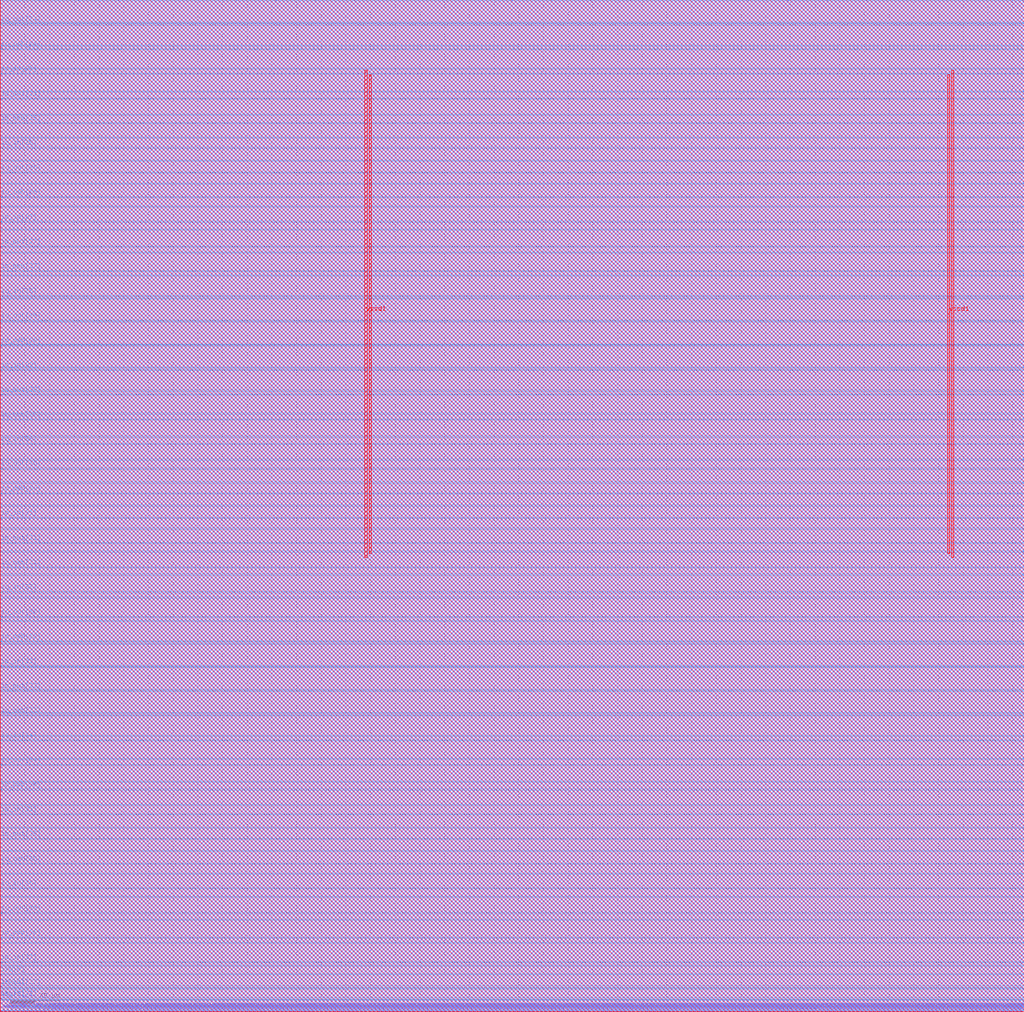
<source format=lef>
##
## LEF for PtnCells ;
## created by Innovus v20.10-p004_1 on Fri May 27 22:50:21 2022
##

VERSION 5.8 ;

BUSBITCHARS "[]" ;
DIVIDERCHAR "/" ;

MACRO user_proj_example
  CLASS BLOCK ;
  SIZE 829.380000 BY 820.080000 ;
  FOREIGN user_proj_example 0.000000 0.000000 ;
  ORIGIN 0 0 ;
  SYMMETRY X Y R90 ;
  PIN wb_clk_i
    DIRECTION INPUT ;
    USE SIGNAL ;
    ANTENNAMODEL OXIDE1 ;
    ANTENNAGATEAREA 0.852 LAYER met2  ;
    ANTENNAPARTIALMETALAREA 0.7448 LAYER met2  ;
    ANTENNAPARTIALMETALSIDEAREA 3.563 LAYER met2  ;
    ANTENNAPARTIALCUTAREA 0.04 LAYER via2  ;
    ANTENNAPARTIALMETALAREA 12.3816 LAYER met3  ;
    ANTENNAPARTIALMETALSIDEAREA 66.976 LAYER met3  ;
    ANTENNAGATEAREA 0.852 LAYER met3  ;
    ANTENNAMAXAREACAR 15.1 LAYER met3  ;
    ANTENNAMAXSIDEAREACAR 80.311 LAYER met3  ;
    ANTENNAMAXCUTCAR 0.107277 LAYER via3  ;
    PORT
      LAYER met2 ;
        RECT 1.625000 0.000000 1.765000 0.490000 ;
    END
  END wb_clk_i
  PIN wb_rst_i
    DIRECTION INPUT ;
    USE SIGNAL ;
    ANTENNAPARTIALMETALAREA 15.6426 LAYER met2  ;
    ANTENNAPARTIALMETALSIDEAREA 77.987 LAYER met2  ;
    ANTENNAMODEL OXIDE1 ;
    ANTENNAGATEAREA 0.495 LAYER met2  ;
    ANTENNAMAXAREACAR 37.839 LAYER met2  ;
    ANTENNAMAXSIDEAREACAR 187.983 LAYER met2  ;
    ANTENNAMAXCUTCAR 0.103838 LAYER via2  ;
    PORT
      LAYER met2 ;
        RECT 0.000000 9.960000 0.490000 10.100000 ;
    END
  END wb_rst_i
  PIN wbs_stb_i
    DIRECTION INPUT ;
    USE SIGNAL ;
    PORT
      LAYER met2 ;
        RECT 176.315000 0.000000 176.455000 0.490000 ;
    END
  END wbs_stb_i
  PIN wbs_cyc_i
    DIRECTION INPUT ;
    USE SIGNAL ;
    PORT
      LAYER met2 ;
        RECT 59.290000 0.000000 59.430000 0.490000 ;
    END
  END wbs_cyc_i
  PIN wbs_we_i
    DIRECTION INPUT ;
    USE SIGNAL ;
    PORT
      LAYER met2 ;
        RECT 178.010000 0.000000 178.150000 0.490000 ;
    END
  END wbs_we_i
  PIN wbs_sel_i[3]
    DIRECTION INPUT ;
    USE SIGNAL ;
    PORT
      LAYER met2 ;
        RECT 174.620000 0.000000 174.760000 0.490000 ;
    END
  END wbs_sel_i[3]
  PIN wbs_sel_i[2]
    DIRECTION INPUT ;
    USE SIGNAL ;
    PORT
      LAYER met2 ;
        RECT 172.920000 0.000000 173.060000 0.490000 ;
    END
  END wbs_sel_i[2]
  PIN wbs_sel_i[1]
    DIRECTION INPUT ;
    USE SIGNAL ;
    PORT
      LAYER met2 ;
        RECT 171.225000 0.000000 171.365000 0.490000 ;
    END
  END wbs_sel_i[1]
  PIN wbs_sel_i[0]
    DIRECTION INPUT ;
    USE SIGNAL ;
    PORT
      LAYER met2 ;
        RECT 169.530000 0.000000 169.670000 0.490000 ;
    END
  END wbs_sel_i[0]
  PIN wbs_dat_i[31]
    DIRECTION INPUT ;
    USE SIGNAL ;
    PORT
      LAYER met2 ;
        RECT 113.560000 0.000000 113.700000 0.490000 ;
    END
  END wbs_dat_i[31]
  PIN wbs_dat_i[30]
    DIRECTION INPUT ;
    USE SIGNAL ;
    PORT
      LAYER met2 ;
        RECT 111.865000 0.000000 112.005000 0.490000 ;
    END
  END wbs_dat_i[30]
  PIN wbs_dat_i[29]
    DIRECTION INPUT ;
    USE SIGNAL ;
    PORT
      LAYER met2 ;
        RECT 110.170000 0.000000 110.310000 0.490000 ;
    END
  END wbs_dat_i[29]
  PIN wbs_dat_i[28]
    DIRECTION INPUT ;
    USE SIGNAL ;
    PORT
      LAYER met2 ;
        RECT 108.475000 0.000000 108.615000 0.490000 ;
    END
  END wbs_dat_i[28]
  PIN wbs_dat_i[27]
    DIRECTION INPUT ;
    USE SIGNAL ;
    PORT
      LAYER met2 ;
        RECT 106.780000 0.000000 106.920000 0.490000 ;
    END
  END wbs_dat_i[27]
  PIN wbs_dat_i[26]
    DIRECTION INPUT ;
    USE SIGNAL ;
    PORT
      LAYER met2 ;
        RECT 105.080000 0.000000 105.220000 0.490000 ;
    END
  END wbs_dat_i[26]
  PIN wbs_dat_i[25]
    DIRECTION INPUT ;
    USE SIGNAL ;
    PORT
      LAYER met2 ;
        RECT 103.385000 0.000000 103.525000 0.490000 ;
    END
  END wbs_dat_i[25]
  PIN wbs_dat_i[24]
    DIRECTION INPUT ;
    USE SIGNAL ;
    PORT
      LAYER met2 ;
        RECT 101.690000 0.000000 101.830000 0.490000 ;
    END
  END wbs_dat_i[24]
  PIN wbs_dat_i[23]
    DIRECTION INPUT ;
    USE SIGNAL ;
    PORT
      LAYER met2 ;
        RECT 99.995000 0.000000 100.135000 0.490000 ;
    END
  END wbs_dat_i[23]
  PIN wbs_dat_i[22]
    DIRECTION INPUT ;
    USE SIGNAL ;
    PORT
      LAYER met2 ;
        RECT 98.300000 0.000000 98.440000 0.490000 ;
    END
  END wbs_dat_i[22]
  PIN wbs_dat_i[21]
    DIRECTION INPUT ;
    USE SIGNAL ;
    PORT
      LAYER met2 ;
        RECT 96.600000 0.000000 96.740000 0.490000 ;
    END
  END wbs_dat_i[21]
  PIN wbs_dat_i[20]
    DIRECTION INPUT ;
    USE SIGNAL ;
    PORT
      LAYER met2 ;
        RECT 94.905000 0.000000 95.045000 0.490000 ;
    END
  END wbs_dat_i[20]
  PIN wbs_dat_i[19]
    DIRECTION INPUT ;
    USE SIGNAL ;
    PORT
      LAYER met2 ;
        RECT 93.210000 0.000000 93.350000 0.490000 ;
    END
  END wbs_dat_i[19]
  PIN wbs_dat_i[18]
    DIRECTION INPUT ;
    USE SIGNAL ;
    PORT
      LAYER met2 ;
        RECT 91.515000 0.000000 91.655000 0.490000 ;
    END
  END wbs_dat_i[18]
  PIN wbs_dat_i[17]
    DIRECTION INPUT ;
    USE SIGNAL ;
    PORT
      LAYER met2 ;
        RECT 89.820000 0.000000 89.960000 0.490000 ;
    END
  END wbs_dat_i[17]
  PIN wbs_dat_i[16]
    DIRECTION INPUT ;
    USE SIGNAL ;
    PORT
      LAYER met2 ;
        RECT 88.120000 0.000000 88.260000 0.490000 ;
    END
  END wbs_dat_i[16]
  PIN wbs_dat_i[15]
    DIRECTION INPUT ;
    USE SIGNAL ;
    PORT
      LAYER met2 ;
        RECT 86.425000 0.000000 86.565000 0.490000 ;
    END
  END wbs_dat_i[15]
  PIN wbs_dat_i[14]
    DIRECTION INPUT ;
    USE SIGNAL ;
    PORT
      LAYER met2 ;
        RECT 84.730000 0.000000 84.870000 0.490000 ;
    END
  END wbs_dat_i[14]
  PIN wbs_dat_i[13]
    DIRECTION INPUT ;
    USE SIGNAL ;
    PORT
      LAYER met2 ;
        RECT 83.035000 0.000000 83.175000 0.490000 ;
    END
  END wbs_dat_i[13]
  PIN wbs_dat_i[12]
    DIRECTION INPUT ;
    USE SIGNAL ;
    PORT
      LAYER met2 ;
        RECT 81.340000 0.000000 81.480000 0.490000 ;
    END
  END wbs_dat_i[12]
  PIN wbs_dat_i[11]
    DIRECTION INPUT ;
    USE SIGNAL ;
    PORT
      LAYER met2 ;
        RECT 79.640000 0.000000 79.780000 0.490000 ;
    END
  END wbs_dat_i[11]
  PIN wbs_dat_i[10]
    DIRECTION INPUT ;
    USE SIGNAL ;
    PORT
      LAYER met2 ;
        RECT 77.945000 0.000000 78.085000 0.490000 ;
    END
  END wbs_dat_i[10]
  PIN wbs_dat_i[9]
    DIRECTION INPUT ;
    USE SIGNAL ;
    PORT
      LAYER met2 ;
        RECT 76.250000 0.000000 76.390000 0.490000 ;
    END
  END wbs_dat_i[9]
  PIN wbs_dat_i[8]
    DIRECTION INPUT ;
    USE SIGNAL ;
    PORT
      LAYER met2 ;
        RECT 74.555000 0.000000 74.695000 0.490000 ;
    END
  END wbs_dat_i[8]
  PIN wbs_dat_i[7]
    DIRECTION INPUT ;
    USE SIGNAL ;
    PORT
      LAYER met2 ;
        RECT 72.860000 0.000000 73.000000 0.490000 ;
    END
  END wbs_dat_i[7]
  PIN wbs_dat_i[6]
    DIRECTION INPUT ;
    USE SIGNAL ;
    PORT
      LAYER met2 ;
        RECT 71.160000 0.000000 71.300000 0.490000 ;
    END
  END wbs_dat_i[6]
  PIN wbs_dat_i[5]
    DIRECTION INPUT ;
    USE SIGNAL ;
    PORT
      LAYER met2 ;
        RECT 69.465000 0.000000 69.605000 0.490000 ;
    END
  END wbs_dat_i[5]
  PIN wbs_dat_i[4]
    DIRECTION INPUT ;
    USE SIGNAL ;
    PORT
      LAYER met2 ;
        RECT 67.770000 0.000000 67.910000 0.490000 ;
    END
  END wbs_dat_i[4]
  PIN wbs_dat_i[3]
    DIRECTION INPUT ;
    USE SIGNAL ;
    PORT
      LAYER met2 ;
        RECT 66.075000 0.000000 66.215000 0.490000 ;
    END
  END wbs_dat_i[3]
  PIN wbs_dat_i[2]
    DIRECTION INPUT ;
    USE SIGNAL ;
    PORT
      LAYER met2 ;
        RECT 64.380000 0.000000 64.520000 0.490000 ;
    END
  END wbs_dat_i[2]
  PIN wbs_dat_i[1]
    DIRECTION INPUT ;
    USE SIGNAL ;
    PORT
      LAYER met2 ;
        RECT 62.680000 0.000000 62.820000 0.490000 ;
    END
  END wbs_dat_i[1]
  PIN wbs_dat_i[0]
    DIRECTION INPUT ;
    USE SIGNAL ;
    PORT
      LAYER met2 ;
        RECT 60.985000 0.000000 61.125000 0.490000 ;
    END
  END wbs_dat_i[0]
  PIN wbs_adr_i[31]
    DIRECTION INPUT ;
    USE SIGNAL ;
    PORT
      LAYER met2 ;
        RECT 57.595000 0.000000 57.735000 0.490000 ;
    END
  END wbs_adr_i[31]
  PIN wbs_adr_i[30]
    DIRECTION INPUT ;
    USE SIGNAL ;
    PORT
      LAYER met2 ;
        RECT 55.900000 0.000000 56.040000 0.490000 ;
    END
  END wbs_adr_i[30]
  PIN wbs_adr_i[29]
    DIRECTION INPUT ;
    USE SIGNAL ;
    PORT
      LAYER met2 ;
        RECT 54.200000 0.000000 54.340000 0.490000 ;
    END
  END wbs_adr_i[29]
  PIN wbs_adr_i[28]
    DIRECTION INPUT ;
    USE SIGNAL ;
    PORT
      LAYER met2 ;
        RECT 52.505000 0.000000 52.645000 0.490000 ;
    END
  END wbs_adr_i[28]
  PIN wbs_adr_i[27]
    DIRECTION INPUT ;
    USE SIGNAL ;
    PORT
      LAYER met2 ;
        RECT 50.810000 0.000000 50.950000 0.490000 ;
    END
  END wbs_adr_i[27]
  PIN wbs_adr_i[26]
    DIRECTION INPUT ;
    USE SIGNAL ;
    PORT
      LAYER met2 ;
        RECT 49.115000 0.000000 49.255000 0.490000 ;
    END
  END wbs_adr_i[26]
  PIN wbs_adr_i[25]
    DIRECTION INPUT ;
    USE SIGNAL ;
    PORT
      LAYER met2 ;
        RECT 47.420000 0.000000 47.560000 0.490000 ;
    END
  END wbs_adr_i[25]
  PIN wbs_adr_i[24]
    DIRECTION INPUT ;
    USE SIGNAL ;
    PORT
      LAYER met2 ;
        RECT 45.720000 0.000000 45.860000 0.490000 ;
    END
  END wbs_adr_i[24]
  PIN wbs_adr_i[23]
    DIRECTION INPUT ;
    USE SIGNAL ;
    PORT
      LAYER met2 ;
        RECT 44.025000 0.000000 44.165000 0.490000 ;
    END
  END wbs_adr_i[23]
  PIN wbs_adr_i[22]
    DIRECTION INPUT ;
    USE SIGNAL ;
    PORT
      LAYER met2 ;
        RECT 42.330000 0.000000 42.470000 0.490000 ;
    END
  END wbs_adr_i[22]
  PIN wbs_adr_i[21]
    DIRECTION INPUT ;
    USE SIGNAL ;
    PORT
      LAYER met2 ;
        RECT 40.635000 0.000000 40.775000 0.490000 ;
    END
  END wbs_adr_i[21]
  PIN wbs_adr_i[20]
    DIRECTION INPUT ;
    USE SIGNAL ;
    PORT
      LAYER met2 ;
        RECT 38.940000 0.000000 39.080000 0.490000 ;
    END
  END wbs_adr_i[20]
  PIN wbs_adr_i[19]
    DIRECTION INPUT ;
    USE SIGNAL ;
    PORT
      LAYER met2 ;
        RECT 37.240000 0.000000 37.380000 0.490000 ;
    END
  END wbs_adr_i[19]
  PIN wbs_adr_i[18]
    DIRECTION INPUT ;
    USE SIGNAL ;
    PORT
      LAYER met2 ;
        RECT 35.545000 0.000000 35.685000 0.490000 ;
    END
  END wbs_adr_i[18]
  PIN wbs_adr_i[17]
    DIRECTION INPUT ;
    USE SIGNAL ;
    PORT
      LAYER met2 ;
        RECT 33.850000 0.000000 33.990000 0.490000 ;
    END
  END wbs_adr_i[17]
  PIN wbs_adr_i[16]
    DIRECTION INPUT ;
    USE SIGNAL ;
    PORT
      LAYER met2 ;
        RECT 32.155000 0.000000 32.295000 0.490000 ;
    END
  END wbs_adr_i[16]
  PIN wbs_adr_i[15]
    DIRECTION INPUT ;
    USE SIGNAL ;
    PORT
      LAYER met2 ;
        RECT 30.460000 0.000000 30.600000 0.490000 ;
    END
  END wbs_adr_i[15]
  PIN wbs_adr_i[14]
    DIRECTION INPUT ;
    USE SIGNAL ;
    PORT
      LAYER met2 ;
        RECT 28.760000 0.000000 28.900000 0.490000 ;
    END
  END wbs_adr_i[14]
  PIN wbs_adr_i[13]
    DIRECTION INPUT ;
    USE SIGNAL ;
    PORT
      LAYER met2 ;
        RECT 27.065000 0.000000 27.205000 0.490000 ;
    END
  END wbs_adr_i[13]
  PIN wbs_adr_i[12]
    DIRECTION INPUT ;
    USE SIGNAL ;
    PORT
      LAYER met2 ;
        RECT 25.370000 0.000000 25.510000 0.490000 ;
    END
  END wbs_adr_i[12]
  PIN wbs_adr_i[11]
    DIRECTION INPUT ;
    USE SIGNAL ;
    PORT
      LAYER met2 ;
        RECT 23.675000 0.000000 23.815000 0.490000 ;
    END
  END wbs_adr_i[11]
  PIN wbs_adr_i[10]
    DIRECTION INPUT ;
    USE SIGNAL ;
    PORT
      LAYER met2 ;
        RECT 21.980000 0.000000 22.120000 0.490000 ;
    END
  END wbs_adr_i[10]
  PIN wbs_adr_i[9]
    DIRECTION INPUT ;
    USE SIGNAL ;
    PORT
      LAYER met2 ;
        RECT 20.280000 0.000000 20.420000 0.490000 ;
    END
  END wbs_adr_i[9]
  PIN wbs_adr_i[8]
    DIRECTION INPUT ;
    USE SIGNAL ;
    PORT
      LAYER met2 ;
        RECT 18.585000 0.000000 18.725000 0.490000 ;
    END
  END wbs_adr_i[8]
  PIN wbs_adr_i[7]
    DIRECTION INPUT ;
    USE SIGNAL ;
    PORT
      LAYER met2 ;
        RECT 16.890000 0.000000 17.030000 0.490000 ;
    END
  END wbs_adr_i[7]
  PIN wbs_adr_i[6]
    DIRECTION INPUT ;
    USE SIGNAL ;
    PORT
      LAYER met2 ;
        RECT 15.195000 0.000000 15.335000 0.490000 ;
    END
  END wbs_adr_i[6]
  PIN wbs_adr_i[5]
    DIRECTION INPUT ;
    USE SIGNAL ;
    PORT
      LAYER met2 ;
        RECT 13.500000 0.000000 13.640000 0.490000 ;
    END
  END wbs_adr_i[5]
  PIN wbs_adr_i[4]
    DIRECTION INPUT ;
    USE SIGNAL ;
    PORT
      LAYER met2 ;
        RECT 11.800000 0.000000 11.940000 0.490000 ;
    END
  END wbs_adr_i[4]
  PIN wbs_adr_i[3]
    DIRECTION INPUT ;
    USE SIGNAL ;
    PORT
      LAYER met2 ;
        RECT 10.105000 0.000000 10.245000 0.490000 ;
    END
  END wbs_adr_i[3]
  PIN wbs_adr_i[2]
    DIRECTION INPUT ;
    USE SIGNAL ;
    PORT
      LAYER met2 ;
        RECT 8.410000 0.000000 8.550000 0.490000 ;
    END
  END wbs_adr_i[2]
  PIN wbs_adr_i[1]
    DIRECTION INPUT ;
    USE SIGNAL ;
    PORT
      LAYER met2 ;
        RECT 6.715000 0.000000 6.855000 0.490000 ;
    END
  END wbs_adr_i[1]
  PIN wbs_adr_i[0]
    DIRECTION INPUT ;
    USE SIGNAL ;
    PORT
      LAYER met2 ;
        RECT 5.020000 0.000000 5.160000 0.490000 ;
    END
  END wbs_adr_i[0]
  PIN wbs_ack_o
    DIRECTION OUTPUT ;
    USE SIGNAL ;
    ANTENNAPARTIALMETALAREA 1.5946 LAYER met2  ;
    ANTENNAPARTIALMETALSIDEAREA 7.651 LAYER met2  ;
    ANTENNAPARTIALCUTAREA 0.08 LAYER via2  ;
    ANTENNAPARTIALMETALAREA 379.371 LAYER met3  ;
    ANTENNAPARTIALMETALSIDEAREA 2048.42 LAYER met3  ;
    ANTENNAPARTIALCUTAREA 0.04 LAYER via3  ;
    ANTENNAPARTIALMETALAREA 201.055 LAYER met4  ;
    ANTENNAPARTIALMETALSIDEAREA 1076.48 LAYER met4  ;
    PORT
      LAYER met2 ;
        RECT 3.320000 0.000000 3.460000 0.490000 ;
    END
  END wbs_ack_o
  PIN wbs_dat_o[31]
    DIRECTION OUTPUT ;
    USE SIGNAL ;
    ANTENNAPARTIALMETALAREA 9.0188 LAYER met2  ;
    ANTENNAPARTIALMETALSIDEAREA 45.031 LAYER met2  ;
    ANTENNAPARTIALCUTAREA 0.04 LAYER via2  ;
    ANTENNAPARTIALMETALAREA 379.371 LAYER met3  ;
    ANTENNAPARTIALMETALSIDEAREA 2048.42 LAYER met3  ;
    ANTENNAPARTIALCUTAREA 0.04 LAYER via3  ;
    ANTENNAPARTIALMETALAREA 201.055 LAYER met4  ;
    ANTENNAPARTIALMETALSIDEAREA 1076.48 LAYER met4  ;
    PORT
      LAYER met2 ;
        RECT 167.835000 0.000000 167.975000 0.490000 ;
    END
  END wbs_dat_o[31]
  PIN wbs_dat_o[30]
    DIRECTION OUTPUT ;
    USE SIGNAL ;
    ANTENNAPARTIALMETALAREA 9.0286 LAYER met2  ;
    ANTENNAPARTIALMETALSIDEAREA 45.1325 LAYER met2  ;
    ANTENNAPARTIALCUTAREA 0.04 LAYER via2  ;
    ANTENNAPARTIALMETALAREA 379.371 LAYER met3  ;
    ANTENNAPARTIALMETALSIDEAREA 2048.42 LAYER met3  ;
    ANTENNAPARTIALCUTAREA 0.04 LAYER via3  ;
    ANTENNAPARTIALMETALAREA 201.055 LAYER met4  ;
    ANTENNAPARTIALMETALSIDEAREA 1076.48 LAYER met4  ;
    PORT
      LAYER met2 ;
        RECT 166.140000 0.000000 166.280000 0.490000 ;
    END
  END wbs_dat_o[30]
  PIN wbs_dat_o[29]
    DIRECTION OUTPUT ;
    USE SIGNAL ;
    ANTENNAPARTIALMETALAREA 9.0286 LAYER met2  ;
    ANTENNAPARTIALMETALSIDEAREA 45.08 LAYER met2  ;
    ANTENNAPARTIALCUTAREA 0.04 LAYER via2  ;
    ANTENNAPARTIALMETALAREA 379.371 LAYER met3  ;
    ANTENNAPARTIALMETALSIDEAREA 2048.42 LAYER met3  ;
    ANTENNAPARTIALCUTAREA 0.04 LAYER via3  ;
    ANTENNAPARTIALMETALAREA 201.055 LAYER met4  ;
    ANTENNAPARTIALMETALSIDEAREA 1076.48 LAYER met4  ;
    PORT
      LAYER met2 ;
        RECT 164.440000 0.000000 164.580000 0.490000 ;
    END
  END wbs_dat_o[29]
  PIN wbs_dat_o[28]
    DIRECTION OUTPUT ;
    USE SIGNAL ;
    ANTENNAPARTIALMETALAREA 9.0286 LAYER met2  ;
    ANTENNAPARTIALMETALSIDEAREA 45.1325 LAYER met2  ;
    ANTENNAPARTIALCUTAREA 0.04 LAYER via2  ;
    ANTENNAPARTIALMETALAREA 379.371 LAYER met3  ;
    ANTENNAPARTIALMETALSIDEAREA 2048.42 LAYER met3  ;
    ANTENNAPARTIALCUTAREA 0.04 LAYER via3  ;
    ANTENNAPARTIALMETALAREA 201.055 LAYER met4  ;
    ANTENNAPARTIALMETALSIDEAREA 1076.48 LAYER met4  ;
    PORT
      LAYER met2 ;
        RECT 162.745000 0.000000 162.885000 0.490000 ;
    END
  END wbs_dat_o[28]
  PIN wbs_dat_o[27]
    DIRECTION OUTPUT ;
    USE SIGNAL ;
    ANTENNAPARTIALMETALAREA 9.0286 LAYER met2  ;
    ANTENNAPARTIALMETALSIDEAREA 45.1325 LAYER met2  ;
    ANTENNAPARTIALCUTAREA 0.04 LAYER via2  ;
    ANTENNAPARTIALMETALAREA 379.371 LAYER met3  ;
    ANTENNAPARTIALMETALSIDEAREA 2048.42 LAYER met3  ;
    ANTENNAPARTIALCUTAREA 0.04 LAYER via3  ;
    ANTENNAPARTIALMETALAREA 201.055 LAYER met4  ;
    ANTENNAPARTIALMETALSIDEAREA 1076.48 LAYER met4  ;
    PORT
      LAYER met2 ;
        RECT 161.050000 0.000000 161.190000 0.490000 ;
    END
  END wbs_dat_o[27]
  PIN wbs_dat_o[26]
    DIRECTION OUTPUT ;
    USE SIGNAL ;
    ANTENNAPARTIALMETALAREA 9.0286 LAYER met2  ;
    ANTENNAPARTIALMETALSIDEAREA 45.1325 LAYER met2  ;
    ANTENNAPARTIALCUTAREA 0.04 LAYER via2  ;
    ANTENNAPARTIALMETALAREA 379.371 LAYER met3  ;
    ANTENNAPARTIALMETALSIDEAREA 2048.42 LAYER met3  ;
    ANTENNAPARTIALCUTAREA 0.04 LAYER via3  ;
    ANTENNAPARTIALMETALAREA 201.055 LAYER met4  ;
    ANTENNAPARTIALMETALSIDEAREA 1076.48 LAYER met4  ;
    PORT
      LAYER met2 ;
        RECT 159.355000 0.000000 159.495000 0.490000 ;
    END
  END wbs_dat_o[26]
  PIN wbs_dat_o[25]
    DIRECTION OUTPUT ;
    USE SIGNAL ;
    ANTENNAPARTIALMETALAREA 9.0286 LAYER met2  ;
    ANTENNAPARTIALMETALSIDEAREA 45.08 LAYER met2  ;
    ANTENNAPARTIALCUTAREA 0.04 LAYER via2  ;
    ANTENNAPARTIALMETALAREA 379.371 LAYER met3  ;
    ANTENNAPARTIALMETALSIDEAREA 2048.42 LAYER met3  ;
    ANTENNAPARTIALCUTAREA 0.04 LAYER via3  ;
    ANTENNAPARTIALMETALAREA 201.055 LAYER met4  ;
    ANTENNAPARTIALMETALSIDEAREA 1076.48 LAYER met4  ;
    PORT
      LAYER met2 ;
        RECT 157.660000 0.000000 157.800000 0.490000 ;
    END
  END wbs_dat_o[25]
  PIN wbs_dat_o[24]
    DIRECTION OUTPUT ;
    USE SIGNAL ;
    ANTENNAPARTIALMETALAREA 9.0286 LAYER met2  ;
    ANTENNAPARTIALMETALSIDEAREA 45.08 LAYER met2  ;
    ANTENNAPARTIALCUTAREA 0.04 LAYER via2  ;
    ANTENNAPARTIALMETALAREA 379.371 LAYER met3  ;
    ANTENNAPARTIALMETALSIDEAREA 2048.42 LAYER met3  ;
    ANTENNAPARTIALCUTAREA 0.04 LAYER via3  ;
    ANTENNAPARTIALMETALAREA 201.055 LAYER met4  ;
    ANTENNAPARTIALMETALSIDEAREA 1076.48 LAYER met4  ;
    PORT
      LAYER met2 ;
        RECT 155.960000 0.000000 156.100000 0.490000 ;
    END
  END wbs_dat_o[24]
  PIN wbs_dat_o[23]
    DIRECTION OUTPUT ;
    USE SIGNAL ;
    ANTENNAPARTIALMETALAREA 9.0286 LAYER met2  ;
    ANTENNAPARTIALMETALSIDEAREA 45.1325 LAYER met2  ;
    ANTENNAPARTIALCUTAREA 0.04 LAYER via2  ;
    ANTENNAPARTIALMETALAREA 379.371 LAYER met3  ;
    ANTENNAPARTIALMETALSIDEAREA 2048.42 LAYER met3  ;
    ANTENNAPARTIALCUTAREA 0.04 LAYER via3  ;
    ANTENNAPARTIALMETALAREA 201.055 LAYER met4  ;
    ANTENNAPARTIALMETALSIDEAREA 1076.48 LAYER met4  ;
    PORT
      LAYER met2 ;
        RECT 154.265000 0.000000 154.405000 0.490000 ;
    END
  END wbs_dat_o[23]
  PIN wbs_dat_o[22]
    DIRECTION OUTPUT ;
    USE SIGNAL ;
    ANTENNAPARTIALMETALAREA 9.0286 LAYER met2  ;
    ANTENNAPARTIALMETALSIDEAREA 45.08 LAYER met2  ;
    ANTENNAPARTIALCUTAREA 0.04 LAYER via2  ;
    ANTENNAPARTIALMETALAREA 379.371 LAYER met3  ;
    ANTENNAPARTIALMETALSIDEAREA 2048.42 LAYER met3  ;
    ANTENNAPARTIALCUTAREA 0.04 LAYER via3  ;
    ANTENNAPARTIALMETALAREA 201.055 LAYER met4  ;
    ANTENNAPARTIALMETALSIDEAREA 1076.48 LAYER met4  ;
    PORT
      LAYER met2 ;
        RECT 152.570000 0.000000 152.710000 0.490000 ;
    END
  END wbs_dat_o[22]
  PIN wbs_dat_o[21]
    DIRECTION OUTPUT ;
    USE SIGNAL ;
    ANTENNAPARTIALMETALAREA 9.0286 LAYER met2  ;
    ANTENNAPARTIALMETALSIDEAREA 45.1325 LAYER met2  ;
    ANTENNAPARTIALCUTAREA 0.04 LAYER via2  ;
    ANTENNAPARTIALMETALAREA 379.371 LAYER met3  ;
    ANTENNAPARTIALMETALSIDEAREA 2048.42 LAYER met3  ;
    ANTENNAPARTIALCUTAREA 0.04 LAYER via3  ;
    ANTENNAPARTIALMETALAREA 201.055 LAYER met4  ;
    ANTENNAPARTIALMETALSIDEAREA 1076.48 LAYER met4  ;
    PORT
      LAYER met2 ;
        RECT 150.875000 0.000000 151.015000 0.490000 ;
    END
  END wbs_dat_o[21]
  PIN wbs_dat_o[20]
    DIRECTION OUTPUT ;
    USE SIGNAL ;
    ANTENNAPARTIALMETALAREA 9.0286 LAYER met2  ;
    ANTENNAPARTIALMETALSIDEAREA 45.1325 LAYER met2  ;
    ANTENNAPARTIALCUTAREA 0.04 LAYER via2  ;
    ANTENNAPARTIALMETALAREA 379.371 LAYER met3  ;
    ANTENNAPARTIALMETALSIDEAREA 2048.42 LAYER met3  ;
    ANTENNAPARTIALCUTAREA 0.04 LAYER via3  ;
    ANTENNAPARTIALMETALAREA 201.055 LAYER met4  ;
    ANTENNAPARTIALMETALSIDEAREA 1076.48 LAYER met4  ;
    PORT
      LAYER met2 ;
        RECT 149.180000 0.000000 149.320000 0.490000 ;
    END
  END wbs_dat_o[20]
  PIN wbs_dat_o[19]
    DIRECTION OUTPUT ;
    USE SIGNAL ;
    ANTENNAPARTIALMETALAREA 9.0286 LAYER met2  ;
    ANTENNAPARTIALMETALSIDEAREA 45.1325 LAYER met2  ;
    ANTENNAPARTIALCUTAREA 0.04 LAYER via2  ;
    ANTENNAPARTIALMETALAREA 379.371 LAYER met3  ;
    ANTENNAPARTIALMETALSIDEAREA 2048.42 LAYER met3  ;
    ANTENNAPARTIALCUTAREA 0.04 LAYER via3  ;
    ANTENNAPARTIALMETALAREA 201.055 LAYER met4  ;
    ANTENNAPARTIALMETALSIDEAREA 1076.48 LAYER met4  ;
    PORT
      LAYER met2 ;
        RECT 147.480000 0.000000 147.620000 0.490000 ;
    END
  END wbs_dat_o[19]
  PIN wbs_dat_o[18]
    DIRECTION OUTPUT ;
    USE SIGNAL ;
    ANTENNAPARTIALMETALAREA 9.0286 LAYER met2  ;
    ANTENNAPARTIALMETALSIDEAREA 45.1325 LAYER met2  ;
    ANTENNAPARTIALCUTAREA 0.04 LAYER via2  ;
    ANTENNAPARTIALMETALAREA 379.371 LAYER met3  ;
    ANTENNAPARTIALMETALSIDEAREA 2048.42 LAYER met3  ;
    ANTENNAPARTIALCUTAREA 0.04 LAYER via3  ;
    ANTENNAPARTIALMETALAREA 201.055 LAYER met4  ;
    ANTENNAPARTIALMETALSIDEAREA 1076.48 LAYER met4  ;
    PORT
      LAYER met2 ;
        RECT 145.785000 0.000000 145.925000 0.490000 ;
    END
  END wbs_dat_o[18]
  PIN wbs_dat_o[17]
    DIRECTION OUTPUT ;
    USE SIGNAL ;
    ANTENNAPARTIALMETALAREA 9.0286 LAYER met2  ;
    ANTENNAPARTIALMETALSIDEAREA 45.08 LAYER met2  ;
    ANTENNAPARTIALCUTAREA 0.04 LAYER via2  ;
    ANTENNAPARTIALMETALAREA 379.371 LAYER met3  ;
    ANTENNAPARTIALMETALSIDEAREA 2048.42 LAYER met3  ;
    ANTENNAPARTIALCUTAREA 0.04 LAYER via3  ;
    ANTENNAPARTIALMETALAREA 201.055 LAYER met4  ;
    ANTENNAPARTIALMETALSIDEAREA 1076.48 LAYER met4  ;
    PORT
      LAYER met2 ;
        RECT 144.090000 0.000000 144.230000 0.490000 ;
    END
  END wbs_dat_o[17]
  PIN wbs_dat_o[16]
    DIRECTION OUTPUT ;
    USE SIGNAL ;
    ANTENNAPARTIALMETALAREA 9.0286 LAYER met2  ;
    ANTENNAPARTIALMETALSIDEAREA 45.08 LAYER met2  ;
    ANTENNAPARTIALCUTAREA 0.04 LAYER via2  ;
    ANTENNAPARTIALMETALAREA 379.371 LAYER met3  ;
    ANTENNAPARTIALMETALSIDEAREA 2048.42 LAYER met3  ;
    ANTENNAPARTIALCUTAREA 0.04 LAYER via3  ;
    ANTENNAPARTIALMETALAREA 201.055 LAYER met4  ;
    ANTENNAPARTIALMETALSIDEAREA 1076.48 LAYER met4  ;
    PORT
      LAYER met2 ;
        RECT 142.395000 0.000000 142.535000 0.490000 ;
    END
  END wbs_dat_o[16]
  PIN wbs_dat_o[15]
    DIRECTION OUTPUT ;
    USE SIGNAL ;
    ANTENNAPARTIALMETALAREA 9.0286 LAYER met2  ;
    ANTENNAPARTIALMETALSIDEAREA 45.08 LAYER met2  ;
    ANTENNAPARTIALCUTAREA 0.04 LAYER via2  ;
    ANTENNAPARTIALMETALAREA 379.371 LAYER met3  ;
    ANTENNAPARTIALMETALSIDEAREA 2048.42 LAYER met3  ;
    ANTENNAPARTIALCUTAREA 0.04 LAYER via3  ;
    ANTENNAPARTIALMETALAREA 201.055 LAYER met4  ;
    ANTENNAPARTIALMETALSIDEAREA 1076.48 LAYER met4  ;
    PORT
      LAYER met2 ;
        RECT 140.700000 0.000000 140.840000 0.490000 ;
    END
  END wbs_dat_o[15]
  PIN wbs_dat_o[14]
    DIRECTION OUTPUT ;
    USE SIGNAL ;
    ANTENNAPARTIALMETALAREA 9.0286 LAYER met2  ;
    ANTENNAPARTIALMETALSIDEAREA 45.08 LAYER met2  ;
    ANTENNAPARTIALCUTAREA 0.04 LAYER via2  ;
    ANTENNAPARTIALMETALAREA 379.371 LAYER met3  ;
    ANTENNAPARTIALMETALSIDEAREA 2048.42 LAYER met3  ;
    ANTENNAPARTIALCUTAREA 0.04 LAYER via3  ;
    ANTENNAPARTIALMETALAREA 201.055 LAYER met4  ;
    ANTENNAPARTIALMETALSIDEAREA 1076.48 LAYER met4  ;
    PORT
      LAYER met2 ;
        RECT 139.000000 0.000000 139.140000 0.490000 ;
    END
  END wbs_dat_o[14]
  PIN wbs_dat_o[13]
    DIRECTION OUTPUT ;
    USE SIGNAL ;
    ANTENNAPARTIALMETALAREA 9.0286 LAYER met2  ;
    ANTENNAPARTIALMETALSIDEAREA 45.1325 LAYER met2  ;
    ANTENNAPARTIALCUTAREA 0.04 LAYER via2  ;
    ANTENNAPARTIALMETALAREA 379.371 LAYER met3  ;
    ANTENNAPARTIALMETALSIDEAREA 2048.42 LAYER met3  ;
    ANTENNAPARTIALCUTAREA 0.04 LAYER via3  ;
    ANTENNAPARTIALMETALAREA 201.055 LAYER met4  ;
    ANTENNAPARTIALMETALSIDEAREA 1076.48 LAYER met4  ;
    PORT
      LAYER met2 ;
        RECT 137.305000 0.000000 137.445000 0.490000 ;
    END
  END wbs_dat_o[13]
  PIN wbs_dat_o[12]
    DIRECTION OUTPUT ;
    USE SIGNAL ;
    ANTENNAPARTIALMETALAREA 9.0286 LAYER met2  ;
    ANTENNAPARTIALMETALSIDEAREA 45.08 LAYER met2  ;
    ANTENNAPARTIALCUTAREA 0.04 LAYER via2  ;
    ANTENNAPARTIALMETALAREA 379.371 LAYER met3  ;
    ANTENNAPARTIALMETALSIDEAREA 2048.42 LAYER met3  ;
    ANTENNAPARTIALCUTAREA 0.04 LAYER via3  ;
    ANTENNAPARTIALMETALAREA 201.055 LAYER met4  ;
    ANTENNAPARTIALMETALSIDEAREA 1076.48 LAYER met4  ;
    PORT
      LAYER met2 ;
        RECT 135.610000 0.000000 135.750000 0.490000 ;
    END
  END wbs_dat_o[12]
  PIN wbs_dat_o[11]
    DIRECTION OUTPUT ;
    USE SIGNAL ;
    ANTENNAPARTIALMETALAREA 9.0286 LAYER met2  ;
    ANTENNAPARTIALMETALSIDEAREA 45.1325 LAYER met2  ;
    ANTENNAPARTIALCUTAREA 0.04 LAYER via2  ;
    ANTENNAPARTIALMETALAREA 379.371 LAYER met3  ;
    ANTENNAPARTIALMETALSIDEAREA 2048.42 LAYER met3  ;
    ANTENNAPARTIALCUTAREA 0.04 LAYER via3  ;
    ANTENNAPARTIALMETALAREA 201.055 LAYER met4  ;
    ANTENNAPARTIALMETALSIDEAREA 1076.48 LAYER met4  ;
    PORT
      LAYER met2 ;
        RECT 133.915000 0.000000 134.055000 0.490000 ;
    END
  END wbs_dat_o[11]
  PIN wbs_dat_o[10]
    DIRECTION OUTPUT ;
    USE SIGNAL ;
    ANTENNAPARTIALMETALAREA 9.0286 LAYER met2  ;
    ANTENNAPARTIALMETALSIDEAREA 45.08 LAYER met2  ;
    ANTENNAPARTIALCUTAREA 0.04 LAYER via2  ;
    ANTENNAPARTIALMETALAREA 379.371 LAYER met3  ;
    ANTENNAPARTIALMETALSIDEAREA 2048.42 LAYER met3  ;
    ANTENNAPARTIALCUTAREA 0.04 LAYER via3  ;
    ANTENNAPARTIALMETALAREA 201.055 LAYER met4  ;
    ANTENNAPARTIALMETALSIDEAREA 1076.48 LAYER met4  ;
    PORT
      LAYER met2 ;
        RECT 132.220000 0.000000 132.360000 0.490000 ;
    END
  END wbs_dat_o[10]
  PIN wbs_dat_o[9]
    DIRECTION OUTPUT ;
    USE SIGNAL ;
    ANTENNAPARTIALMETALAREA 9.0286 LAYER met2  ;
    ANTENNAPARTIALMETALSIDEAREA 45.08 LAYER met2  ;
    ANTENNAPARTIALCUTAREA 0.04 LAYER via2  ;
    ANTENNAPARTIALMETALAREA 379.371 LAYER met3  ;
    ANTENNAPARTIALMETALSIDEAREA 2048.42 LAYER met3  ;
    ANTENNAPARTIALCUTAREA 0.04 LAYER via3  ;
    ANTENNAPARTIALMETALAREA 201.055 LAYER met4  ;
    ANTENNAPARTIALMETALSIDEAREA 1076.48 LAYER met4  ;
    PORT
      LAYER met2 ;
        RECT 130.520000 0.000000 130.660000 0.490000 ;
    END
  END wbs_dat_o[9]
  PIN wbs_dat_o[8]
    DIRECTION OUTPUT ;
    USE SIGNAL ;
    ANTENNAPARTIALMETALAREA 9.0286 LAYER met2  ;
    ANTENNAPARTIALMETALSIDEAREA 45.1325 LAYER met2  ;
    ANTENNAPARTIALCUTAREA 0.04 LAYER via2  ;
    ANTENNAPARTIALMETALAREA 379.371 LAYER met3  ;
    ANTENNAPARTIALMETALSIDEAREA 2048.42 LAYER met3  ;
    ANTENNAPARTIALCUTAREA 0.04 LAYER via3  ;
    ANTENNAPARTIALMETALAREA 201.055 LAYER met4  ;
    ANTENNAPARTIALMETALSIDEAREA 1076.48 LAYER met4  ;
    PORT
      LAYER met2 ;
        RECT 128.825000 0.000000 128.965000 0.490000 ;
    END
  END wbs_dat_o[8]
  PIN wbs_dat_o[7]
    DIRECTION OUTPUT ;
    USE SIGNAL ;
    ANTENNAPARTIALMETALAREA 9.0286 LAYER met2  ;
    ANTENNAPARTIALMETALSIDEAREA 45.1325 LAYER met2  ;
    ANTENNAPARTIALCUTAREA 0.04 LAYER via2  ;
    ANTENNAPARTIALMETALAREA 379.371 LAYER met3  ;
    ANTENNAPARTIALMETALSIDEAREA 2048.42 LAYER met3  ;
    ANTENNAPARTIALCUTAREA 0.04 LAYER via3  ;
    ANTENNAPARTIALMETALAREA 201.055 LAYER met4  ;
    ANTENNAPARTIALMETALSIDEAREA 1076.48 LAYER met4  ;
    PORT
      LAYER met2 ;
        RECT 127.130000 0.000000 127.270000 0.490000 ;
    END
  END wbs_dat_o[7]
  PIN wbs_dat_o[6]
    DIRECTION OUTPUT ;
    USE SIGNAL ;
    ANTENNAPARTIALMETALAREA 9.0286 LAYER met2  ;
    ANTENNAPARTIALMETALSIDEAREA 45.08 LAYER met2  ;
    ANTENNAPARTIALCUTAREA 0.04 LAYER via2  ;
    ANTENNAPARTIALMETALAREA 379.371 LAYER met3  ;
    ANTENNAPARTIALMETALSIDEAREA 2048.42 LAYER met3  ;
    ANTENNAPARTIALCUTAREA 0.04 LAYER via3  ;
    ANTENNAPARTIALMETALAREA 201.055 LAYER met4  ;
    ANTENNAPARTIALMETALSIDEAREA 1076.48 LAYER met4  ;
    PORT
      LAYER met2 ;
        RECT 125.435000 0.000000 125.575000 0.490000 ;
    END
  END wbs_dat_o[6]
  PIN wbs_dat_o[5]
    DIRECTION OUTPUT ;
    USE SIGNAL ;
    ANTENNAPARTIALMETALAREA 9.0286 LAYER met2  ;
    ANTENNAPARTIALMETALSIDEAREA 45.1325 LAYER met2  ;
    ANTENNAPARTIALCUTAREA 0.04 LAYER via2  ;
    ANTENNAPARTIALMETALAREA 379.371 LAYER met3  ;
    ANTENNAPARTIALMETALSIDEAREA 2048.42 LAYER met3  ;
    ANTENNAPARTIALCUTAREA 0.04 LAYER via3  ;
    ANTENNAPARTIALMETALAREA 201.055 LAYER met4  ;
    ANTENNAPARTIALMETALSIDEAREA 1076.48 LAYER met4  ;
    PORT
      LAYER met2 ;
        RECT 123.740000 0.000000 123.880000 0.490000 ;
    END
  END wbs_dat_o[5]
  PIN wbs_dat_o[4]
    DIRECTION OUTPUT ;
    USE SIGNAL ;
    ANTENNAPARTIALMETALAREA 9.0286 LAYER met2  ;
    ANTENNAPARTIALMETALSIDEAREA 45.1325 LAYER met2  ;
    ANTENNAPARTIALCUTAREA 0.04 LAYER via2  ;
    ANTENNAPARTIALMETALAREA 379.371 LAYER met3  ;
    ANTENNAPARTIALMETALSIDEAREA 2048.42 LAYER met3  ;
    ANTENNAPARTIALCUTAREA 0.04 LAYER via3  ;
    ANTENNAPARTIALMETALAREA 201.055 LAYER met4  ;
    ANTENNAPARTIALMETALSIDEAREA 1076.48 LAYER met4  ;
    PORT
      LAYER met2 ;
        RECT 122.040000 0.000000 122.180000 0.490000 ;
    END
  END wbs_dat_o[4]
  PIN wbs_dat_o[3]
    DIRECTION OUTPUT ;
    USE SIGNAL ;
    ANTENNAPARTIALMETALAREA 9.0286 LAYER met2  ;
    ANTENNAPARTIALMETALSIDEAREA 45.1325 LAYER met2  ;
    ANTENNAPARTIALCUTAREA 0.04 LAYER via2  ;
    ANTENNAPARTIALMETALAREA 379.371 LAYER met3  ;
    ANTENNAPARTIALMETALSIDEAREA 2048.42 LAYER met3  ;
    ANTENNAPARTIALCUTAREA 0.04 LAYER via3  ;
    ANTENNAPARTIALMETALAREA 201.055 LAYER met4  ;
    ANTENNAPARTIALMETALSIDEAREA 1076.48 LAYER met4  ;
    PORT
      LAYER met2 ;
        RECT 120.345000 0.000000 120.485000 0.490000 ;
    END
  END wbs_dat_o[3]
  PIN wbs_dat_o[2]
    DIRECTION OUTPUT ;
    USE SIGNAL ;
    ANTENNAPARTIALMETALAREA 9.0286 LAYER met2  ;
    ANTENNAPARTIALMETALSIDEAREA 45.08 LAYER met2  ;
    ANTENNAPARTIALCUTAREA 0.04 LAYER via2  ;
    ANTENNAPARTIALMETALAREA 379.371 LAYER met3  ;
    ANTENNAPARTIALMETALSIDEAREA 2048.42 LAYER met3  ;
    ANTENNAPARTIALCUTAREA 0.04 LAYER via3  ;
    ANTENNAPARTIALMETALAREA 201.055 LAYER met4  ;
    ANTENNAPARTIALMETALSIDEAREA 1076.48 LAYER met4  ;
    PORT
      LAYER met2 ;
        RECT 118.650000 0.000000 118.790000 0.490000 ;
    END
  END wbs_dat_o[2]
  PIN wbs_dat_o[1]
    DIRECTION OUTPUT ;
    USE SIGNAL ;
    ANTENNAPARTIALMETALAREA 9.0286 LAYER met2  ;
    ANTENNAPARTIALMETALSIDEAREA 45.08 LAYER met2  ;
    ANTENNAPARTIALCUTAREA 0.04 LAYER via2  ;
    ANTENNAPARTIALMETALAREA 379.371 LAYER met3  ;
    ANTENNAPARTIALMETALSIDEAREA 2048.42 LAYER met3  ;
    ANTENNAPARTIALCUTAREA 0.04 LAYER via3  ;
    ANTENNAPARTIALMETALAREA 201.055 LAYER met4  ;
    ANTENNAPARTIALMETALSIDEAREA 1076.48 LAYER met4  ;
    PORT
      LAYER met2 ;
        RECT 116.955000 0.000000 117.095000 0.490000 ;
    END
  END wbs_dat_o[1]
  PIN wbs_dat_o[0]
    DIRECTION OUTPUT ;
    USE SIGNAL ;
    ANTENNAPARTIALMETALAREA 9.009 LAYER met2  ;
    ANTENNAPARTIALMETALSIDEAREA 44.884 LAYER met2  ;
    ANTENNAPARTIALCUTAREA 0.04 LAYER via2  ;
    ANTENNAPARTIALMETALAREA 379.371 LAYER met3  ;
    ANTENNAPARTIALMETALSIDEAREA 2048.42 LAYER met3  ;
    ANTENNAPARTIALCUTAREA 0.04 LAYER via3  ;
    ANTENNAPARTIALMETALAREA 201.055 LAYER met4  ;
    ANTENNAPARTIALMETALSIDEAREA 1076.48 LAYER met4  ;
    PORT
      LAYER met2 ;
        RECT 115.260000 0.000000 115.400000 0.490000 ;
    END
  END wbs_dat_o[0]
  PIN la_data_in[127]
    DIRECTION INPUT ;
    USE SIGNAL ;
    PORT
      LAYER met2 ;
        RECT 395.100000 0.000000 395.240000 0.490000 ;
    END
  END la_data_in[127]
  PIN la_data_in[126]
    DIRECTION INPUT ;
    USE SIGNAL ;
    PORT
      LAYER met2 ;
        RECT 393.400000 0.000000 393.540000 0.490000 ;
    END
  END la_data_in[126]
  PIN la_data_in[125]
    DIRECTION INPUT ;
    USE SIGNAL ;
    PORT
      LAYER met2 ;
        RECT 391.705000 0.000000 391.845000 0.490000 ;
    END
  END la_data_in[125]
  PIN la_data_in[124]
    DIRECTION INPUT ;
    USE SIGNAL ;
    PORT
      LAYER met2 ;
        RECT 390.010000 0.000000 390.150000 0.490000 ;
    END
  END la_data_in[124]
  PIN la_data_in[123]
    DIRECTION INPUT ;
    USE SIGNAL ;
    PORT
      LAYER met2 ;
        RECT 388.315000 0.000000 388.455000 0.490000 ;
    END
  END la_data_in[123]
  PIN la_data_in[122]
    DIRECTION INPUT ;
    USE SIGNAL ;
    PORT
      LAYER met2 ;
        RECT 386.620000 0.000000 386.760000 0.490000 ;
    END
  END la_data_in[122]
  PIN la_data_in[121]
    DIRECTION INPUT ;
    USE SIGNAL ;
    PORT
      LAYER met2 ;
        RECT 384.920000 0.000000 385.060000 0.490000 ;
    END
  END la_data_in[121]
  PIN la_data_in[120]
    DIRECTION INPUT ;
    USE SIGNAL ;
    PORT
      LAYER met2 ;
        RECT 383.225000 0.000000 383.365000 0.490000 ;
    END
  END la_data_in[120]
  PIN la_data_in[119]
    DIRECTION INPUT ;
    USE SIGNAL ;
    PORT
      LAYER met2 ;
        RECT 381.530000 0.000000 381.670000 0.490000 ;
    END
  END la_data_in[119]
  PIN la_data_in[118]
    DIRECTION INPUT ;
    USE SIGNAL ;
    PORT
      LAYER met2 ;
        RECT 379.835000 0.000000 379.975000 0.490000 ;
    END
  END la_data_in[118]
  PIN la_data_in[117]
    DIRECTION INPUT ;
    USE SIGNAL ;
    PORT
      LAYER met2 ;
        RECT 378.140000 0.000000 378.280000 0.490000 ;
    END
  END la_data_in[117]
  PIN la_data_in[116]
    DIRECTION INPUT ;
    USE SIGNAL ;
    PORT
      LAYER met2 ;
        RECT 376.440000 0.000000 376.580000 0.490000 ;
    END
  END la_data_in[116]
  PIN la_data_in[115]
    DIRECTION INPUT ;
    USE SIGNAL ;
    PORT
      LAYER met2 ;
        RECT 374.745000 0.000000 374.885000 0.490000 ;
    END
  END la_data_in[115]
  PIN la_data_in[114]
    DIRECTION INPUT ;
    USE SIGNAL ;
    PORT
      LAYER met2 ;
        RECT 373.050000 0.000000 373.190000 0.490000 ;
    END
  END la_data_in[114]
  PIN la_data_in[113]
    DIRECTION INPUT ;
    USE SIGNAL ;
    PORT
      LAYER met2 ;
        RECT 371.355000 0.000000 371.495000 0.490000 ;
    END
  END la_data_in[113]
  PIN la_data_in[112]
    DIRECTION INPUT ;
    USE SIGNAL ;
    PORT
      LAYER met2 ;
        RECT 369.660000 0.000000 369.800000 0.490000 ;
    END
  END la_data_in[112]
  PIN la_data_in[111]
    DIRECTION INPUT ;
    USE SIGNAL ;
    PORT
      LAYER met2 ;
        RECT 367.960000 0.000000 368.100000 0.490000 ;
    END
  END la_data_in[111]
  PIN la_data_in[110]
    DIRECTION INPUT ;
    USE SIGNAL ;
    PORT
      LAYER met2 ;
        RECT 366.265000 0.000000 366.405000 0.490000 ;
    END
  END la_data_in[110]
  PIN la_data_in[109]
    DIRECTION INPUT ;
    USE SIGNAL ;
    PORT
      LAYER met2 ;
        RECT 364.570000 0.000000 364.710000 0.490000 ;
    END
  END la_data_in[109]
  PIN la_data_in[108]
    DIRECTION INPUT ;
    USE SIGNAL ;
    PORT
      LAYER met2 ;
        RECT 362.875000 0.000000 363.015000 0.490000 ;
    END
  END la_data_in[108]
  PIN la_data_in[107]
    DIRECTION INPUT ;
    USE SIGNAL ;
    PORT
      LAYER met2 ;
        RECT 361.180000 0.000000 361.320000 0.490000 ;
    END
  END la_data_in[107]
  PIN la_data_in[106]
    DIRECTION INPUT ;
    USE SIGNAL ;
    PORT
      LAYER met2 ;
        RECT 359.480000 0.000000 359.620000 0.490000 ;
    END
  END la_data_in[106]
  PIN la_data_in[105]
    DIRECTION INPUT ;
    USE SIGNAL ;
    PORT
      LAYER met2 ;
        RECT 357.785000 0.000000 357.925000 0.490000 ;
    END
  END la_data_in[105]
  PIN la_data_in[104]
    DIRECTION INPUT ;
    USE SIGNAL ;
    PORT
      LAYER met2 ;
        RECT 356.090000 0.000000 356.230000 0.490000 ;
    END
  END la_data_in[104]
  PIN la_data_in[103]
    DIRECTION INPUT ;
    USE SIGNAL ;
    PORT
      LAYER met2 ;
        RECT 354.395000 0.000000 354.535000 0.490000 ;
    END
  END la_data_in[103]
  PIN la_data_in[102]
    DIRECTION INPUT ;
    USE SIGNAL ;
    PORT
      LAYER met2 ;
        RECT 352.700000 0.000000 352.840000 0.490000 ;
    END
  END la_data_in[102]
  PIN la_data_in[101]
    DIRECTION INPUT ;
    USE SIGNAL ;
    PORT
      LAYER met2 ;
        RECT 351.000000 0.000000 351.140000 0.490000 ;
    END
  END la_data_in[101]
  PIN la_data_in[100]
    DIRECTION INPUT ;
    USE SIGNAL ;
    PORT
      LAYER met2 ;
        RECT 349.305000 0.000000 349.445000 0.490000 ;
    END
  END la_data_in[100]
  PIN la_data_in[99]
    DIRECTION INPUT ;
    USE SIGNAL ;
    PORT
      LAYER met2 ;
        RECT 347.610000 0.000000 347.750000 0.490000 ;
    END
  END la_data_in[99]
  PIN la_data_in[98]
    DIRECTION INPUT ;
    USE SIGNAL ;
    PORT
      LAYER met2 ;
        RECT 345.915000 0.000000 346.055000 0.490000 ;
    END
  END la_data_in[98]
  PIN la_data_in[97]
    DIRECTION INPUT ;
    USE SIGNAL ;
    PORT
      LAYER met2 ;
        RECT 344.220000 0.000000 344.360000 0.490000 ;
    END
  END la_data_in[97]
  PIN la_data_in[96]
    DIRECTION INPUT ;
    USE SIGNAL ;
    PORT
      LAYER met2 ;
        RECT 342.520000 0.000000 342.660000 0.490000 ;
    END
  END la_data_in[96]
  PIN la_data_in[95]
    DIRECTION INPUT ;
    USE SIGNAL ;
    PORT
      LAYER met2 ;
        RECT 340.825000 0.000000 340.965000 0.490000 ;
    END
  END la_data_in[95]
  PIN la_data_in[94]
    DIRECTION INPUT ;
    USE SIGNAL ;
    PORT
      LAYER met2 ;
        RECT 339.130000 0.000000 339.270000 0.490000 ;
    END
  END la_data_in[94]
  PIN la_data_in[93]
    DIRECTION INPUT ;
    USE SIGNAL ;
    PORT
      LAYER met2 ;
        RECT 337.435000 0.000000 337.575000 0.490000 ;
    END
  END la_data_in[93]
  PIN la_data_in[92]
    DIRECTION INPUT ;
    USE SIGNAL ;
    PORT
      LAYER met2 ;
        RECT 335.740000 0.000000 335.880000 0.490000 ;
    END
  END la_data_in[92]
  PIN la_data_in[91]
    DIRECTION INPUT ;
    USE SIGNAL ;
    PORT
      LAYER met2 ;
        RECT 334.040000 0.000000 334.180000 0.490000 ;
    END
  END la_data_in[91]
  PIN la_data_in[90]
    DIRECTION INPUT ;
    USE SIGNAL ;
    PORT
      LAYER met2 ;
        RECT 332.345000 0.000000 332.485000 0.490000 ;
    END
  END la_data_in[90]
  PIN la_data_in[89]
    DIRECTION INPUT ;
    USE SIGNAL ;
    PORT
      LAYER met2 ;
        RECT 330.650000 0.000000 330.790000 0.490000 ;
    END
  END la_data_in[89]
  PIN la_data_in[88]
    DIRECTION INPUT ;
    USE SIGNAL ;
    PORT
      LAYER met2 ;
        RECT 328.955000 0.000000 329.095000 0.490000 ;
    END
  END la_data_in[88]
  PIN la_data_in[87]
    DIRECTION INPUT ;
    USE SIGNAL ;
    PORT
      LAYER met2 ;
        RECT 327.260000 0.000000 327.400000 0.490000 ;
    END
  END la_data_in[87]
  PIN la_data_in[86]
    DIRECTION INPUT ;
    USE SIGNAL ;
    PORT
      LAYER met2 ;
        RECT 325.560000 0.000000 325.700000 0.490000 ;
    END
  END la_data_in[86]
  PIN la_data_in[85]
    DIRECTION INPUT ;
    USE SIGNAL ;
    PORT
      LAYER met2 ;
        RECT 323.865000 0.000000 324.005000 0.490000 ;
    END
  END la_data_in[85]
  PIN la_data_in[84]
    DIRECTION INPUT ;
    USE SIGNAL ;
    PORT
      LAYER met2 ;
        RECT 322.170000 0.000000 322.310000 0.490000 ;
    END
  END la_data_in[84]
  PIN la_data_in[83]
    DIRECTION INPUT ;
    USE SIGNAL ;
    PORT
      LAYER met2 ;
        RECT 320.475000 0.000000 320.615000 0.490000 ;
    END
  END la_data_in[83]
  PIN la_data_in[82]
    DIRECTION INPUT ;
    USE SIGNAL ;
    PORT
      LAYER met2 ;
        RECT 318.780000 0.000000 318.920000 0.490000 ;
    END
  END la_data_in[82]
  PIN la_data_in[81]
    DIRECTION INPUT ;
    USE SIGNAL ;
    PORT
      LAYER met2 ;
        RECT 317.080000 0.000000 317.220000 0.490000 ;
    END
  END la_data_in[81]
  PIN la_data_in[80]
    DIRECTION INPUT ;
    USE SIGNAL ;
    PORT
      LAYER met2 ;
        RECT 315.385000 0.000000 315.525000 0.490000 ;
    END
  END la_data_in[80]
  PIN la_data_in[79]
    DIRECTION INPUT ;
    USE SIGNAL ;
    PORT
      LAYER met2 ;
        RECT 313.690000 0.000000 313.830000 0.490000 ;
    END
  END la_data_in[79]
  PIN la_data_in[78]
    DIRECTION INPUT ;
    USE SIGNAL ;
    PORT
      LAYER met2 ;
        RECT 311.995000 0.000000 312.135000 0.490000 ;
    END
  END la_data_in[78]
  PIN la_data_in[77]
    DIRECTION INPUT ;
    USE SIGNAL ;
    PORT
      LAYER met2 ;
        RECT 310.300000 0.000000 310.440000 0.490000 ;
    END
  END la_data_in[77]
  PIN la_data_in[76]
    DIRECTION INPUT ;
    USE SIGNAL ;
    PORT
      LAYER met2 ;
        RECT 308.600000 0.000000 308.740000 0.490000 ;
    END
  END la_data_in[76]
  PIN la_data_in[75]
    DIRECTION INPUT ;
    USE SIGNAL ;
    PORT
      LAYER met2 ;
        RECT 306.905000 0.000000 307.045000 0.490000 ;
    END
  END la_data_in[75]
  PIN la_data_in[74]
    DIRECTION INPUT ;
    USE SIGNAL ;
    PORT
      LAYER met2 ;
        RECT 305.210000 0.000000 305.350000 0.490000 ;
    END
  END la_data_in[74]
  PIN la_data_in[73]
    DIRECTION INPUT ;
    USE SIGNAL ;
    PORT
      LAYER met2 ;
        RECT 303.515000 0.000000 303.655000 0.490000 ;
    END
  END la_data_in[73]
  PIN la_data_in[72]
    DIRECTION INPUT ;
    USE SIGNAL ;
    PORT
      LAYER met2 ;
        RECT 301.820000 0.000000 301.960000 0.490000 ;
    END
  END la_data_in[72]
  PIN la_data_in[71]
    DIRECTION INPUT ;
    USE SIGNAL ;
    PORT
      LAYER met2 ;
        RECT 300.120000 0.000000 300.260000 0.490000 ;
    END
  END la_data_in[71]
  PIN la_data_in[70]
    DIRECTION INPUT ;
    USE SIGNAL ;
    PORT
      LAYER met2 ;
        RECT 298.425000 0.000000 298.565000 0.490000 ;
    END
  END la_data_in[70]
  PIN la_data_in[69]
    DIRECTION INPUT ;
    USE SIGNAL ;
    PORT
      LAYER met2 ;
        RECT 296.730000 0.000000 296.870000 0.490000 ;
    END
  END la_data_in[69]
  PIN la_data_in[68]
    DIRECTION INPUT ;
    USE SIGNAL ;
    PORT
      LAYER met2 ;
        RECT 295.035000 0.000000 295.175000 0.490000 ;
    END
  END la_data_in[68]
  PIN la_data_in[67]
    DIRECTION INPUT ;
    USE SIGNAL ;
    PORT
      LAYER met2 ;
        RECT 293.340000 0.000000 293.480000 0.490000 ;
    END
  END la_data_in[67]
  PIN la_data_in[66]
    DIRECTION INPUT ;
    USE SIGNAL ;
    PORT
      LAYER met2 ;
        RECT 291.640000 0.000000 291.780000 0.490000 ;
    END
  END la_data_in[66]
  PIN la_data_in[65]
    DIRECTION INPUT ;
    USE SIGNAL ;
    ANTENNAPARTIALMETALAREA 0.2707 LAYER met2  ;
    ANTENNAPARTIALMETALSIDEAREA 1.0535 LAYER met2  ;
    ANTENNAPARTIALCUTAREA 0.04 LAYER via2  ;
    ANTENNAPARTIALMETALAREA 43.87 LAYER met3  ;
    ANTENNAPARTIALMETALSIDEAREA 234.44 LAYER met3  ;
    ANTENNAPARTIALCUTAREA 0.04 LAYER via3  ;
    ANTENNAPARTIALMETALAREA 64.5348 LAYER met4  ;
    ANTENNAPARTIALMETALSIDEAREA 344.656 LAYER met4  ;
    ANTENNAMODEL OXIDE1 ;
    ANTENNAGATEAREA 4.2075 LAYER met4  ;
    ANTENNAMAXAREACAR 17.5775 LAYER met4  ;
    ANTENNAMAXSIDEAREACAR 92.0002 LAYER met4  ;
    ANTENNAMAXCUTCAR 0.22669 LAYER via4  ;
    PORT
      LAYER met2 ;
        RECT 289.945000 0.000000 290.085000 0.490000 ;
    END
  END la_data_in[65]
  PIN la_data_in[64]
    DIRECTION INPUT ;
    USE SIGNAL ;
    ANTENNAPARTIALMETALAREA 0.7105 LAYER met2  ;
    ANTENNAPARTIALMETALSIDEAREA 3.3915 LAYER met2  ;
    ANTENNAPARTIALCUTAREA 0.04 LAYER via2  ;
    ANTENNAPARTIALMETALAREA 0.469 LAYER met3  ;
    ANTENNAPARTIALMETALSIDEAREA 2.968 LAYER met3  ;
    ANTENNAPARTIALCUTAREA 0.04 LAYER via3  ;
    ANTENNAPARTIALMETALAREA 234.286 LAYER met4  ;
    ANTENNAPARTIALMETALSIDEAREA 1254.69 LAYER met4  ;
    ANTENNAMODEL OXIDE1 ;
    ANTENNAGATEAREA 10.125 LAYER met4  ;
    ANTENNAMAXAREACAR 83.8539 LAYER met4  ;
    ANTENNAMAXSIDEAREACAR 427.107 LAYER met4  ;
    ANTENNAMAXCUTCAR 0.662917 LAYER via4  ;
    PORT
      LAYER met2 ;
        RECT 288.250000 0.000000 288.390000 0.490000 ;
    END
  END la_data_in[64]
  PIN la_data_in[63]
    DIRECTION INPUT ;
    USE SIGNAL ;
    PORT
      LAYER met2 ;
        RECT 286.555000 0.000000 286.695000 0.490000 ;
    END
  END la_data_in[63]
  PIN la_data_in[62]
    DIRECTION INPUT ;
    USE SIGNAL ;
    PORT
      LAYER met2 ;
        RECT 284.860000 0.000000 285.000000 0.490000 ;
    END
  END la_data_in[62]
  PIN la_data_in[61]
    DIRECTION INPUT ;
    USE SIGNAL ;
    PORT
      LAYER met2 ;
        RECT 283.160000 0.000000 283.300000 0.490000 ;
    END
  END la_data_in[61]
  PIN la_data_in[60]
    DIRECTION INPUT ;
    USE SIGNAL ;
    PORT
      LAYER met2 ;
        RECT 281.465000 0.000000 281.605000 0.490000 ;
    END
  END la_data_in[60]
  PIN la_data_in[59]
    DIRECTION INPUT ;
    USE SIGNAL ;
    PORT
      LAYER met2 ;
        RECT 279.770000 0.000000 279.910000 0.490000 ;
    END
  END la_data_in[59]
  PIN la_data_in[58]
    DIRECTION INPUT ;
    USE SIGNAL ;
    PORT
      LAYER met2 ;
        RECT 278.075000 0.000000 278.215000 0.490000 ;
    END
  END la_data_in[58]
  PIN la_data_in[57]
    DIRECTION INPUT ;
    USE SIGNAL ;
    PORT
      LAYER met2 ;
        RECT 276.380000 0.000000 276.520000 0.490000 ;
    END
  END la_data_in[57]
  PIN la_data_in[56]
    DIRECTION INPUT ;
    USE SIGNAL ;
    PORT
      LAYER met2 ;
        RECT 274.680000 0.000000 274.820000 0.490000 ;
    END
  END la_data_in[56]
  PIN la_data_in[55]
    DIRECTION INPUT ;
    USE SIGNAL ;
    PORT
      LAYER met2 ;
        RECT 272.985000 0.000000 273.125000 0.490000 ;
    END
  END la_data_in[55]
  PIN la_data_in[54]
    DIRECTION INPUT ;
    USE SIGNAL ;
    PORT
      LAYER met2 ;
        RECT 271.290000 0.000000 271.430000 0.490000 ;
    END
  END la_data_in[54]
  PIN la_data_in[53]
    DIRECTION INPUT ;
    USE SIGNAL ;
    PORT
      LAYER met2 ;
        RECT 269.595000 0.000000 269.735000 0.490000 ;
    END
  END la_data_in[53]
  PIN la_data_in[52]
    DIRECTION INPUT ;
    USE SIGNAL ;
    PORT
      LAYER met2 ;
        RECT 267.900000 0.000000 268.040000 0.490000 ;
    END
  END la_data_in[52]
  PIN la_data_in[51]
    DIRECTION INPUT ;
    USE SIGNAL ;
    PORT
      LAYER met2 ;
        RECT 266.200000 0.000000 266.340000 0.490000 ;
    END
  END la_data_in[51]
  PIN la_data_in[50]
    DIRECTION INPUT ;
    USE SIGNAL ;
    PORT
      LAYER met2 ;
        RECT 264.505000 0.000000 264.645000 0.490000 ;
    END
  END la_data_in[50]
  PIN la_data_in[49]
    DIRECTION INPUT ;
    USE SIGNAL ;
    PORT
      LAYER met2 ;
        RECT 262.810000 0.000000 262.950000 0.490000 ;
    END
  END la_data_in[49]
  PIN la_data_in[48]
    DIRECTION INPUT ;
    USE SIGNAL ;
    PORT
      LAYER met2 ;
        RECT 261.115000 0.000000 261.255000 0.490000 ;
    END
  END la_data_in[48]
  PIN la_data_in[47]
    DIRECTION INPUT ;
    USE SIGNAL ;
    PORT
      LAYER met2 ;
        RECT 259.420000 0.000000 259.560000 0.490000 ;
    END
  END la_data_in[47]
  PIN la_data_in[46]
    DIRECTION INPUT ;
    USE SIGNAL ;
    PORT
      LAYER met2 ;
        RECT 257.720000 0.000000 257.860000 0.490000 ;
    END
  END la_data_in[46]
  PIN la_data_in[45]
    DIRECTION INPUT ;
    USE SIGNAL ;
    PORT
      LAYER met2 ;
        RECT 256.025000 0.000000 256.165000 0.490000 ;
    END
  END la_data_in[45]
  PIN la_data_in[44]
    DIRECTION INPUT ;
    USE SIGNAL ;
    PORT
      LAYER met2 ;
        RECT 254.330000 0.000000 254.470000 0.490000 ;
    END
  END la_data_in[44]
  PIN la_data_in[43]
    DIRECTION INPUT ;
    USE SIGNAL ;
    PORT
      LAYER met2 ;
        RECT 252.635000 0.000000 252.775000 0.490000 ;
    END
  END la_data_in[43]
  PIN la_data_in[42]
    DIRECTION INPUT ;
    USE SIGNAL ;
    PORT
      LAYER met2 ;
        RECT 250.940000 0.000000 251.080000 0.490000 ;
    END
  END la_data_in[42]
  PIN la_data_in[41]
    DIRECTION INPUT ;
    USE SIGNAL ;
    PORT
      LAYER met2 ;
        RECT 249.240000 0.000000 249.380000 0.490000 ;
    END
  END la_data_in[41]
  PIN la_data_in[40]
    DIRECTION INPUT ;
    USE SIGNAL ;
    PORT
      LAYER met2 ;
        RECT 247.545000 0.000000 247.685000 0.490000 ;
    END
  END la_data_in[40]
  PIN la_data_in[39]
    DIRECTION INPUT ;
    USE SIGNAL ;
    PORT
      LAYER met2 ;
        RECT 245.850000 0.000000 245.990000 0.490000 ;
    END
  END la_data_in[39]
  PIN la_data_in[38]
    DIRECTION INPUT ;
    USE SIGNAL ;
    PORT
      LAYER met2 ;
        RECT 244.155000 0.000000 244.295000 0.490000 ;
    END
  END la_data_in[38]
  PIN la_data_in[37]
    DIRECTION INPUT ;
    USE SIGNAL ;
    PORT
      LAYER met2 ;
        RECT 242.460000 0.000000 242.600000 0.490000 ;
    END
  END la_data_in[37]
  PIN la_data_in[36]
    DIRECTION INPUT ;
    USE SIGNAL ;
    PORT
      LAYER met2 ;
        RECT 240.760000 0.000000 240.900000 0.490000 ;
    END
  END la_data_in[36]
  PIN la_data_in[35]
    DIRECTION INPUT ;
    USE SIGNAL ;
    PORT
      LAYER met2 ;
        RECT 239.065000 0.000000 239.205000 0.490000 ;
    END
  END la_data_in[35]
  PIN la_data_in[34]
    DIRECTION INPUT ;
    USE SIGNAL ;
    PORT
      LAYER met2 ;
        RECT 237.370000 0.000000 237.510000 0.490000 ;
    END
  END la_data_in[34]
  PIN la_data_in[33]
    DIRECTION INPUT ;
    USE SIGNAL ;
    PORT
      LAYER met2 ;
        RECT 235.675000 0.000000 235.815000 0.490000 ;
    END
  END la_data_in[33]
  PIN la_data_in[32]
    DIRECTION INPUT ;
    USE SIGNAL ;
    PORT
      LAYER met2 ;
        RECT 233.980000 0.000000 234.120000 0.490000 ;
    END
  END la_data_in[32]
  PIN la_data_in[31]
    DIRECTION INPUT ;
    USE SIGNAL ;
    PORT
      LAYER met2 ;
        RECT 232.280000 0.000000 232.420000 0.490000 ;
    END
  END la_data_in[31]
  PIN la_data_in[30]
    DIRECTION INPUT ;
    USE SIGNAL ;
    PORT
      LAYER met2 ;
        RECT 230.585000 0.000000 230.725000 0.490000 ;
    END
  END la_data_in[30]
  PIN la_data_in[29]
    DIRECTION INPUT ;
    USE SIGNAL ;
    PORT
      LAYER met2 ;
        RECT 228.890000 0.000000 229.030000 0.490000 ;
    END
  END la_data_in[29]
  PIN la_data_in[28]
    DIRECTION INPUT ;
    USE SIGNAL ;
    PORT
      LAYER met2 ;
        RECT 227.195000 0.000000 227.335000 0.490000 ;
    END
  END la_data_in[28]
  PIN la_data_in[27]
    DIRECTION INPUT ;
    USE SIGNAL ;
    PORT
      LAYER met2 ;
        RECT 225.500000 0.000000 225.640000 0.490000 ;
    END
  END la_data_in[27]
  PIN la_data_in[26]
    DIRECTION INPUT ;
    USE SIGNAL ;
    PORT
      LAYER met2 ;
        RECT 223.800000 0.000000 223.940000 0.490000 ;
    END
  END la_data_in[26]
  PIN la_data_in[25]
    DIRECTION INPUT ;
    USE SIGNAL ;
    PORT
      LAYER met2 ;
        RECT 222.105000 0.000000 222.245000 0.490000 ;
    END
  END la_data_in[25]
  PIN la_data_in[24]
    DIRECTION INPUT ;
    USE SIGNAL ;
    PORT
      LAYER met2 ;
        RECT 220.410000 0.000000 220.550000 0.490000 ;
    END
  END la_data_in[24]
  PIN la_data_in[23]
    DIRECTION INPUT ;
    USE SIGNAL ;
    PORT
      LAYER met2 ;
        RECT 218.715000 0.000000 218.855000 0.490000 ;
    END
  END la_data_in[23]
  PIN la_data_in[22]
    DIRECTION INPUT ;
    USE SIGNAL ;
    PORT
      LAYER met2 ;
        RECT 217.020000 0.000000 217.160000 0.490000 ;
    END
  END la_data_in[22]
  PIN la_data_in[21]
    DIRECTION INPUT ;
    USE SIGNAL ;
    PORT
      LAYER met2 ;
        RECT 215.320000 0.000000 215.460000 0.490000 ;
    END
  END la_data_in[21]
  PIN la_data_in[20]
    DIRECTION INPUT ;
    USE SIGNAL ;
    PORT
      LAYER met2 ;
        RECT 213.625000 0.000000 213.765000 0.490000 ;
    END
  END la_data_in[20]
  PIN la_data_in[19]
    DIRECTION INPUT ;
    USE SIGNAL ;
    PORT
      LAYER met2 ;
        RECT 211.930000 0.000000 212.070000 0.490000 ;
    END
  END la_data_in[19]
  PIN la_data_in[18]
    DIRECTION INPUT ;
    USE SIGNAL ;
    PORT
      LAYER met2 ;
        RECT 210.235000 0.000000 210.375000 0.490000 ;
    END
  END la_data_in[18]
  PIN la_data_in[17]
    DIRECTION INPUT ;
    USE SIGNAL ;
    PORT
      LAYER met2 ;
        RECT 208.540000 0.000000 208.680000 0.490000 ;
    END
  END la_data_in[17]
  PIN la_data_in[16]
    DIRECTION INPUT ;
    USE SIGNAL ;
    PORT
      LAYER met2 ;
        RECT 206.840000 0.000000 206.980000 0.490000 ;
    END
  END la_data_in[16]
  PIN la_data_in[15]
    DIRECTION INPUT ;
    USE SIGNAL ;
    PORT
      LAYER met2 ;
        RECT 205.145000 0.000000 205.285000 0.490000 ;
    END
  END la_data_in[15]
  PIN la_data_in[14]
    DIRECTION INPUT ;
    USE SIGNAL ;
    PORT
      LAYER met2 ;
        RECT 203.450000 0.000000 203.590000 0.490000 ;
    END
  END la_data_in[14]
  PIN la_data_in[13]
    DIRECTION INPUT ;
    USE SIGNAL ;
    PORT
      LAYER met2 ;
        RECT 201.755000 0.000000 201.895000 0.490000 ;
    END
  END la_data_in[13]
  PIN la_data_in[12]
    DIRECTION INPUT ;
    USE SIGNAL ;
    PORT
      LAYER met2 ;
        RECT 200.060000 0.000000 200.200000 0.490000 ;
    END
  END la_data_in[12]
  PIN la_data_in[11]
    DIRECTION INPUT ;
    USE SIGNAL ;
    PORT
      LAYER met2 ;
        RECT 198.360000 0.000000 198.500000 0.490000 ;
    END
  END la_data_in[11]
  PIN la_data_in[10]
    DIRECTION INPUT ;
    USE SIGNAL ;
    PORT
      LAYER met2 ;
        RECT 196.665000 0.000000 196.805000 0.490000 ;
    END
  END la_data_in[10]
  PIN la_data_in[9]
    DIRECTION INPUT ;
    USE SIGNAL ;
    PORT
      LAYER met2 ;
        RECT 194.970000 0.000000 195.110000 0.490000 ;
    END
  END la_data_in[9]
  PIN la_data_in[8]
    DIRECTION INPUT ;
    USE SIGNAL ;
    PORT
      LAYER met2 ;
        RECT 193.275000 0.000000 193.415000 0.490000 ;
    END
  END la_data_in[8]
  PIN la_data_in[7]
    DIRECTION INPUT ;
    USE SIGNAL ;
    PORT
      LAYER met2 ;
        RECT 191.580000 0.000000 191.720000 0.490000 ;
    END
  END la_data_in[7]
  PIN la_data_in[6]
    DIRECTION INPUT ;
    USE SIGNAL ;
    PORT
      LAYER met2 ;
        RECT 189.880000 0.000000 190.020000 0.490000 ;
    END
  END la_data_in[6]
  PIN la_data_in[5]
    DIRECTION INPUT ;
    USE SIGNAL ;
    PORT
      LAYER met2 ;
        RECT 188.185000 0.000000 188.325000 0.490000 ;
    END
  END la_data_in[5]
  PIN la_data_in[4]
    DIRECTION INPUT ;
    USE SIGNAL ;
    PORT
      LAYER met2 ;
        RECT 186.490000 0.000000 186.630000 0.490000 ;
    END
  END la_data_in[4]
  PIN la_data_in[3]
    DIRECTION INPUT ;
    USE SIGNAL ;
    PORT
      LAYER met2 ;
        RECT 184.795000 0.000000 184.935000 0.490000 ;
    END
  END la_data_in[3]
  PIN la_data_in[2]
    DIRECTION INPUT ;
    USE SIGNAL ;
    PORT
      LAYER met2 ;
        RECT 183.100000 0.000000 183.240000 0.490000 ;
    END
  END la_data_in[2]
  PIN la_data_in[1]
    DIRECTION INPUT ;
    USE SIGNAL ;
    ANTENNAPARTIALMETALAREA 2.1896 LAYER met2  ;
    ANTENNAPARTIALMETALSIDEAREA 10.486 LAYER met2  ;
    ANTENNAMODEL OXIDE1 ;
    ANTENNAGATEAREA 0.159 LAYER met2  ;
    ANTENNAMAXAREACAR 19.7324 LAYER met2  ;
    ANTENNAMAXSIDEAREACAR 79.6195 LAYER met2  ;
    ANTENNAMAXCUTCAR 0.32327 LAYER via2  ;
    PORT
      LAYER met2 ;
        RECT 181.400000 0.000000 181.540000 0.490000 ;
    END
  END la_data_in[1]
  PIN la_data_in[0]
    DIRECTION INPUT ;
    USE SIGNAL ;
    PORT
      LAYER met2 ;
        RECT 179.705000 0.000000 179.845000 0.490000 ;
    END
  END la_data_in[0]
  PIN la_data_out[127]
    DIRECTION OUTPUT ;
    USE SIGNAL ;
    ANTENNAPARTIALMETALAREA 31.0178 LAYER met2  ;
    ANTENNAPARTIALMETALSIDEAREA 154.388 LAYER met2  ;
    ANTENNAPARTIALCUTAREA 0.04 LAYER via2  ;
    ANTENNAPARTIALMETALAREA 379.371 LAYER met3  ;
    ANTENNAPARTIALMETALSIDEAREA 2048.42 LAYER met3  ;
    ANTENNAPARTIALCUTAREA 0.04 LAYER via3  ;
    ANTENNAPARTIALMETALAREA 201.055 LAYER met4  ;
    ANTENNAPARTIALMETALSIDEAREA 1076.48 LAYER met4  ;
    PORT
      LAYER met2 ;
        RECT 612.185000 0.000000 612.325000 0.490000 ;
    END
  END la_data_out[127]
  PIN la_data_out[126]
    DIRECTION OUTPUT ;
    USE SIGNAL ;
    ANTENNAPARTIALMETALAREA 31.0276 LAYER met2  ;
    ANTENNAPARTIALMETALSIDEAREA 154.49 LAYER met2  ;
    ANTENNAPARTIALCUTAREA 0.04 LAYER via2  ;
    ANTENNAPARTIALMETALAREA 379.371 LAYER met3  ;
    ANTENNAPARTIALMETALSIDEAREA 2048.42 LAYER met3  ;
    ANTENNAPARTIALCUTAREA 0.04 LAYER via3  ;
    ANTENNAPARTIALMETALAREA 201.055 LAYER met4  ;
    ANTENNAPARTIALMETALSIDEAREA 1076.48 LAYER met4  ;
    PORT
      LAYER met2 ;
        RECT 610.490000 0.000000 610.630000 0.490000 ;
    END
  END la_data_out[126]
  PIN la_data_out[125]
    DIRECTION OUTPUT ;
    USE SIGNAL ;
    ANTENNAPARTIALMETALAREA 31.0276 LAYER met2  ;
    ANTENNAPARTIALMETALSIDEAREA 154.49 LAYER met2  ;
    ANTENNAPARTIALCUTAREA 0.04 LAYER via2  ;
    ANTENNAPARTIALMETALAREA 379.371 LAYER met3  ;
    ANTENNAPARTIALMETALSIDEAREA 2048.42 LAYER met3  ;
    ANTENNAPARTIALCUTAREA 0.04 LAYER via3  ;
    ANTENNAPARTIALMETALAREA 201.055 LAYER met4  ;
    ANTENNAPARTIALMETALSIDEAREA 1076.48 LAYER met4  ;
    PORT
      LAYER met2 ;
        RECT 608.795000 0.000000 608.935000 0.490000 ;
    END
  END la_data_out[125]
  PIN la_data_out[124]
    DIRECTION OUTPUT ;
    USE SIGNAL ;
    ANTENNAPARTIALMETALAREA 31.0276 LAYER met2  ;
    ANTENNAPARTIALMETALSIDEAREA 154.49 LAYER met2  ;
    ANTENNAPARTIALCUTAREA 0.04 LAYER via2  ;
    ANTENNAPARTIALMETALAREA 379.371 LAYER met3  ;
    ANTENNAPARTIALMETALSIDEAREA 2048.42 LAYER met3  ;
    ANTENNAPARTIALCUTAREA 0.04 LAYER via3  ;
    ANTENNAPARTIALMETALAREA 201.055 LAYER met4  ;
    ANTENNAPARTIALMETALSIDEAREA 1076.48 LAYER met4  ;
    PORT
      LAYER met2 ;
        RECT 607.100000 0.000000 607.240000 0.490000 ;
    END
  END la_data_out[124]
  PIN la_data_out[123]
    DIRECTION OUTPUT ;
    USE SIGNAL ;
    ANTENNAPARTIALMETALAREA 31.0276 LAYER met2  ;
    ANTENNAPARTIALMETALSIDEAREA 154.49 LAYER met2  ;
    ANTENNAPARTIALCUTAREA 0.04 LAYER via2  ;
    ANTENNAPARTIALMETALAREA 379.371 LAYER met3  ;
    ANTENNAPARTIALMETALSIDEAREA 2048.42 LAYER met3  ;
    ANTENNAPARTIALCUTAREA 0.04 LAYER via3  ;
    ANTENNAPARTIALMETALAREA 201.055 LAYER met4  ;
    ANTENNAPARTIALMETALSIDEAREA 1076.48 LAYER met4  ;
    PORT
      LAYER met2 ;
        RECT 605.400000 0.000000 605.540000 0.490000 ;
    END
  END la_data_out[123]
  PIN la_data_out[122]
    DIRECTION OUTPUT ;
    USE SIGNAL ;
    ANTENNAPARTIALMETALAREA 31.0276 LAYER met2  ;
    ANTENNAPARTIALMETALSIDEAREA 154.438 LAYER met2  ;
    ANTENNAPARTIALCUTAREA 0.04 LAYER via2  ;
    ANTENNAPARTIALMETALAREA 379.371 LAYER met3  ;
    ANTENNAPARTIALMETALSIDEAREA 2048.42 LAYER met3  ;
    ANTENNAPARTIALCUTAREA 0.04 LAYER via3  ;
    ANTENNAPARTIALMETALAREA 201.055 LAYER met4  ;
    ANTENNAPARTIALMETALSIDEAREA 1076.48 LAYER met4  ;
    PORT
      LAYER met2 ;
        RECT 603.705000 0.000000 603.845000 0.490000 ;
    END
  END la_data_out[122]
  PIN la_data_out[121]
    DIRECTION OUTPUT ;
    USE SIGNAL ;
    ANTENNAPARTIALMETALAREA 31.0276 LAYER met2  ;
    ANTENNAPARTIALMETALSIDEAREA 154.438 LAYER met2  ;
    ANTENNAPARTIALCUTAREA 0.04 LAYER via2  ;
    ANTENNAPARTIALMETALAREA 379.371 LAYER met3  ;
    ANTENNAPARTIALMETALSIDEAREA 2048.42 LAYER met3  ;
    ANTENNAPARTIALCUTAREA 0.04 LAYER via3  ;
    ANTENNAPARTIALMETALAREA 201.055 LAYER met4  ;
    ANTENNAPARTIALMETALSIDEAREA 1076.48 LAYER met4  ;
    PORT
      LAYER met2 ;
        RECT 602.010000 0.000000 602.150000 0.490000 ;
    END
  END la_data_out[121]
  PIN la_data_out[120]
    DIRECTION OUTPUT ;
    USE SIGNAL ;
    ANTENNAPARTIALMETALAREA 31.0276 LAYER met2  ;
    ANTENNAPARTIALMETALSIDEAREA 154.49 LAYER met2  ;
    ANTENNAPARTIALCUTAREA 0.04 LAYER via2  ;
    ANTENNAPARTIALMETALAREA 379.371 LAYER met3  ;
    ANTENNAPARTIALMETALSIDEAREA 2048.42 LAYER met3  ;
    ANTENNAPARTIALCUTAREA 0.04 LAYER via3  ;
    ANTENNAPARTIALMETALAREA 201.055 LAYER met4  ;
    ANTENNAPARTIALMETALSIDEAREA 1076.48 LAYER met4  ;
    PORT
      LAYER met2 ;
        RECT 600.315000 0.000000 600.455000 0.490000 ;
    END
  END la_data_out[120]
  PIN la_data_out[119]
    DIRECTION OUTPUT ;
    USE SIGNAL ;
    ANTENNAPARTIALMETALAREA 31.0276 LAYER met2  ;
    ANTENNAPARTIALMETALSIDEAREA 154.438 LAYER met2  ;
    ANTENNAPARTIALCUTAREA 0.04 LAYER via2  ;
    ANTENNAPARTIALMETALAREA 379.371 LAYER met3  ;
    ANTENNAPARTIALMETALSIDEAREA 2048.42 LAYER met3  ;
    ANTENNAPARTIALCUTAREA 0.04 LAYER via3  ;
    ANTENNAPARTIALMETALAREA 201.055 LAYER met4  ;
    ANTENNAPARTIALMETALSIDEAREA 1076.48 LAYER met4  ;
    PORT
      LAYER met2 ;
        RECT 598.620000 0.000000 598.760000 0.490000 ;
    END
  END la_data_out[119]
  PIN la_data_out[118]
    DIRECTION OUTPUT ;
    USE SIGNAL ;
    ANTENNAPARTIALMETALAREA 31.0276 LAYER met2  ;
    ANTENNAPARTIALMETALSIDEAREA 154.49 LAYER met2  ;
    ANTENNAPARTIALCUTAREA 0.04 LAYER via2  ;
    ANTENNAPARTIALMETALAREA 379.371 LAYER met3  ;
    ANTENNAPARTIALMETALSIDEAREA 2048.42 LAYER met3  ;
    ANTENNAPARTIALCUTAREA 0.04 LAYER via3  ;
    ANTENNAPARTIALMETALAREA 201.055 LAYER met4  ;
    ANTENNAPARTIALMETALSIDEAREA 1076.48 LAYER met4  ;
    PORT
      LAYER met2 ;
        RECT 596.920000 0.000000 597.060000 0.490000 ;
    END
  END la_data_out[118]
  PIN la_data_out[117]
    DIRECTION OUTPUT ;
    USE SIGNAL ;
    ANTENNAPARTIALMETALAREA 31.0276 LAYER met2  ;
    ANTENNAPARTIALMETALSIDEAREA 154.49 LAYER met2  ;
    ANTENNAPARTIALCUTAREA 0.04 LAYER via2  ;
    ANTENNAPARTIALMETALAREA 379.371 LAYER met3  ;
    ANTENNAPARTIALMETALSIDEAREA 2048.42 LAYER met3  ;
    ANTENNAPARTIALCUTAREA 0.04 LAYER via3  ;
    ANTENNAPARTIALMETALAREA 201.055 LAYER met4  ;
    ANTENNAPARTIALMETALSIDEAREA 1076.48 LAYER met4  ;
    PORT
      LAYER met2 ;
        RECT 595.225000 0.000000 595.365000 0.490000 ;
    END
  END la_data_out[117]
  PIN la_data_out[116]
    DIRECTION OUTPUT ;
    USE SIGNAL ;
    ANTENNAPARTIALMETALAREA 31.0276 LAYER met2  ;
    ANTENNAPARTIALMETALSIDEAREA 154.438 LAYER met2  ;
    ANTENNAPARTIALCUTAREA 0.04 LAYER via2  ;
    ANTENNAPARTIALMETALAREA 379.371 LAYER met3  ;
    ANTENNAPARTIALMETALSIDEAREA 2048.42 LAYER met3  ;
    ANTENNAPARTIALCUTAREA 0.04 LAYER via3  ;
    ANTENNAPARTIALMETALAREA 201.055 LAYER met4  ;
    ANTENNAPARTIALMETALSIDEAREA 1076.48 LAYER met4  ;
    PORT
      LAYER met2 ;
        RECT 593.530000 0.000000 593.670000 0.490000 ;
    END
  END la_data_out[116]
  PIN la_data_out[115]
    DIRECTION OUTPUT ;
    USE SIGNAL ;
    ANTENNAPARTIALMETALAREA 31.0276 LAYER met2  ;
    ANTENNAPARTIALMETALSIDEAREA 154.438 LAYER met2  ;
    ANTENNAPARTIALCUTAREA 0.04 LAYER via2  ;
    ANTENNAPARTIALMETALAREA 379.371 LAYER met3  ;
    ANTENNAPARTIALMETALSIDEAREA 2048.42 LAYER met3  ;
    ANTENNAPARTIALCUTAREA 0.04 LAYER via3  ;
    ANTENNAPARTIALMETALAREA 201.055 LAYER met4  ;
    ANTENNAPARTIALMETALSIDEAREA 1076.48 LAYER met4  ;
    PORT
      LAYER met2 ;
        RECT 591.835000 0.000000 591.975000 0.490000 ;
    END
  END la_data_out[115]
  PIN la_data_out[114]
    DIRECTION OUTPUT ;
    USE SIGNAL ;
    ANTENNAPARTIALMETALAREA 31.0178 LAYER met2  ;
    ANTENNAPARTIALMETALSIDEAREA 154.388 LAYER met2  ;
    ANTENNAPARTIALCUTAREA 0.04 LAYER via2  ;
    ANTENNAPARTIALMETALAREA 379.371 LAYER met3  ;
    ANTENNAPARTIALMETALSIDEAREA 2048.42 LAYER met3  ;
    ANTENNAPARTIALCUTAREA 0.04 LAYER via3  ;
    ANTENNAPARTIALMETALAREA 201.055 LAYER met4  ;
    ANTENNAPARTIALMETALSIDEAREA 1076.48 LAYER met4  ;
    PORT
      LAYER met2 ;
        RECT 590.140000 0.000000 590.280000 0.490000 ;
    END
  END la_data_out[114]
  PIN la_data_out[113]
    DIRECTION OUTPUT ;
    USE SIGNAL ;
    ANTENNAPARTIALMETALAREA 31.0178 LAYER met2  ;
    ANTENNAPARTIALMETALSIDEAREA 154.388 LAYER met2  ;
    ANTENNAPARTIALCUTAREA 0.04 LAYER via2  ;
    ANTENNAPARTIALMETALAREA 379.371 LAYER met3  ;
    ANTENNAPARTIALMETALSIDEAREA 2048.42 LAYER met3  ;
    ANTENNAPARTIALCUTAREA 0.04 LAYER via3  ;
    ANTENNAPARTIALMETALAREA 201.055 LAYER met4  ;
    ANTENNAPARTIALMETALSIDEAREA 1076.48 LAYER met4  ;
    PORT
      LAYER met2 ;
        RECT 588.440000 0.000000 588.580000 0.490000 ;
    END
  END la_data_out[113]
  PIN la_data_out[112]
    DIRECTION OUTPUT ;
    USE SIGNAL ;
    ANTENNAPARTIALMETALAREA 31.0178 LAYER met2  ;
    ANTENNAPARTIALMETALSIDEAREA 154.388 LAYER met2  ;
    ANTENNAPARTIALCUTAREA 0.04 LAYER via2  ;
    ANTENNAPARTIALMETALAREA 379.371 LAYER met3  ;
    ANTENNAPARTIALMETALSIDEAREA 2048.42 LAYER met3  ;
    ANTENNAPARTIALCUTAREA 0.04 LAYER via3  ;
    ANTENNAPARTIALMETALAREA 201.055 LAYER met4  ;
    ANTENNAPARTIALMETALSIDEAREA 1076.48 LAYER met4  ;
    PORT
      LAYER met2 ;
        RECT 586.745000 0.000000 586.885000 0.490000 ;
    END
  END la_data_out[112]
  PIN la_data_out[111]
    DIRECTION OUTPUT ;
    USE SIGNAL ;
    ANTENNAPARTIALMETALAREA 31.0423 LAYER met2  ;
    ANTENNAPARTIALMETALSIDEAREA 154.511 LAYER met2  ;
    ANTENNAPARTIALCUTAREA 0.04 LAYER via2  ;
    ANTENNAPARTIALMETALAREA 379.371 LAYER met3  ;
    ANTENNAPARTIALMETALSIDEAREA 2048.42 LAYER met3  ;
    ANTENNAPARTIALCUTAREA 0.04 LAYER via3  ;
    ANTENNAPARTIALMETALAREA 201.055 LAYER met4  ;
    ANTENNAPARTIALMETALSIDEAREA 1076.48 LAYER met4  ;
    PORT
      LAYER met2 ;
        RECT 585.050000 0.000000 585.190000 0.490000 ;
    END
  END la_data_out[111]
  PIN la_data_out[110]
    DIRECTION OUTPUT ;
    USE SIGNAL ;
    ANTENNAPARTIALMETALAREA 31.0178 LAYER met2  ;
    ANTENNAPARTIALMETALSIDEAREA 154.388 LAYER met2  ;
    ANTENNAPARTIALCUTAREA 0.04 LAYER via2  ;
    ANTENNAPARTIALMETALAREA 379.371 LAYER met3  ;
    ANTENNAPARTIALMETALSIDEAREA 2048.42 LAYER met3  ;
    ANTENNAPARTIALCUTAREA 0.04 LAYER via3  ;
    ANTENNAPARTIALMETALAREA 201.055 LAYER met4  ;
    ANTENNAPARTIALMETALSIDEAREA 1076.48 LAYER met4  ;
    PORT
      LAYER met2 ;
        RECT 583.355000 0.000000 583.495000 0.490000 ;
    END
  END la_data_out[110]
  PIN la_data_out[109]
    DIRECTION OUTPUT ;
    USE SIGNAL ;
    ANTENNAPARTIALMETALAREA 31.0276 LAYER met2  ;
    ANTENNAPARTIALMETALSIDEAREA 154.49 LAYER met2  ;
    ANTENNAPARTIALCUTAREA 0.04 LAYER via2  ;
    ANTENNAPARTIALMETALAREA 379.371 LAYER met3  ;
    ANTENNAPARTIALMETALSIDEAREA 2048.42 LAYER met3  ;
    ANTENNAPARTIALCUTAREA 0.04 LAYER via3  ;
    ANTENNAPARTIALMETALAREA 201.055 LAYER met4  ;
    ANTENNAPARTIALMETALSIDEAREA 1076.48 LAYER met4  ;
    PORT
      LAYER met2 ;
        RECT 581.660000 0.000000 581.800000 0.490000 ;
    END
  END la_data_out[109]
  PIN la_data_out[108]
    DIRECTION OUTPUT ;
    USE SIGNAL ;
    ANTENNAPARTIALMETALAREA 31.0276 LAYER met2  ;
    ANTENNAPARTIALMETALSIDEAREA 154.438 LAYER met2  ;
    ANTENNAPARTIALCUTAREA 0.04 LAYER via2  ;
    ANTENNAPARTIALMETALAREA 379.371 LAYER met3  ;
    ANTENNAPARTIALMETALSIDEAREA 2048.42 LAYER met3  ;
    ANTENNAPARTIALCUTAREA 0.04 LAYER via3  ;
    ANTENNAPARTIALMETALAREA 201.055 LAYER met4  ;
    ANTENNAPARTIALMETALSIDEAREA 1076.48 LAYER met4  ;
    PORT
      LAYER met2 ;
        RECT 579.960000 0.000000 580.100000 0.490000 ;
    END
  END la_data_out[108]
  PIN la_data_out[107]
    DIRECTION OUTPUT ;
    USE SIGNAL ;
    ANTENNAPARTIALMETALAREA 31.0276 LAYER met2  ;
    ANTENNAPARTIALMETALSIDEAREA 154.438 LAYER met2  ;
    ANTENNAPARTIALCUTAREA 0.04 LAYER via2  ;
    ANTENNAPARTIALMETALAREA 379.371 LAYER met3  ;
    ANTENNAPARTIALMETALSIDEAREA 2048.42 LAYER met3  ;
    ANTENNAPARTIALCUTAREA 0.04 LAYER via3  ;
    ANTENNAPARTIALMETALAREA 201.055 LAYER met4  ;
    ANTENNAPARTIALMETALSIDEAREA 1076.48 LAYER met4  ;
    PORT
      LAYER met2 ;
        RECT 578.265000 0.000000 578.405000 0.490000 ;
    END
  END la_data_out[107]
  PIN la_data_out[106]
    DIRECTION OUTPUT ;
    USE SIGNAL ;
    ANTENNAPARTIALMETALAREA 31.0276 LAYER met2  ;
    ANTENNAPARTIALMETALSIDEAREA 154.49 LAYER met2  ;
    ANTENNAPARTIALCUTAREA 0.04 LAYER via2  ;
    ANTENNAPARTIALMETALAREA 379.371 LAYER met3  ;
    ANTENNAPARTIALMETALSIDEAREA 2048.42 LAYER met3  ;
    ANTENNAPARTIALCUTAREA 0.04 LAYER via3  ;
    ANTENNAPARTIALMETALAREA 201.055 LAYER met4  ;
    ANTENNAPARTIALMETALSIDEAREA 1076.48 LAYER met4  ;
    PORT
      LAYER met2 ;
        RECT 576.570000 0.000000 576.710000 0.490000 ;
    END
  END la_data_out[106]
  PIN la_data_out[105]
    DIRECTION OUTPUT ;
    USE SIGNAL ;
    ANTENNAPARTIALMETALAREA 31.0276 LAYER met2  ;
    ANTENNAPARTIALMETALSIDEAREA 154.438 LAYER met2  ;
    ANTENNAPARTIALCUTAREA 0.04 LAYER via2  ;
    ANTENNAPARTIALMETALAREA 379.371 LAYER met3  ;
    ANTENNAPARTIALMETALSIDEAREA 2048.42 LAYER met3  ;
    ANTENNAPARTIALCUTAREA 0.04 LAYER via3  ;
    ANTENNAPARTIALMETALAREA 201.055 LAYER met4  ;
    ANTENNAPARTIALMETALSIDEAREA 1076.48 LAYER met4  ;
    PORT
      LAYER met2 ;
        RECT 574.875000 0.000000 575.015000 0.490000 ;
    END
  END la_data_out[105]
  PIN la_data_out[104]
    DIRECTION OUTPUT ;
    USE SIGNAL ;
    ANTENNAPARTIALMETALAREA 31.0276 LAYER met2  ;
    ANTENNAPARTIALMETALSIDEAREA 154.49 LAYER met2  ;
    ANTENNAPARTIALCUTAREA 0.04 LAYER via2  ;
    ANTENNAPARTIALMETALAREA 379.371 LAYER met3  ;
    ANTENNAPARTIALMETALSIDEAREA 2048.42 LAYER met3  ;
    ANTENNAPARTIALCUTAREA 0.04 LAYER via3  ;
    ANTENNAPARTIALMETALAREA 201.055 LAYER met4  ;
    ANTENNAPARTIALMETALSIDEAREA 1076.48 LAYER met4  ;
    PORT
      LAYER met2 ;
        RECT 573.180000 0.000000 573.320000 0.490000 ;
    END
  END la_data_out[104]
  PIN la_data_out[103]
    DIRECTION OUTPUT ;
    USE SIGNAL ;
    ANTENNAPARTIALMETALAREA 31.0276 LAYER met2  ;
    ANTENNAPARTIALMETALSIDEAREA 154.49 LAYER met2  ;
    ANTENNAPARTIALCUTAREA 0.04 LAYER via2  ;
    ANTENNAPARTIALMETALAREA 379.371 LAYER met3  ;
    ANTENNAPARTIALMETALSIDEAREA 2048.42 LAYER met3  ;
    ANTENNAPARTIALCUTAREA 0.04 LAYER via3  ;
    ANTENNAPARTIALMETALAREA 201.055 LAYER met4  ;
    ANTENNAPARTIALMETALSIDEAREA 1076.48 LAYER met4  ;
    PORT
      LAYER met2 ;
        RECT 571.480000 0.000000 571.620000 0.490000 ;
    END
  END la_data_out[103]
  PIN la_data_out[102]
    DIRECTION OUTPUT ;
    USE SIGNAL ;
    ANTENNAPARTIALMETALAREA 31.0276 LAYER met2  ;
    ANTENNAPARTIALMETALSIDEAREA 154.49 LAYER met2  ;
    ANTENNAPARTIALCUTAREA 0.04 LAYER via2  ;
    ANTENNAPARTIALMETALAREA 379.371 LAYER met3  ;
    ANTENNAPARTIALMETALSIDEAREA 2048.42 LAYER met3  ;
    ANTENNAPARTIALCUTAREA 0.04 LAYER via3  ;
    ANTENNAPARTIALMETALAREA 201.055 LAYER met4  ;
    ANTENNAPARTIALMETALSIDEAREA 1076.48 LAYER met4  ;
    PORT
      LAYER met2 ;
        RECT 569.785000 0.000000 569.925000 0.490000 ;
    END
  END la_data_out[102]
  PIN la_data_out[101]
    DIRECTION OUTPUT ;
    USE SIGNAL ;
    ANTENNAPARTIALMETALAREA 31.0276 LAYER met2  ;
    ANTENNAPARTIALMETALSIDEAREA 154.438 LAYER met2  ;
    ANTENNAPARTIALCUTAREA 0.04 LAYER via2  ;
    ANTENNAPARTIALMETALAREA 379.371 LAYER met3  ;
    ANTENNAPARTIALMETALSIDEAREA 2048.42 LAYER met3  ;
    ANTENNAPARTIALCUTAREA 0.04 LAYER via3  ;
    ANTENNAPARTIALMETALAREA 201.055 LAYER met4  ;
    ANTENNAPARTIALMETALSIDEAREA 1076.48 LAYER met4  ;
    PORT
      LAYER met2 ;
        RECT 568.090000 0.000000 568.230000 0.490000 ;
    END
  END la_data_out[101]
  PIN la_data_out[100]
    DIRECTION OUTPUT ;
    USE SIGNAL ;
    ANTENNAPARTIALMETALAREA 31.0276 LAYER met2  ;
    ANTENNAPARTIALMETALSIDEAREA 154.49 LAYER met2  ;
    ANTENNAPARTIALCUTAREA 0.04 LAYER via2  ;
    ANTENNAPARTIALMETALAREA 379.371 LAYER met3  ;
    ANTENNAPARTIALMETALSIDEAREA 2048.42 LAYER met3  ;
    ANTENNAPARTIALCUTAREA 0.04 LAYER via3  ;
    ANTENNAPARTIALMETALAREA 201.055 LAYER met4  ;
    ANTENNAPARTIALMETALSIDEAREA 1076.48 LAYER met4  ;
    PORT
      LAYER met2 ;
        RECT 566.395000 0.000000 566.535000 0.490000 ;
    END
  END la_data_out[100]
  PIN la_data_out[99]
    DIRECTION OUTPUT ;
    USE SIGNAL ;
    ANTENNAPARTIALMETALAREA 31.0276 LAYER met2  ;
    ANTENNAPARTIALMETALSIDEAREA 154.438 LAYER met2  ;
    ANTENNAPARTIALCUTAREA 0.04 LAYER via2  ;
    ANTENNAPARTIALMETALAREA 379.371 LAYER met3  ;
    ANTENNAPARTIALMETALSIDEAREA 2048.42 LAYER met3  ;
    ANTENNAPARTIALCUTAREA 0.04 LAYER via3  ;
    ANTENNAPARTIALMETALAREA 201.055 LAYER met4  ;
    ANTENNAPARTIALMETALSIDEAREA 1076.48 LAYER met4  ;
    PORT
      LAYER met2 ;
        RECT 564.700000 0.000000 564.840000 0.490000 ;
    END
  END la_data_out[99]
  PIN la_data_out[98]
    DIRECTION OUTPUT ;
    USE SIGNAL ;
    ANTENNAPARTIALMETALAREA 31.0276 LAYER met2  ;
    ANTENNAPARTIALMETALSIDEAREA 154.438 LAYER met2  ;
    ANTENNAPARTIALCUTAREA 0.04 LAYER via2  ;
    ANTENNAPARTIALMETALAREA 379.371 LAYER met3  ;
    ANTENNAPARTIALMETALSIDEAREA 2048.42 LAYER met3  ;
    ANTENNAPARTIALCUTAREA 0.04 LAYER via3  ;
    ANTENNAPARTIALMETALAREA 201.055 LAYER met4  ;
    ANTENNAPARTIALMETALSIDEAREA 1076.48 LAYER met4  ;
    PORT
      LAYER met2 ;
        RECT 563.000000 0.000000 563.140000 0.490000 ;
    END
  END la_data_out[98]
  PIN la_data_out[97]
    DIRECTION OUTPUT ;
    USE SIGNAL ;
    ANTENNAPARTIALMETALAREA 31.0276 LAYER met2  ;
    ANTENNAPARTIALMETALSIDEAREA 154.438 LAYER met2  ;
    ANTENNAPARTIALCUTAREA 0.04 LAYER via2  ;
    ANTENNAPARTIALMETALAREA 379.371 LAYER met3  ;
    ANTENNAPARTIALMETALSIDEAREA 2048.42 LAYER met3  ;
    ANTENNAPARTIALCUTAREA 0.04 LAYER via3  ;
    ANTENNAPARTIALMETALAREA 201.055 LAYER met4  ;
    ANTENNAPARTIALMETALSIDEAREA 1076.48 LAYER met4  ;
    PORT
      LAYER met2 ;
        RECT 561.305000 0.000000 561.445000 0.490000 ;
    END
  END la_data_out[97]
  PIN la_data_out[96]
    DIRECTION OUTPUT ;
    USE SIGNAL ;
    ANTENNAPARTIALMETALAREA 31.0276 LAYER met2  ;
    ANTENNAPARTIALMETALSIDEAREA 154.49 LAYER met2  ;
    ANTENNAPARTIALCUTAREA 0.04 LAYER via2  ;
    ANTENNAPARTIALMETALAREA 379.371 LAYER met3  ;
    ANTENNAPARTIALMETALSIDEAREA 2048.42 LAYER met3  ;
    ANTENNAPARTIALCUTAREA 0.04 LAYER via3  ;
    ANTENNAPARTIALMETALAREA 201.055 LAYER met4  ;
    ANTENNAPARTIALMETALSIDEAREA 1076.48 LAYER met4  ;
    PORT
      LAYER met2 ;
        RECT 559.610000 0.000000 559.750000 0.490000 ;
    END
  END la_data_out[96]
  PIN la_data_out[95]
    DIRECTION OUTPUT ;
    USE SIGNAL ;
    ANTENNAPARTIALMETALAREA 31.0276 LAYER met2  ;
    ANTENNAPARTIALMETALSIDEAREA 154.49 LAYER met2  ;
    ANTENNAPARTIALCUTAREA 0.04 LAYER via2  ;
    ANTENNAPARTIALMETALAREA 379.371 LAYER met3  ;
    ANTENNAPARTIALMETALSIDEAREA 2048.42 LAYER met3  ;
    ANTENNAPARTIALCUTAREA 0.04 LAYER via3  ;
    ANTENNAPARTIALMETALAREA 201.055 LAYER met4  ;
    ANTENNAPARTIALMETALSIDEAREA 1076.48 LAYER met4  ;
    PORT
      LAYER met2 ;
        RECT 557.915000 0.000000 558.055000 0.490000 ;
    END
  END la_data_out[95]
  PIN la_data_out[94]
    DIRECTION OUTPUT ;
    USE SIGNAL ;
    ANTENNAPARTIALMETALAREA 31.0276 LAYER met2  ;
    ANTENNAPARTIALMETALSIDEAREA 154.49 LAYER met2  ;
    ANTENNAPARTIALCUTAREA 0.04 LAYER via2  ;
    ANTENNAPARTIALMETALAREA 379.371 LAYER met3  ;
    ANTENNAPARTIALMETALSIDEAREA 2048.42 LAYER met3  ;
    ANTENNAPARTIALCUTAREA 0.04 LAYER via3  ;
    ANTENNAPARTIALMETALAREA 201.055 LAYER met4  ;
    ANTENNAPARTIALMETALSIDEAREA 1076.48 LAYER met4  ;
    PORT
      LAYER met2 ;
        RECT 556.220000 0.000000 556.360000 0.490000 ;
    END
  END la_data_out[94]
  PIN la_data_out[93]
    DIRECTION OUTPUT ;
    USE SIGNAL ;
    ANTENNAPARTIALMETALAREA 31.0276 LAYER met2  ;
    ANTENNAPARTIALMETALSIDEAREA 154.49 LAYER met2  ;
    ANTENNAPARTIALCUTAREA 0.04 LAYER via2  ;
    ANTENNAPARTIALMETALAREA 379.371 LAYER met3  ;
    ANTENNAPARTIALMETALSIDEAREA 2048.42 LAYER met3  ;
    ANTENNAPARTIALCUTAREA 0.04 LAYER via3  ;
    ANTENNAPARTIALMETALAREA 201.055 LAYER met4  ;
    ANTENNAPARTIALMETALSIDEAREA 1076.48 LAYER met4  ;
    PORT
      LAYER met2 ;
        RECT 554.520000 0.000000 554.660000 0.490000 ;
    END
  END la_data_out[93]
  PIN la_data_out[92]
    DIRECTION OUTPUT ;
    USE SIGNAL ;
    ANTENNAPARTIALMETALAREA 31.0276 LAYER met2  ;
    ANTENNAPARTIALMETALSIDEAREA 154.49 LAYER met2  ;
    ANTENNAPARTIALCUTAREA 0.04 LAYER via2  ;
    ANTENNAPARTIALMETALAREA 379.371 LAYER met3  ;
    ANTENNAPARTIALMETALSIDEAREA 2048.42 LAYER met3  ;
    ANTENNAPARTIALCUTAREA 0.04 LAYER via3  ;
    ANTENNAPARTIALMETALAREA 201.055 LAYER met4  ;
    ANTENNAPARTIALMETALSIDEAREA 1076.48 LAYER met4  ;
    PORT
      LAYER met2 ;
        RECT 552.825000 0.000000 552.965000 0.490000 ;
    END
  END la_data_out[92]
  PIN la_data_out[91]
    DIRECTION OUTPUT ;
    USE SIGNAL ;
    ANTENNAPARTIALMETALAREA 31.0276 LAYER met2  ;
    ANTENNAPARTIALMETALSIDEAREA 154.49 LAYER met2  ;
    ANTENNAPARTIALCUTAREA 0.04 LAYER via2  ;
    ANTENNAPARTIALMETALAREA 379.371 LAYER met3  ;
    ANTENNAPARTIALMETALSIDEAREA 2048.42 LAYER met3  ;
    ANTENNAPARTIALCUTAREA 0.04 LAYER via3  ;
    ANTENNAPARTIALMETALAREA 201.055 LAYER met4  ;
    ANTENNAPARTIALMETALSIDEAREA 1076.48 LAYER met4  ;
    PORT
      LAYER met2 ;
        RECT 551.130000 0.000000 551.270000 0.490000 ;
    END
  END la_data_out[91]
  PIN la_data_out[90]
    DIRECTION OUTPUT ;
    USE SIGNAL ;
    ANTENNAPARTIALMETALAREA 31.0276 LAYER met2  ;
    ANTENNAPARTIALMETALSIDEAREA 154.49 LAYER met2  ;
    ANTENNAPARTIALCUTAREA 0.04 LAYER via2  ;
    ANTENNAPARTIALMETALAREA 379.371 LAYER met3  ;
    ANTENNAPARTIALMETALSIDEAREA 2048.42 LAYER met3  ;
    ANTENNAPARTIALCUTAREA 0.04 LAYER via3  ;
    ANTENNAPARTIALMETALAREA 201.055 LAYER met4  ;
    ANTENNAPARTIALMETALSIDEAREA 1076.48 LAYER met4  ;
    PORT
      LAYER met2 ;
        RECT 549.435000 0.000000 549.575000 0.490000 ;
    END
  END la_data_out[90]
  PIN la_data_out[89]
    DIRECTION OUTPUT ;
    USE SIGNAL ;
    ANTENNAPARTIALMETALAREA 31.0276 LAYER met2  ;
    ANTENNAPARTIALMETALSIDEAREA 154.438 LAYER met2  ;
    ANTENNAPARTIALCUTAREA 0.04 LAYER via2  ;
    ANTENNAPARTIALMETALAREA 379.371 LAYER met3  ;
    ANTENNAPARTIALMETALSIDEAREA 2048.42 LAYER met3  ;
    ANTENNAPARTIALCUTAREA 0.04 LAYER via3  ;
    ANTENNAPARTIALMETALAREA 201.055 LAYER met4  ;
    ANTENNAPARTIALMETALSIDEAREA 1076.48 LAYER met4  ;
    PORT
      LAYER met2 ;
        RECT 547.740000 0.000000 547.880000 0.490000 ;
    END
  END la_data_out[89]
  PIN la_data_out[88]
    DIRECTION OUTPUT ;
    USE SIGNAL ;
    ANTENNAPARTIALMETALAREA 31.0276 LAYER met2  ;
    ANTENNAPARTIALMETALSIDEAREA 154.49 LAYER met2  ;
    ANTENNAPARTIALCUTAREA 0.04 LAYER via2  ;
    ANTENNAPARTIALMETALAREA 379.371 LAYER met3  ;
    ANTENNAPARTIALMETALSIDEAREA 2048.42 LAYER met3  ;
    ANTENNAPARTIALCUTAREA 0.04 LAYER via3  ;
    ANTENNAPARTIALMETALAREA 201.055 LAYER met4  ;
    ANTENNAPARTIALMETALSIDEAREA 1076.48 LAYER met4  ;
    PORT
      LAYER met2 ;
        RECT 546.040000 0.000000 546.180000 0.490000 ;
    END
  END la_data_out[88]
  PIN la_data_out[87]
    DIRECTION OUTPUT ;
    USE SIGNAL ;
    ANTENNAPARTIALMETALAREA 31.0276 LAYER met2  ;
    ANTENNAPARTIALMETALSIDEAREA 154.438 LAYER met2  ;
    ANTENNAPARTIALCUTAREA 0.04 LAYER via2  ;
    ANTENNAPARTIALMETALAREA 379.371 LAYER met3  ;
    ANTENNAPARTIALMETALSIDEAREA 2048.42 LAYER met3  ;
    ANTENNAPARTIALCUTAREA 0.04 LAYER via3  ;
    ANTENNAPARTIALMETALAREA 201.055 LAYER met4  ;
    ANTENNAPARTIALMETALSIDEAREA 1076.48 LAYER met4  ;
    PORT
      LAYER met2 ;
        RECT 544.345000 0.000000 544.485000 0.490000 ;
    END
  END la_data_out[87]
  PIN la_data_out[86]
    DIRECTION OUTPUT ;
    USE SIGNAL ;
    ANTENNAPARTIALMETALAREA 31.0276 LAYER met2  ;
    ANTENNAPARTIALMETALSIDEAREA 154.438 LAYER met2  ;
    ANTENNAPARTIALCUTAREA 0.04 LAYER via2  ;
    ANTENNAPARTIALMETALAREA 379.371 LAYER met3  ;
    ANTENNAPARTIALMETALSIDEAREA 2048.42 LAYER met3  ;
    ANTENNAPARTIALCUTAREA 0.04 LAYER via3  ;
    ANTENNAPARTIALMETALAREA 201.055 LAYER met4  ;
    ANTENNAPARTIALMETALSIDEAREA 1076.48 LAYER met4  ;
    PORT
      LAYER met2 ;
        RECT 542.650000 0.000000 542.790000 0.490000 ;
    END
  END la_data_out[86]
  PIN la_data_out[85]
    DIRECTION OUTPUT ;
    USE SIGNAL ;
    ANTENNAPARTIALMETALAREA 31.0276 LAYER met2  ;
    ANTENNAPARTIALMETALSIDEAREA 154.49 LAYER met2  ;
    ANTENNAPARTIALCUTAREA 0.04 LAYER via2  ;
    ANTENNAPARTIALMETALAREA 379.371 LAYER met3  ;
    ANTENNAPARTIALMETALSIDEAREA 2048.42 LAYER met3  ;
    ANTENNAPARTIALCUTAREA 0.04 LAYER via3  ;
    ANTENNAPARTIALMETALAREA 201.055 LAYER met4  ;
    ANTENNAPARTIALMETALSIDEAREA 1076.48 LAYER met4  ;
    PORT
      LAYER met2 ;
        RECT 540.955000 0.000000 541.095000 0.490000 ;
    END
  END la_data_out[85]
  PIN la_data_out[84]
    DIRECTION OUTPUT ;
    USE SIGNAL ;
    ANTENNAPARTIALMETALAREA 31.0178 LAYER met2  ;
    ANTENNAPARTIALMETALSIDEAREA 154.388 LAYER met2  ;
    ANTENNAPARTIALCUTAREA 0.04 LAYER via2  ;
    ANTENNAPARTIALMETALAREA 379.371 LAYER met3  ;
    ANTENNAPARTIALMETALSIDEAREA 2048.42 LAYER met3  ;
    ANTENNAPARTIALCUTAREA 0.04 LAYER via3  ;
    ANTENNAPARTIALMETALAREA 201.055 LAYER met4  ;
    ANTENNAPARTIALMETALSIDEAREA 1076.48 LAYER met4  ;
    PORT
      LAYER met2 ;
        RECT 539.260000 0.000000 539.400000 0.490000 ;
    END
  END la_data_out[84]
  PIN la_data_out[83]
    DIRECTION OUTPUT ;
    USE SIGNAL ;
    ANTENNAPARTIALMETALAREA 31.0178 LAYER met2  ;
    ANTENNAPARTIALMETALSIDEAREA 154.388 LAYER met2  ;
    ANTENNAPARTIALCUTAREA 0.04 LAYER via2  ;
    ANTENNAPARTIALMETALAREA 379.371 LAYER met3  ;
    ANTENNAPARTIALMETALSIDEAREA 2048.42 LAYER met3  ;
    ANTENNAPARTIALCUTAREA 0.04 LAYER via3  ;
    ANTENNAPARTIALMETALAREA 201.055 LAYER met4  ;
    ANTENNAPARTIALMETALSIDEAREA 1076.48 LAYER met4  ;
    PORT
      LAYER met2 ;
        RECT 537.560000 0.000000 537.700000 0.490000 ;
    END
  END la_data_out[83]
  PIN la_data_out[82]
    DIRECTION OUTPUT ;
    USE SIGNAL ;
    ANTENNAPARTIALMETALAREA 31.0178 LAYER met2  ;
    ANTENNAPARTIALMETALSIDEAREA 154.388 LAYER met2  ;
    ANTENNAPARTIALCUTAREA 0.04 LAYER via2  ;
    ANTENNAPARTIALMETALAREA 379.371 LAYER met3  ;
    ANTENNAPARTIALMETALSIDEAREA 2048.42 LAYER met3  ;
    ANTENNAPARTIALCUTAREA 0.04 LAYER via3  ;
    ANTENNAPARTIALMETALAREA 201.055 LAYER met4  ;
    ANTENNAPARTIALMETALSIDEAREA 1076.48 LAYER met4  ;
    PORT
      LAYER met2 ;
        RECT 535.865000 0.000000 536.005000 0.490000 ;
    END
  END la_data_out[82]
  PIN la_data_out[81]
    DIRECTION OUTPUT ;
    USE SIGNAL ;
    ANTENNAPARTIALMETALAREA 31.0178 LAYER met2  ;
    ANTENNAPARTIALMETALSIDEAREA 154.388 LAYER met2  ;
    ANTENNAPARTIALCUTAREA 0.04 LAYER via2  ;
    ANTENNAPARTIALMETALAREA 379.371 LAYER met3  ;
    ANTENNAPARTIALMETALSIDEAREA 2048.42 LAYER met3  ;
    ANTENNAPARTIALCUTAREA 0.04 LAYER via3  ;
    ANTENNAPARTIALMETALAREA 201.055 LAYER met4  ;
    ANTENNAPARTIALMETALSIDEAREA 1076.48 LAYER met4  ;
    PORT
      LAYER met2 ;
        RECT 534.170000 0.000000 534.310000 0.490000 ;
    END
  END la_data_out[81]
  PIN la_data_out[80]
    DIRECTION OUTPUT ;
    USE SIGNAL ;
    ANTENNAPARTIALMETALAREA 31.0178 LAYER met2  ;
    ANTENNAPARTIALMETALSIDEAREA 154.388 LAYER met2  ;
    ANTENNAPARTIALCUTAREA 0.04 LAYER via2  ;
    ANTENNAPARTIALMETALAREA 379.371 LAYER met3  ;
    ANTENNAPARTIALMETALSIDEAREA 2048.42 LAYER met3  ;
    ANTENNAPARTIALCUTAREA 0.04 LAYER via3  ;
    ANTENNAPARTIALMETALAREA 201.055 LAYER met4  ;
    ANTENNAPARTIALMETALSIDEAREA 1076.48 LAYER met4  ;
    PORT
      LAYER met2 ;
        RECT 532.475000 0.000000 532.615000 0.490000 ;
    END
  END la_data_out[80]
  PIN la_data_out[79]
    DIRECTION OUTPUT ;
    USE SIGNAL ;
    ANTENNAPARTIALMETALAREA 31.0178 LAYER met2  ;
    ANTENNAPARTIALMETALSIDEAREA 154.388 LAYER met2  ;
    ANTENNAPARTIALCUTAREA 0.04 LAYER via2  ;
    ANTENNAPARTIALMETALAREA 379.371 LAYER met3  ;
    ANTENNAPARTIALMETALSIDEAREA 2048.42 LAYER met3  ;
    ANTENNAPARTIALCUTAREA 0.04 LAYER via3  ;
    ANTENNAPARTIALMETALAREA 201.055 LAYER met4  ;
    ANTENNAPARTIALMETALSIDEAREA 1076.48 LAYER met4  ;
    PORT
      LAYER met2 ;
        RECT 530.780000 0.000000 530.920000 0.490000 ;
    END
  END la_data_out[79]
  PIN la_data_out[78]
    DIRECTION OUTPUT ;
    USE SIGNAL ;
    ANTENNAPARTIALMETALAREA 31.0178 LAYER met2  ;
    ANTENNAPARTIALMETALSIDEAREA 154.388 LAYER met2  ;
    ANTENNAPARTIALCUTAREA 0.04 LAYER via2  ;
    ANTENNAPARTIALMETALAREA 379.371 LAYER met3  ;
    ANTENNAPARTIALMETALSIDEAREA 2048.42 LAYER met3  ;
    ANTENNAPARTIALCUTAREA 0.04 LAYER via3  ;
    ANTENNAPARTIALMETALAREA 201.055 LAYER met4  ;
    ANTENNAPARTIALMETALSIDEAREA 1076.48 LAYER met4  ;
    PORT
      LAYER met2 ;
        RECT 529.080000 0.000000 529.220000 0.490000 ;
    END
  END la_data_out[78]
  PIN la_data_out[77]
    DIRECTION OUTPUT ;
    USE SIGNAL ;
    ANTENNAPARTIALMETALAREA 31.0178 LAYER met2  ;
    ANTENNAPARTIALMETALSIDEAREA 154.388 LAYER met2  ;
    ANTENNAPARTIALCUTAREA 0.04 LAYER via2  ;
    ANTENNAPARTIALMETALAREA 379.371 LAYER met3  ;
    ANTENNAPARTIALMETALSIDEAREA 2048.42 LAYER met3  ;
    ANTENNAPARTIALCUTAREA 0.04 LAYER via3  ;
    ANTENNAPARTIALMETALAREA 201.055 LAYER met4  ;
    ANTENNAPARTIALMETALSIDEAREA 1076.48 LAYER met4  ;
    PORT
      LAYER met2 ;
        RECT 527.385000 0.000000 527.525000 0.490000 ;
    END
  END la_data_out[77]
  PIN la_data_out[76]
    DIRECTION OUTPUT ;
    USE SIGNAL ;
    ANTENNAPARTIALMETALAREA 31.0178 LAYER met2  ;
    ANTENNAPARTIALMETALSIDEAREA 154.388 LAYER met2  ;
    ANTENNAPARTIALCUTAREA 0.04 LAYER via2  ;
    ANTENNAPARTIALMETALAREA 379.371 LAYER met3  ;
    ANTENNAPARTIALMETALSIDEAREA 2048.42 LAYER met3  ;
    ANTENNAPARTIALCUTAREA 0.04 LAYER via3  ;
    ANTENNAPARTIALMETALAREA 201.055 LAYER met4  ;
    ANTENNAPARTIALMETALSIDEAREA 1076.48 LAYER met4  ;
    PORT
      LAYER met2 ;
        RECT 525.690000 0.000000 525.830000 0.490000 ;
    END
  END la_data_out[76]
  PIN la_data_out[75]
    DIRECTION OUTPUT ;
    USE SIGNAL ;
    ANTENNAPARTIALMETALAREA 31.0276 LAYER met2  ;
    ANTENNAPARTIALMETALSIDEAREA 154.49 LAYER met2  ;
    ANTENNAPARTIALCUTAREA 0.04 LAYER via2  ;
    ANTENNAPARTIALMETALAREA 379.371 LAYER met3  ;
    ANTENNAPARTIALMETALSIDEAREA 2048.42 LAYER met3  ;
    ANTENNAPARTIALCUTAREA 0.04 LAYER via3  ;
    ANTENNAPARTIALMETALAREA 201.055 LAYER met4  ;
    ANTENNAPARTIALMETALSIDEAREA 1076.48 LAYER met4  ;
    PORT
      LAYER met2 ;
        RECT 523.995000 0.000000 524.135000 0.490000 ;
    END
  END la_data_out[75]
  PIN la_data_out[74]
    DIRECTION OUTPUT ;
    USE SIGNAL ;
    ANTENNAPARTIALMETALAREA 31.0276 LAYER met2  ;
    ANTENNAPARTIALMETALSIDEAREA 154.49 LAYER met2  ;
    ANTENNAPARTIALCUTAREA 0.04 LAYER via2  ;
    ANTENNAPARTIALMETALAREA 379.371 LAYER met3  ;
    ANTENNAPARTIALMETALSIDEAREA 2048.42 LAYER met3  ;
    ANTENNAPARTIALCUTAREA 0.04 LAYER via3  ;
    ANTENNAPARTIALMETALAREA 201.055 LAYER met4  ;
    ANTENNAPARTIALMETALSIDEAREA 1076.48 LAYER met4  ;
    PORT
      LAYER met2 ;
        RECT 522.300000 0.000000 522.440000 0.490000 ;
    END
  END la_data_out[74]
  PIN la_data_out[73]
    DIRECTION OUTPUT ;
    USE SIGNAL ;
    ANTENNAPARTIALMETALAREA 31.0276 LAYER met2  ;
    ANTENNAPARTIALMETALSIDEAREA 154.438 LAYER met2  ;
    ANTENNAPARTIALCUTAREA 0.04 LAYER via2  ;
    ANTENNAPARTIALMETALAREA 379.371 LAYER met3  ;
    ANTENNAPARTIALMETALSIDEAREA 2048.42 LAYER met3  ;
    ANTENNAPARTIALCUTAREA 0.04 LAYER via3  ;
    ANTENNAPARTIALMETALAREA 201.055 LAYER met4  ;
    ANTENNAPARTIALMETALSIDEAREA 1076.48 LAYER met4  ;
    PORT
      LAYER met2 ;
        RECT 520.600000 0.000000 520.740000 0.490000 ;
    END
  END la_data_out[73]
  PIN la_data_out[72]
    DIRECTION OUTPUT ;
    USE SIGNAL ;
    ANTENNAPARTIALMETALAREA 31.0276 LAYER met2  ;
    ANTENNAPARTIALMETALSIDEAREA 154.49 LAYER met2  ;
    ANTENNAPARTIALCUTAREA 0.04 LAYER via2  ;
    ANTENNAPARTIALMETALAREA 379.371 LAYER met3  ;
    ANTENNAPARTIALMETALSIDEAREA 2048.42 LAYER met3  ;
    ANTENNAPARTIALCUTAREA 0.04 LAYER via3  ;
    ANTENNAPARTIALMETALAREA 201.055 LAYER met4  ;
    ANTENNAPARTIALMETALSIDEAREA 1076.48 LAYER met4  ;
    PORT
      LAYER met2 ;
        RECT 518.905000 0.000000 519.045000 0.490000 ;
    END
  END la_data_out[72]
  PIN la_data_out[71]
    DIRECTION OUTPUT ;
    USE SIGNAL ;
    ANTENNAPARTIALMETALAREA 31.0276 LAYER met2  ;
    ANTENNAPARTIALMETALSIDEAREA 154.438 LAYER met2  ;
    ANTENNAPARTIALCUTAREA 0.04 LAYER via2  ;
    ANTENNAPARTIALMETALAREA 379.371 LAYER met3  ;
    ANTENNAPARTIALMETALSIDEAREA 2048.42 LAYER met3  ;
    ANTENNAPARTIALCUTAREA 0.04 LAYER via3  ;
    ANTENNAPARTIALMETALAREA 201.055 LAYER met4  ;
    ANTENNAPARTIALMETALSIDEAREA 1076.48 LAYER met4  ;
    PORT
      LAYER met2 ;
        RECT 517.210000 0.000000 517.350000 0.490000 ;
    END
  END la_data_out[71]
  PIN la_data_out[70]
    DIRECTION OUTPUT ;
    USE SIGNAL ;
    ANTENNAPARTIALMETALAREA 31.0276 LAYER met2  ;
    ANTENNAPARTIALMETALSIDEAREA 154.438 LAYER met2  ;
    ANTENNAPARTIALCUTAREA 0.04 LAYER via2  ;
    ANTENNAPARTIALMETALAREA 379.371 LAYER met3  ;
    ANTENNAPARTIALMETALSIDEAREA 2048.42 LAYER met3  ;
    ANTENNAPARTIALCUTAREA 0.04 LAYER via3  ;
    ANTENNAPARTIALMETALAREA 201.055 LAYER met4  ;
    ANTENNAPARTIALMETALSIDEAREA 1076.48 LAYER met4  ;
    PORT
      LAYER met2 ;
        RECT 515.515000 0.000000 515.655000 0.490000 ;
    END
  END la_data_out[70]
  PIN la_data_out[69]
    DIRECTION OUTPUT ;
    USE SIGNAL ;
    ANTENNAPARTIALMETALAREA 31.0276 LAYER met2  ;
    ANTENNAPARTIALMETALSIDEAREA 154.438 LAYER met2  ;
    ANTENNAPARTIALCUTAREA 0.04 LAYER via2  ;
    ANTENNAPARTIALMETALAREA 379.371 LAYER met3  ;
    ANTENNAPARTIALMETALSIDEAREA 2048.42 LAYER met3  ;
    ANTENNAPARTIALCUTAREA 0.04 LAYER via3  ;
    ANTENNAPARTIALMETALAREA 201.055 LAYER met4  ;
    ANTENNAPARTIALMETALSIDEAREA 1076.48 LAYER met4  ;
    PORT
      LAYER met2 ;
        RECT 513.820000 0.000000 513.960000 0.490000 ;
    END
  END la_data_out[69]
  PIN la_data_out[68]
    DIRECTION OUTPUT ;
    USE SIGNAL ;
    ANTENNAPARTIALMETALAREA 31.0276 LAYER met2  ;
    ANTENNAPARTIALMETALSIDEAREA 154.438 LAYER met2  ;
    ANTENNAPARTIALCUTAREA 0.04 LAYER via2  ;
    ANTENNAPARTIALMETALAREA 379.371 LAYER met3  ;
    ANTENNAPARTIALMETALSIDEAREA 2048.42 LAYER met3  ;
    ANTENNAPARTIALCUTAREA 0.04 LAYER via3  ;
    ANTENNAPARTIALMETALAREA 201.055 LAYER met4  ;
    ANTENNAPARTIALMETALSIDEAREA 1076.48 LAYER met4  ;
    PORT
      LAYER met2 ;
        RECT 512.120000 0.000000 512.260000 0.490000 ;
    END
  END la_data_out[68]
  PIN la_data_out[67]
    DIRECTION OUTPUT ;
    USE SIGNAL ;
    ANTENNAPARTIALMETALAREA 31.0276 LAYER met2  ;
    ANTENNAPARTIALMETALSIDEAREA 154.49 LAYER met2  ;
    ANTENNAPARTIALCUTAREA 0.04 LAYER via2  ;
    ANTENNAPARTIALMETALAREA 379.371 LAYER met3  ;
    ANTENNAPARTIALMETALSIDEAREA 2048.42 LAYER met3  ;
    ANTENNAPARTIALCUTAREA 0.04 LAYER via3  ;
    ANTENNAPARTIALMETALAREA 201.055 LAYER met4  ;
    ANTENNAPARTIALMETALSIDEAREA 1076.48 LAYER met4  ;
    PORT
      LAYER met2 ;
        RECT 510.425000 0.000000 510.565000 0.490000 ;
    END
  END la_data_out[67]
  PIN la_data_out[66]
    DIRECTION OUTPUT ;
    USE SIGNAL ;
    ANTENNAPARTIALMETALAREA 31.0276 LAYER met2  ;
    ANTENNAPARTIALMETALSIDEAREA 154.49 LAYER met2  ;
    ANTENNAPARTIALCUTAREA 0.04 LAYER via2  ;
    ANTENNAPARTIALMETALAREA 379.371 LAYER met3  ;
    ANTENNAPARTIALMETALSIDEAREA 2048.42 LAYER met3  ;
    ANTENNAPARTIALCUTAREA 0.04 LAYER via3  ;
    ANTENNAPARTIALMETALAREA 201.055 LAYER met4  ;
    ANTENNAPARTIALMETALSIDEAREA 1076.48 LAYER met4  ;
    PORT
      LAYER met2 ;
        RECT 508.730000 0.000000 508.870000 0.490000 ;
    END
  END la_data_out[66]
  PIN la_data_out[65]
    DIRECTION OUTPUT ;
    USE SIGNAL ;
    ANTENNAPARTIALMETALAREA 31.0276 LAYER met2  ;
    ANTENNAPARTIALMETALSIDEAREA 154.438 LAYER met2  ;
    ANTENNAPARTIALCUTAREA 0.04 LAYER via2  ;
    ANTENNAPARTIALMETALAREA 379.371 LAYER met3  ;
    ANTENNAPARTIALMETALSIDEAREA 2048.42 LAYER met3  ;
    ANTENNAPARTIALCUTAREA 0.04 LAYER via3  ;
    ANTENNAPARTIALMETALAREA 201.055 LAYER met4  ;
    ANTENNAPARTIALMETALSIDEAREA 1076.48 LAYER met4  ;
    PORT
      LAYER met2 ;
        RECT 507.035000 0.000000 507.175000 0.490000 ;
    END
  END la_data_out[65]
  PIN la_data_out[64]
    DIRECTION OUTPUT ;
    USE SIGNAL ;
    ANTENNAPARTIALMETALAREA 31.0276 LAYER met2  ;
    ANTENNAPARTIALMETALSIDEAREA 154.438 LAYER met2  ;
    ANTENNAPARTIALCUTAREA 0.04 LAYER via2  ;
    ANTENNAPARTIALMETALAREA 379.371 LAYER met3  ;
    ANTENNAPARTIALMETALSIDEAREA 2048.42 LAYER met3  ;
    ANTENNAPARTIALCUTAREA 0.04 LAYER via3  ;
    ANTENNAPARTIALMETALAREA 201.055 LAYER met4  ;
    ANTENNAPARTIALMETALSIDEAREA 1076.48 LAYER met4  ;
    PORT
      LAYER met2 ;
        RECT 505.340000 0.000000 505.480000 0.490000 ;
    END
  END la_data_out[64]
  PIN la_data_out[63]
    DIRECTION OUTPUT ;
    USE SIGNAL ;
    ANTENNAPARTIALMETALAREA 31.0178 LAYER met2  ;
    ANTENNAPARTIALMETALSIDEAREA 154.388 LAYER met2  ;
    ANTENNAPARTIALCUTAREA 0.04 LAYER via2  ;
    ANTENNAPARTIALMETALAREA 379.371 LAYER met3  ;
    ANTENNAPARTIALMETALSIDEAREA 2048.42 LAYER met3  ;
    ANTENNAPARTIALCUTAREA 0.04 LAYER via3  ;
    ANTENNAPARTIALMETALAREA 201.055 LAYER met4  ;
    ANTENNAPARTIALMETALSIDEAREA 1076.48 LAYER met4  ;
    PORT
      LAYER met2 ;
        RECT 503.640000 0.000000 503.780000 0.490000 ;
    END
  END la_data_out[63]
  PIN la_data_out[62]
    DIRECTION OUTPUT ;
    USE SIGNAL ;
    ANTENNAPARTIALMETALAREA 31.039 LAYER met2  ;
    ANTENNAPARTIALMETALSIDEAREA 154.613 LAYER met2  ;
    ANTENNAPARTIALCUTAREA 0.04 LAYER via2  ;
    ANTENNAPARTIALMETALAREA 379.371 LAYER met3  ;
    ANTENNAPARTIALMETALSIDEAREA 2048.42 LAYER met3  ;
    ANTENNAPARTIALCUTAREA 0.04 LAYER via3  ;
    ANTENNAPARTIALMETALAREA 201.055 LAYER met4  ;
    ANTENNAPARTIALMETALSIDEAREA 1076.48 LAYER met4  ;
    PORT
      LAYER met2 ;
        RECT 501.945000 0.000000 502.085000 0.490000 ;
    END
  END la_data_out[62]
  PIN la_data_out[61]
    DIRECTION OUTPUT ;
    USE SIGNAL ;
    ANTENNAPARTIALMETALAREA 31.0276 LAYER met2  ;
    ANTENNAPARTIALMETALSIDEAREA 154.49 LAYER met2  ;
    ANTENNAPARTIALCUTAREA 0.04 LAYER via2  ;
    ANTENNAPARTIALMETALAREA 379.371 LAYER met3  ;
    ANTENNAPARTIALMETALSIDEAREA 2048.42 LAYER met3  ;
    ANTENNAPARTIALCUTAREA 0.04 LAYER via3  ;
    ANTENNAPARTIALMETALAREA 201.055 LAYER met4  ;
    ANTENNAPARTIALMETALSIDEAREA 1076.48 LAYER met4  ;
    PORT
      LAYER met2 ;
        RECT 500.250000 0.000000 500.390000 0.490000 ;
    END
  END la_data_out[61]
  PIN la_data_out[60]
    DIRECTION OUTPUT ;
    USE SIGNAL ;
    ANTENNAPARTIALMETALAREA 31.0276 LAYER met2  ;
    ANTENNAPARTIALMETALSIDEAREA 154.49 LAYER met2  ;
    ANTENNAPARTIALCUTAREA 0.04 LAYER via2  ;
    ANTENNAPARTIALMETALAREA 379.371 LAYER met3  ;
    ANTENNAPARTIALMETALSIDEAREA 2048.42 LAYER met3  ;
    ANTENNAPARTIALCUTAREA 0.04 LAYER via3  ;
    ANTENNAPARTIALMETALAREA 201.055 LAYER met4  ;
    ANTENNAPARTIALMETALSIDEAREA 1076.48 LAYER met4  ;
    PORT
      LAYER met2 ;
        RECT 498.555000 0.000000 498.695000 0.490000 ;
    END
  END la_data_out[60]
  PIN la_data_out[59]
    DIRECTION OUTPUT ;
    USE SIGNAL ;
    ANTENNAPARTIALMETALAREA 31.0276 LAYER met2  ;
    ANTENNAPARTIALMETALSIDEAREA 154.49 LAYER met2  ;
    ANTENNAPARTIALCUTAREA 0.04 LAYER via2  ;
    ANTENNAPARTIALMETALAREA 379.371 LAYER met3  ;
    ANTENNAPARTIALMETALSIDEAREA 2048.42 LAYER met3  ;
    ANTENNAPARTIALCUTAREA 0.04 LAYER via3  ;
    ANTENNAPARTIALMETALAREA 201.055 LAYER met4  ;
    ANTENNAPARTIALMETALSIDEAREA 1076.48 LAYER met4  ;
    PORT
      LAYER met2 ;
        RECT 496.860000 0.000000 497.000000 0.490000 ;
    END
  END la_data_out[59]
  PIN la_data_out[58]
    DIRECTION OUTPUT ;
    USE SIGNAL ;
    ANTENNAPARTIALMETALAREA 31.0276 LAYER met2  ;
    ANTENNAPARTIALMETALSIDEAREA 154.49 LAYER met2  ;
    ANTENNAPARTIALCUTAREA 0.04 LAYER via2  ;
    ANTENNAPARTIALMETALAREA 379.371 LAYER met3  ;
    ANTENNAPARTIALMETALSIDEAREA 2048.42 LAYER met3  ;
    ANTENNAPARTIALCUTAREA 0.04 LAYER via3  ;
    ANTENNAPARTIALMETALAREA 201.055 LAYER met4  ;
    ANTENNAPARTIALMETALSIDEAREA 1076.48 LAYER met4  ;
    PORT
      LAYER met2 ;
        RECT 495.160000 0.000000 495.300000 0.490000 ;
    END
  END la_data_out[58]
  PIN la_data_out[57]
    DIRECTION OUTPUT ;
    USE SIGNAL ;
    ANTENNAPARTIALMETALAREA 31.0276 LAYER met2  ;
    ANTENNAPARTIALMETALSIDEAREA 154.49 LAYER met2  ;
    ANTENNAPARTIALCUTAREA 0.04 LAYER via2  ;
    ANTENNAPARTIALMETALAREA 379.371 LAYER met3  ;
    ANTENNAPARTIALMETALSIDEAREA 2048.42 LAYER met3  ;
    ANTENNAPARTIALCUTAREA 0.04 LAYER via3  ;
    ANTENNAPARTIALMETALAREA 201.055 LAYER met4  ;
    ANTENNAPARTIALMETALSIDEAREA 1076.48 LAYER met4  ;
    PORT
      LAYER met2 ;
        RECT 493.465000 0.000000 493.605000 0.490000 ;
    END
  END la_data_out[57]
  PIN la_data_out[56]
    DIRECTION OUTPUT ;
    USE SIGNAL ;
    ANTENNAPARTIALMETALAREA 31.0276 LAYER met2  ;
    ANTENNAPARTIALMETALSIDEAREA 154.49 LAYER met2  ;
    ANTENNAPARTIALCUTAREA 0.04 LAYER via2  ;
    ANTENNAPARTIALMETALAREA 379.371 LAYER met3  ;
    ANTENNAPARTIALMETALSIDEAREA 2048.42 LAYER met3  ;
    ANTENNAPARTIALCUTAREA 0.04 LAYER via3  ;
    ANTENNAPARTIALMETALAREA 201.055 LAYER met4  ;
    ANTENNAPARTIALMETALSIDEAREA 1076.48 LAYER met4  ;
    PORT
      LAYER met2 ;
        RECT 491.770000 0.000000 491.910000 0.490000 ;
    END
  END la_data_out[56]
  PIN la_data_out[55]
    DIRECTION OUTPUT ;
    USE SIGNAL ;
    ANTENNAPARTIALMETALAREA 31.0276 LAYER met2  ;
    ANTENNAPARTIALMETALSIDEAREA 154.49 LAYER met2  ;
    ANTENNAPARTIALCUTAREA 0.04 LAYER via2  ;
    ANTENNAPARTIALMETALAREA 379.371 LAYER met3  ;
    ANTENNAPARTIALMETALSIDEAREA 2048.42 LAYER met3  ;
    ANTENNAPARTIALCUTAREA 0.04 LAYER via3  ;
    ANTENNAPARTIALMETALAREA 201.055 LAYER met4  ;
    ANTENNAPARTIALMETALSIDEAREA 1076.48 LAYER met4  ;
    PORT
      LAYER met2 ;
        RECT 490.075000 0.000000 490.215000 0.490000 ;
    END
  END la_data_out[55]
  PIN la_data_out[54]
    DIRECTION OUTPUT ;
    USE SIGNAL ;
    ANTENNAPARTIALMETALAREA 31.0276 LAYER met2  ;
    ANTENNAPARTIALMETALSIDEAREA 154.438 LAYER met2  ;
    ANTENNAPARTIALCUTAREA 0.04 LAYER via2  ;
    ANTENNAPARTIALMETALAREA 379.371 LAYER met3  ;
    ANTENNAPARTIALMETALSIDEAREA 2048.42 LAYER met3  ;
    ANTENNAPARTIALCUTAREA 0.04 LAYER via3  ;
    ANTENNAPARTIALMETALAREA 201.055 LAYER met4  ;
    ANTENNAPARTIALMETALSIDEAREA 1076.48 LAYER met4  ;
    PORT
      LAYER met2 ;
        RECT 488.380000 0.000000 488.520000 0.490000 ;
    END
  END la_data_out[54]
  PIN la_data_out[53]
    DIRECTION OUTPUT ;
    USE SIGNAL ;
    ANTENNAPARTIALMETALAREA 31.0276 LAYER met2  ;
    ANTENNAPARTIALMETALSIDEAREA 154.49 LAYER met2  ;
    ANTENNAPARTIALCUTAREA 0.04 LAYER via2  ;
    ANTENNAPARTIALMETALAREA 379.371 LAYER met3  ;
    ANTENNAPARTIALMETALSIDEAREA 2048.42 LAYER met3  ;
    ANTENNAPARTIALCUTAREA 0.04 LAYER via3  ;
    ANTENNAPARTIALMETALAREA 201.055 LAYER met4  ;
    ANTENNAPARTIALMETALSIDEAREA 1076.48 LAYER met4  ;
    PORT
      LAYER met2 ;
        RECT 486.680000 0.000000 486.820000 0.490000 ;
    END
  END la_data_out[53]
  PIN la_data_out[52]
    DIRECTION OUTPUT ;
    USE SIGNAL ;
    ANTENNAPARTIALMETALAREA 31.0276 LAYER met2  ;
    ANTENNAPARTIALMETALSIDEAREA 154.49 LAYER met2  ;
    ANTENNAPARTIALCUTAREA 0.04 LAYER via2  ;
    ANTENNAPARTIALMETALAREA 379.371 LAYER met3  ;
    ANTENNAPARTIALMETALSIDEAREA 2048.42 LAYER met3  ;
    ANTENNAPARTIALCUTAREA 0.04 LAYER via3  ;
    ANTENNAPARTIALMETALAREA 201.055 LAYER met4  ;
    ANTENNAPARTIALMETALSIDEAREA 1076.48 LAYER met4  ;
    PORT
      LAYER met2 ;
        RECT 484.985000 0.000000 485.125000 0.490000 ;
    END
  END la_data_out[52]
  PIN la_data_out[51]
    DIRECTION OUTPUT ;
    USE SIGNAL ;
    ANTENNAPARTIALMETALAREA 31.0276 LAYER met2  ;
    ANTENNAPARTIALMETALSIDEAREA 154.49 LAYER met2  ;
    ANTENNAPARTIALCUTAREA 0.04 LAYER via2  ;
    ANTENNAPARTIALMETALAREA 379.371 LAYER met3  ;
    ANTENNAPARTIALMETALSIDEAREA 2048.42 LAYER met3  ;
    ANTENNAPARTIALCUTAREA 0.04 LAYER via3  ;
    ANTENNAPARTIALMETALAREA 201.055 LAYER met4  ;
    ANTENNAPARTIALMETALSIDEAREA 1076.48 LAYER met4  ;
    PORT
      LAYER met2 ;
        RECT 483.290000 0.000000 483.430000 0.490000 ;
    END
  END la_data_out[51]
  PIN la_data_out[50]
    DIRECTION OUTPUT ;
    USE SIGNAL ;
    ANTENNAPARTIALMETALAREA 31.0276 LAYER met2  ;
    ANTENNAPARTIALMETALSIDEAREA 154.49 LAYER met2  ;
    ANTENNAPARTIALCUTAREA 0.04 LAYER via2  ;
    ANTENNAPARTIALMETALAREA 379.371 LAYER met3  ;
    ANTENNAPARTIALMETALSIDEAREA 2048.42 LAYER met3  ;
    ANTENNAPARTIALCUTAREA 0.04 LAYER via3  ;
    ANTENNAPARTIALMETALAREA 201.055 LAYER met4  ;
    ANTENNAPARTIALMETALSIDEAREA 1076.48 LAYER met4  ;
    PORT
      LAYER met2 ;
        RECT 481.595000 0.000000 481.735000 0.490000 ;
    END
  END la_data_out[50]
  PIN la_data_out[49]
    DIRECTION OUTPUT ;
    USE SIGNAL ;
    ANTENNAPARTIALMETALAREA 31.0276 LAYER met2  ;
    ANTENNAPARTIALMETALSIDEAREA 154.49 LAYER met2  ;
    ANTENNAPARTIALCUTAREA 0.04 LAYER via2  ;
    ANTENNAPARTIALMETALAREA 379.371 LAYER met3  ;
    ANTENNAPARTIALMETALSIDEAREA 2048.42 LAYER met3  ;
    ANTENNAPARTIALCUTAREA 0.04 LAYER via3  ;
    ANTENNAPARTIALMETALAREA 201.055 LAYER met4  ;
    ANTENNAPARTIALMETALSIDEAREA 1076.48 LAYER met4  ;
    PORT
      LAYER met2 ;
        RECT 479.900000 0.000000 480.040000 0.490000 ;
    END
  END la_data_out[49]
  PIN la_data_out[48]
    DIRECTION OUTPUT ;
    USE SIGNAL ;
    ANTENNAPARTIALMETALAREA 31.0276 LAYER met2  ;
    ANTENNAPARTIALMETALSIDEAREA 154.49 LAYER met2  ;
    ANTENNAPARTIALCUTAREA 0.04 LAYER via2  ;
    ANTENNAPARTIALMETALAREA 379.371 LAYER met3  ;
    ANTENNAPARTIALMETALSIDEAREA 2048.42 LAYER met3  ;
    ANTENNAPARTIALCUTAREA 0.04 LAYER via3  ;
    ANTENNAPARTIALMETALAREA 201.055 LAYER met4  ;
    ANTENNAPARTIALMETALSIDEAREA 1076.48 LAYER met4  ;
    PORT
      LAYER met2 ;
        RECT 478.200000 0.000000 478.340000 0.490000 ;
    END
  END la_data_out[48]
  PIN la_data_out[47]
    DIRECTION OUTPUT ;
    USE SIGNAL ;
    ANTENNAPARTIALMETALAREA 31.0276 LAYER met2  ;
    ANTENNAPARTIALMETALSIDEAREA 154.49 LAYER met2  ;
    ANTENNAPARTIALCUTAREA 0.04 LAYER via2  ;
    ANTENNAPARTIALMETALAREA 379.371 LAYER met3  ;
    ANTENNAPARTIALMETALSIDEAREA 2048.42 LAYER met3  ;
    ANTENNAPARTIALCUTAREA 0.04 LAYER via3  ;
    ANTENNAPARTIALMETALAREA 201.055 LAYER met4  ;
    ANTENNAPARTIALMETALSIDEAREA 1076.48 LAYER met4  ;
    PORT
      LAYER met2 ;
        RECT 476.505000 0.000000 476.645000 0.490000 ;
    END
  END la_data_out[47]
  PIN la_data_out[46]
    DIRECTION OUTPUT ;
    USE SIGNAL ;
    ANTENNAPARTIALMETALAREA 31.0276 LAYER met2  ;
    ANTENNAPARTIALMETALSIDEAREA 154.49 LAYER met2  ;
    ANTENNAPARTIALCUTAREA 0.04 LAYER via2  ;
    ANTENNAPARTIALMETALAREA 379.371 LAYER met3  ;
    ANTENNAPARTIALMETALSIDEAREA 2048.42 LAYER met3  ;
    ANTENNAPARTIALCUTAREA 0.04 LAYER via3  ;
    ANTENNAPARTIALMETALAREA 201.055 LAYER met4  ;
    ANTENNAPARTIALMETALSIDEAREA 1076.48 LAYER met4  ;
    PORT
      LAYER met2 ;
        RECT 474.810000 0.000000 474.950000 0.490000 ;
    END
  END la_data_out[46]
  PIN la_data_out[45]
    DIRECTION OUTPUT ;
    USE SIGNAL ;
    ANTENNAPARTIALMETALAREA 31.0276 LAYER met2  ;
    ANTENNAPARTIALMETALSIDEAREA 154.49 LAYER met2  ;
    ANTENNAPARTIALCUTAREA 0.04 LAYER via2  ;
    ANTENNAPARTIALMETALAREA 379.371 LAYER met3  ;
    ANTENNAPARTIALMETALSIDEAREA 2048.42 LAYER met3  ;
    ANTENNAPARTIALCUTAREA 0.04 LAYER via3  ;
    ANTENNAPARTIALMETALAREA 201.055 LAYER met4  ;
    ANTENNAPARTIALMETALSIDEAREA 1076.48 LAYER met4  ;
    PORT
      LAYER met2 ;
        RECT 473.115000 0.000000 473.255000 0.490000 ;
    END
  END la_data_out[45]
  PIN la_data_out[44]
    DIRECTION OUTPUT ;
    USE SIGNAL ;
    ANTENNAPARTIALMETALAREA 31.0276 LAYER met2  ;
    ANTENNAPARTIALMETALSIDEAREA 154.438 LAYER met2  ;
    ANTENNAPARTIALCUTAREA 0.04 LAYER via2  ;
    ANTENNAPARTIALMETALAREA 379.371 LAYER met3  ;
    ANTENNAPARTIALMETALSIDEAREA 2048.42 LAYER met3  ;
    ANTENNAPARTIALCUTAREA 0.04 LAYER via3  ;
    ANTENNAPARTIALMETALAREA 201.055 LAYER met4  ;
    ANTENNAPARTIALMETALSIDEAREA 1076.48 LAYER met4  ;
    PORT
      LAYER met2 ;
        RECT 471.420000 0.000000 471.560000 0.490000 ;
    END
  END la_data_out[44]
  PIN la_data_out[43]
    DIRECTION OUTPUT ;
    USE SIGNAL ;
    ANTENNAPARTIALMETALAREA 31.0276 LAYER met2  ;
    ANTENNAPARTIALMETALSIDEAREA 154.49 LAYER met2  ;
    ANTENNAPARTIALCUTAREA 0.04 LAYER via2  ;
    ANTENNAPARTIALMETALAREA 379.371 LAYER met3  ;
    ANTENNAPARTIALMETALSIDEAREA 2048.42 LAYER met3  ;
    ANTENNAPARTIALCUTAREA 0.04 LAYER via3  ;
    ANTENNAPARTIALMETALAREA 201.055 LAYER met4  ;
    ANTENNAPARTIALMETALSIDEAREA 1076.48 LAYER met4  ;
    PORT
      LAYER met2 ;
        RECT 469.720000 0.000000 469.860000 0.490000 ;
    END
  END la_data_out[43]
  PIN la_data_out[42]
    DIRECTION OUTPUT ;
    USE SIGNAL ;
    ANTENNAPARTIALMETALAREA 31.0276 LAYER met2  ;
    ANTENNAPARTIALMETALSIDEAREA 154.49 LAYER met2  ;
    ANTENNAPARTIALCUTAREA 0.04 LAYER via2  ;
    ANTENNAPARTIALMETALAREA 379.371 LAYER met3  ;
    ANTENNAPARTIALMETALSIDEAREA 2048.42 LAYER met3  ;
    ANTENNAPARTIALCUTAREA 0.04 LAYER via3  ;
    ANTENNAPARTIALMETALAREA 201.055 LAYER met4  ;
    ANTENNAPARTIALMETALSIDEAREA 1076.48 LAYER met4  ;
    PORT
      LAYER met2 ;
        RECT 468.025000 0.000000 468.165000 0.490000 ;
    END
  END la_data_out[42]
  PIN la_data_out[41]
    DIRECTION OUTPUT ;
    USE SIGNAL ;
    ANTENNAPARTIALMETALAREA 31.0276 LAYER met2  ;
    ANTENNAPARTIALMETALSIDEAREA 154.438 LAYER met2  ;
    ANTENNAPARTIALCUTAREA 0.04 LAYER via2  ;
    ANTENNAPARTIALMETALAREA 379.371 LAYER met3  ;
    ANTENNAPARTIALMETALSIDEAREA 2048.42 LAYER met3  ;
    ANTENNAPARTIALCUTAREA 0.04 LAYER via3  ;
    ANTENNAPARTIALMETALAREA 201.055 LAYER met4  ;
    ANTENNAPARTIALMETALSIDEAREA 1076.48 LAYER met4  ;
    PORT
      LAYER met2 ;
        RECT 466.330000 0.000000 466.470000 0.490000 ;
    END
  END la_data_out[41]
  PIN la_data_out[40]
    DIRECTION OUTPUT ;
    USE SIGNAL ;
    ANTENNAPARTIALMETALAREA 31.0276 LAYER met2  ;
    ANTENNAPARTIALMETALSIDEAREA 154.49 LAYER met2  ;
    ANTENNAPARTIALCUTAREA 0.04 LAYER via2  ;
    ANTENNAPARTIALMETALAREA 379.371 LAYER met3  ;
    ANTENNAPARTIALMETALSIDEAREA 2048.42 LAYER met3  ;
    ANTENNAPARTIALCUTAREA 0.04 LAYER via3  ;
    ANTENNAPARTIALMETALAREA 201.055 LAYER met4  ;
    ANTENNAPARTIALMETALSIDEAREA 1076.48 LAYER met4  ;
    PORT
      LAYER met2 ;
        RECT 464.635000 0.000000 464.775000 0.490000 ;
    END
  END la_data_out[40]
  PIN la_data_out[39]
    DIRECTION OUTPUT ;
    USE SIGNAL ;
    ANTENNAPARTIALMETALAREA 31.0276 LAYER met2  ;
    ANTENNAPARTIALMETALSIDEAREA 154.438 LAYER met2  ;
    ANTENNAPARTIALCUTAREA 0.04 LAYER via2  ;
    ANTENNAPARTIALMETALAREA 379.371 LAYER met3  ;
    ANTENNAPARTIALMETALSIDEAREA 2048.42 LAYER met3  ;
    ANTENNAPARTIALCUTAREA 0.04 LAYER via3  ;
    ANTENNAPARTIALMETALAREA 201.055 LAYER met4  ;
    ANTENNAPARTIALMETALSIDEAREA 1076.48 LAYER met4  ;
    PORT
      LAYER met2 ;
        RECT 462.940000 0.000000 463.080000 0.490000 ;
    END
  END la_data_out[39]
  PIN la_data_out[38]
    DIRECTION OUTPUT ;
    USE SIGNAL ;
    ANTENNAPARTIALMETALAREA 31.0276 LAYER met2  ;
    ANTENNAPARTIALMETALSIDEAREA 154.49 LAYER met2  ;
    ANTENNAPARTIALCUTAREA 0.04 LAYER via2  ;
    ANTENNAPARTIALMETALAREA 379.371 LAYER met3  ;
    ANTENNAPARTIALMETALSIDEAREA 2048.42 LAYER met3  ;
    ANTENNAPARTIALCUTAREA 0.04 LAYER via3  ;
    ANTENNAPARTIALMETALAREA 201.055 LAYER met4  ;
    ANTENNAPARTIALMETALSIDEAREA 1076.48 LAYER met4  ;
    PORT
      LAYER met2 ;
        RECT 461.240000 0.000000 461.380000 0.490000 ;
    END
  END la_data_out[38]
  PIN la_data_out[37]
    DIRECTION OUTPUT ;
    USE SIGNAL ;
    ANTENNAPARTIALMETALAREA 31.0276 LAYER met2  ;
    ANTENNAPARTIALMETALSIDEAREA 154.49 LAYER met2  ;
    ANTENNAPARTIALCUTAREA 0.04 LAYER via2  ;
    ANTENNAPARTIALMETALAREA 379.371 LAYER met3  ;
    ANTENNAPARTIALMETALSIDEAREA 2048.42 LAYER met3  ;
    ANTENNAPARTIALCUTAREA 0.04 LAYER via3  ;
    ANTENNAPARTIALMETALAREA 201.055 LAYER met4  ;
    ANTENNAPARTIALMETALSIDEAREA 1076.48 LAYER met4  ;
    PORT
      LAYER met2 ;
        RECT 459.545000 0.000000 459.685000 0.490000 ;
    END
  END la_data_out[37]
  PIN la_data_out[36]
    DIRECTION OUTPUT ;
    USE SIGNAL ;
    ANTENNAPARTIALMETALAREA 31.0276 LAYER met2  ;
    ANTENNAPARTIALMETALSIDEAREA 154.49 LAYER met2  ;
    ANTENNAPARTIALCUTAREA 0.04 LAYER via2  ;
    ANTENNAPARTIALMETALAREA 379.371 LAYER met3  ;
    ANTENNAPARTIALMETALSIDEAREA 2048.42 LAYER met3  ;
    ANTENNAPARTIALCUTAREA 0.04 LAYER via3  ;
    ANTENNAPARTIALMETALAREA 201.055 LAYER met4  ;
    ANTENNAPARTIALMETALSIDEAREA 1076.48 LAYER met4  ;
    PORT
      LAYER met2 ;
        RECT 457.850000 0.000000 457.990000 0.490000 ;
    END
  END la_data_out[36]
  PIN la_data_out[35]
    DIRECTION OUTPUT ;
    USE SIGNAL ;
    ANTENNAPARTIALMETALAREA 31.0276 LAYER met2  ;
    ANTENNAPARTIALMETALSIDEAREA 154.438 LAYER met2  ;
    ANTENNAPARTIALCUTAREA 0.04 LAYER via2  ;
    ANTENNAPARTIALMETALAREA 379.371 LAYER met3  ;
    ANTENNAPARTIALMETALSIDEAREA 2048.42 LAYER met3  ;
    ANTENNAPARTIALCUTAREA 0.04 LAYER via3  ;
    ANTENNAPARTIALMETALAREA 201.055 LAYER met4  ;
    ANTENNAPARTIALMETALSIDEAREA 1076.48 LAYER met4  ;
    PORT
      LAYER met2 ;
        RECT 456.155000 0.000000 456.295000 0.490000 ;
    END
  END la_data_out[35]
  PIN la_data_out[34]
    DIRECTION OUTPUT ;
    USE SIGNAL ;
    ANTENNAPARTIALMETALAREA 31.0276 LAYER met2  ;
    ANTENNAPARTIALMETALSIDEAREA 154.438 LAYER met2  ;
    ANTENNAPARTIALCUTAREA 0.04 LAYER via2  ;
    ANTENNAPARTIALMETALAREA 379.371 LAYER met3  ;
    ANTENNAPARTIALMETALSIDEAREA 2048.42 LAYER met3  ;
    ANTENNAPARTIALCUTAREA 0.04 LAYER via3  ;
    ANTENNAPARTIALMETALAREA 201.055 LAYER met4  ;
    ANTENNAPARTIALMETALSIDEAREA 1076.48 LAYER met4  ;
    PORT
      LAYER met2 ;
        RECT 454.460000 0.000000 454.600000 0.490000 ;
    END
  END la_data_out[34]
  PIN la_data_out[33]
    DIRECTION OUTPUT ;
    USE SIGNAL ;
    ANTENNAPARTIALMETALAREA 31.0276 LAYER met2  ;
    ANTENNAPARTIALMETALSIDEAREA 154.438 LAYER met2  ;
    ANTENNAPARTIALCUTAREA 0.04 LAYER via2  ;
    ANTENNAPARTIALMETALAREA 379.371 LAYER met3  ;
    ANTENNAPARTIALMETALSIDEAREA 2048.42 LAYER met3  ;
    ANTENNAPARTIALCUTAREA 0.04 LAYER via3  ;
    ANTENNAPARTIALMETALAREA 201.055 LAYER met4  ;
    ANTENNAPARTIALMETALSIDEAREA 1076.48 LAYER met4  ;
    PORT
      LAYER met2 ;
        RECT 452.760000 0.000000 452.900000 0.490000 ;
    END
  END la_data_out[33]
  PIN la_data_out[32]
    DIRECTION OUTPUT ;
    USE SIGNAL ;
    ANTENNAPARTIALMETALAREA 31.0178 LAYER met2  ;
    ANTENNAPARTIALMETALSIDEAREA 154.388 LAYER met2  ;
    ANTENNAPARTIALCUTAREA 0.04 LAYER via2  ;
    ANTENNAPARTIALMETALAREA 379.371 LAYER met3  ;
    ANTENNAPARTIALMETALSIDEAREA 2048.42 LAYER met3  ;
    ANTENNAPARTIALCUTAREA 0.04 LAYER via3  ;
    ANTENNAPARTIALMETALAREA 201.055 LAYER met4  ;
    ANTENNAPARTIALMETALSIDEAREA 1076.48 LAYER met4  ;
    PORT
      LAYER met2 ;
        RECT 451.065000 0.000000 451.205000 0.490000 ;
    END
  END la_data_out[32]
  PIN la_data_out[31]
    DIRECTION OUTPUT ;
    USE SIGNAL ;
    ANTENNADIFFAREA 0.4355 LAYER met2  ;
    ANTENNAPARTIALMETALAREA 1.9074 LAYER met2  ;
    ANTENNAPARTIALMETALSIDEAREA 9.429 LAYER met2  ;
    PORT
      LAYER met2 ;
        RECT 449.370000 0.000000 449.510000 0.490000 ;
    END
  END la_data_out[31]
  PIN la_data_out[30]
    DIRECTION OUTPUT ;
    USE SIGNAL ;
    ANTENNADIFFAREA 0.4355 LAYER met2  ;
    ANTENNAPARTIALMETALAREA 2.8363 LAYER met2  ;
    ANTENNAPARTIALMETALSIDEAREA 14.0735 LAYER met2  ;
    PORT
      LAYER met2 ;
        RECT 447.675000 0.000000 447.815000 0.490000 ;
    END
  END la_data_out[30]
  PIN la_data_out[29]
    DIRECTION OUTPUT ;
    USE SIGNAL ;
    ANTENNADIFFAREA 0.4355 LAYER met2  ;
    ANTENNAPARTIALMETALAREA 1.5966 LAYER met2  ;
    ANTENNAPARTIALMETALSIDEAREA 7.875 LAYER met2  ;
    PORT
      LAYER met2 ;
        RECT 445.980000 0.000000 446.120000 0.490000 ;
    END
  END la_data_out[29]
  PIN la_data_out[28]
    DIRECTION OUTPUT ;
    USE SIGNAL ;
    ANTENNADIFFAREA 0.4355 LAYER met2  ;
    ANTENNAPARTIALMETALAREA 3.002 LAYER met2  ;
    ANTENNAPARTIALMETALSIDEAREA 14.784 LAYER met2  ;
    PORT
      LAYER met2 ;
        RECT 444.280000 0.000000 444.420000 0.490000 ;
    END
  END la_data_out[28]
  PIN la_data_out[27]
    DIRECTION OUTPUT ;
    USE SIGNAL ;
    ANTENNADIFFAREA 0.4355 LAYER met2  ;
    ANTENNAPARTIALMETALAREA 2.3043 LAYER met2  ;
    ANTENNAPARTIALMETALSIDEAREA 11.4135 LAYER met2  ;
    PORT
      LAYER met2 ;
        RECT 442.585000 0.000000 442.725000 0.490000 ;
    END
  END la_data_out[27]
  PIN la_data_out[26]
    DIRECTION OUTPUT ;
    USE SIGNAL ;
    ANTENNADIFFAREA 0.4355 LAYER met2  ;
    ANTENNAPARTIALMETALAREA 3.0722 LAYER met2  ;
    ANTENNAPARTIALMETALSIDEAREA 15.253 LAYER met2  ;
    PORT
      LAYER met2 ;
        RECT 440.890000 0.000000 441.030000 0.490000 ;
    END
  END la_data_out[26]
  PIN la_data_out[25]
    DIRECTION OUTPUT ;
    USE SIGNAL ;
    ANTENNADIFFAREA 0.4355 LAYER met2  ;
    ANTENNAPARTIALMETALAREA 2.7187 LAYER met2  ;
    ANTENNAPARTIALMETALSIDEAREA 13.4855 LAYER met2  ;
    PORT
      LAYER met2 ;
        RECT 439.195000 0.000000 439.335000 0.490000 ;
    END
  END la_data_out[25]
  PIN la_data_out[24]
    DIRECTION OUTPUT ;
    USE SIGNAL ;
    ANTENNADIFFAREA 0.4355 LAYER met2  ;
    ANTENNAPARTIALMETALAREA 1.756 LAYER met2  ;
    ANTENNAPARTIALMETALSIDEAREA 8.554 LAYER met2  ;
    PORT
      LAYER met2 ;
        RECT 437.500000 0.000000 437.640000 0.490000 ;
    END
  END la_data_out[24]
  PIN la_data_out[23]
    DIRECTION OUTPUT ;
    USE SIGNAL ;
    ANTENNADIFFAREA 0.4355 LAYER met2  ;
    ANTENNAPARTIALMETALAREA 3.0176 LAYER met2  ;
    ANTENNAPARTIALMETALSIDEAREA 14.98 LAYER met2  ;
    PORT
      LAYER met2 ;
        RECT 435.800000 0.000000 435.940000 0.490000 ;
    END
  END la_data_out[23]
  PIN la_data_out[22]
    DIRECTION OUTPUT ;
    USE SIGNAL ;
    ANTENNADIFFAREA 0.4355 LAYER met2  ;
    ANTENNAPARTIALMETALAREA 3.1364 LAYER met2  ;
    ANTENNAPARTIALMETALSIDEAREA 15.456 LAYER met2  ;
    PORT
      LAYER met2 ;
        RECT 434.105000 0.000000 434.245000 0.490000 ;
    END
  END la_data_out[22]
  PIN la_data_out[21]
    DIRECTION OUTPUT ;
    USE SIGNAL ;
    ANTENNADIFFAREA 0.4355 LAYER met2  ;
    ANTENNAPARTIALMETALAREA 2.8032 LAYER met2  ;
    ANTENNAPARTIALMETALSIDEAREA 13.79 LAYER met2  ;
    PORT
      LAYER met2 ;
        RECT 432.410000 0.000000 432.550000 0.490000 ;
    END
  END la_data_out[21]
  PIN la_data_out[20]
    DIRECTION OUTPUT ;
    USE SIGNAL ;
    ANTENNADIFFAREA 0.4355 LAYER met2  ;
    ANTENNAPARTIALMETALAREA 1.5567 LAYER met2  ;
    ANTENNAPARTIALMETALSIDEAREA 7.6755 LAYER met2  ;
    PORT
      LAYER met2 ;
        RECT 430.715000 0.000000 430.855000 0.490000 ;
    END
  END la_data_out[20]
  PIN la_data_out[19]
    DIRECTION OUTPUT ;
    USE SIGNAL ;
    ANTENNADIFFAREA 0.4355 LAYER met2  ;
    ANTENNAPARTIALMETALAREA 1.6316 LAYER met2  ;
    ANTENNAPARTIALMETALSIDEAREA 8.05 LAYER met2  ;
    PORT
      LAYER met2 ;
        RECT 429.020000 0.000000 429.160000 0.490000 ;
    END
  END la_data_out[19]
  PIN la_data_out[18]
    DIRECTION OUTPUT ;
    USE SIGNAL ;
    ANTENNADIFFAREA 0.4355 LAYER met2  ;
    ANTENNAPARTIALMETALAREA 1.6132 LAYER met2  ;
    ANTENNAPARTIALMETALSIDEAREA 7.84 LAYER met2  ;
    PORT
      LAYER met2 ;
        RECT 427.320000 0.000000 427.460000 0.490000 ;
    END
  END la_data_out[18]
  PIN la_data_out[17]
    DIRECTION OUTPUT ;
    USE SIGNAL ;
    ANTENNADIFFAREA 0.4355 LAYER met2  ;
    ANTENNAPARTIALMETALAREA 2.3372 LAYER met2  ;
    ANTENNAPARTIALMETALSIDEAREA 11.578 LAYER met2  ;
    PORT
      LAYER met2 ;
        RECT 425.625000 0.000000 425.765000 0.490000 ;
    END
  END la_data_out[17]
  PIN la_data_out[16]
    DIRECTION OUTPUT ;
    USE SIGNAL ;
    ANTENNADIFFAREA 0.4355 LAYER met2  ;
    ANTENNAPARTIALMETALAREA 2.683 LAYER met2  ;
    ANTENNAPARTIALMETALSIDEAREA 13.307 LAYER met2  ;
    PORT
      LAYER met2 ;
        RECT 423.930000 0.000000 424.070000 0.490000 ;
    END
  END la_data_out[16]
  PIN la_data_out[15]
    DIRECTION OUTPUT ;
    USE SIGNAL ;
    ANTENNAPARTIALMETALAREA 31.0178 LAYER met2  ;
    ANTENNAPARTIALMETALSIDEAREA 154.388 LAYER met2  ;
    ANTENNAPARTIALCUTAREA 0.04 LAYER via2  ;
    ANTENNAPARTIALMETALAREA 379.371 LAYER met3  ;
    ANTENNAPARTIALMETALSIDEAREA 2048.42 LAYER met3  ;
    ANTENNAPARTIALCUTAREA 0.04 LAYER via3  ;
    ANTENNAPARTIALMETALAREA 201.055 LAYER met4  ;
    ANTENNAPARTIALMETALSIDEAREA 1076.48 LAYER met4  ;
    PORT
      LAYER met2 ;
        RECT 422.235000 0.000000 422.375000 0.490000 ;
    END
  END la_data_out[15]
  PIN la_data_out[14]
    DIRECTION OUTPUT ;
    USE SIGNAL ;
    ANTENNAPARTIALMETALAREA 31.0178 LAYER met2  ;
    ANTENNAPARTIALMETALSIDEAREA 154.388 LAYER met2  ;
    ANTENNAPARTIALCUTAREA 0.04 LAYER via2  ;
    ANTENNAPARTIALMETALAREA 379.371 LAYER met3  ;
    ANTENNAPARTIALMETALSIDEAREA 2048.42 LAYER met3  ;
    ANTENNAPARTIALCUTAREA 0.04 LAYER via3  ;
    ANTENNAPARTIALMETALAREA 201.055 LAYER met4  ;
    ANTENNAPARTIALMETALSIDEAREA 1076.48 LAYER met4  ;
    PORT
      LAYER met2 ;
        RECT 420.540000 0.000000 420.680000 0.490000 ;
    END
  END la_data_out[14]
  PIN la_data_out[13]
    DIRECTION OUTPUT ;
    USE SIGNAL ;
    ANTENNAPARTIALMETALAREA 31.0276 LAYER met2  ;
    ANTENNAPARTIALMETALSIDEAREA 154.49 LAYER met2  ;
    ANTENNAPARTIALCUTAREA 0.04 LAYER via2  ;
    ANTENNAPARTIALMETALAREA 379.371 LAYER met3  ;
    ANTENNAPARTIALMETALSIDEAREA 2048.42 LAYER met3  ;
    ANTENNAPARTIALCUTAREA 0.04 LAYER via3  ;
    ANTENNAPARTIALMETALAREA 201.055 LAYER met4  ;
    ANTENNAPARTIALMETALSIDEAREA 1076.48 LAYER met4  ;
    PORT
      LAYER met2 ;
        RECT 418.840000 0.000000 418.980000 0.490000 ;
    END
  END la_data_out[13]
  PIN la_data_out[12]
    DIRECTION OUTPUT ;
    USE SIGNAL ;
    ANTENNAPARTIALMETALAREA 31.0276 LAYER met2  ;
    ANTENNAPARTIALMETALSIDEAREA 154.438 LAYER met2  ;
    ANTENNAPARTIALCUTAREA 0.04 LAYER via2  ;
    ANTENNAPARTIALMETALAREA 379.371 LAYER met3  ;
    ANTENNAPARTIALMETALSIDEAREA 2048.42 LAYER met3  ;
    ANTENNAPARTIALCUTAREA 0.04 LAYER via3  ;
    ANTENNAPARTIALMETALAREA 201.055 LAYER met4  ;
    ANTENNAPARTIALMETALSIDEAREA 1076.48 LAYER met4  ;
    PORT
      LAYER met2 ;
        RECT 417.145000 0.000000 417.285000 0.490000 ;
    END
  END la_data_out[12]
  PIN la_data_out[11]
    DIRECTION OUTPUT ;
    USE SIGNAL ;
    ANTENNAPARTIALMETALAREA 31.0276 LAYER met2  ;
    ANTENNAPARTIALMETALSIDEAREA 154.438 LAYER met2  ;
    ANTENNAPARTIALCUTAREA 0.04 LAYER via2  ;
    ANTENNAPARTIALMETALAREA 379.371 LAYER met3  ;
    ANTENNAPARTIALMETALSIDEAREA 2048.42 LAYER met3  ;
    ANTENNAPARTIALCUTAREA 0.04 LAYER via3  ;
    ANTENNAPARTIALMETALAREA 201.055 LAYER met4  ;
    ANTENNAPARTIALMETALSIDEAREA 1076.48 LAYER met4  ;
    PORT
      LAYER met2 ;
        RECT 415.450000 0.000000 415.590000 0.490000 ;
    END
  END la_data_out[11]
  PIN la_data_out[10]
    DIRECTION OUTPUT ;
    USE SIGNAL ;
    ANTENNAPARTIALMETALAREA 31.0276 LAYER met2  ;
    ANTENNAPARTIALMETALSIDEAREA 154.438 LAYER met2  ;
    ANTENNAPARTIALCUTAREA 0.04 LAYER via2  ;
    ANTENNAPARTIALMETALAREA 379.371 LAYER met3  ;
    ANTENNAPARTIALMETALSIDEAREA 2048.42 LAYER met3  ;
    ANTENNAPARTIALCUTAREA 0.04 LAYER via3  ;
    ANTENNAPARTIALMETALAREA 201.055 LAYER met4  ;
    ANTENNAPARTIALMETALSIDEAREA 1076.48 LAYER met4  ;
    PORT
      LAYER met2 ;
        RECT 413.755000 0.000000 413.895000 0.490000 ;
    END
  END la_data_out[10]
  PIN la_data_out[9]
    DIRECTION OUTPUT ;
    USE SIGNAL ;
    ANTENNAPARTIALMETALAREA 31.0276 LAYER met2  ;
    ANTENNAPARTIALMETALSIDEAREA 154.438 LAYER met2  ;
    ANTENNAPARTIALCUTAREA 0.04 LAYER via2  ;
    ANTENNAPARTIALMETALAREA 379.371 LAYER met3  ;
    ANTENNAPARTIALMETALSIDEAREA 2048.42 LAYER met3  ;
    ANTENNAPARTIALCUTAREA 0.04 LAYER via3  ;
    ANTENNAPARTIALMETALAREA 201.055 LAYER met4  ;
    ANTENNAPARTIALMETALSIDEAREA 1076.48 LAYER met4  ;
    PORT
      LAYER met2 ;
        RECT 412.060000 0.000000 412.200000 0.490000 ;
    END
  END la_data_out[9]
  PIN la_data_out[8]
    DIRECTION OUTPUT ;
    USE SIGNAL ;
    ANTENNAPARTIALMETALAREA 31.0276 LAYER met2  ;
    ANTENNAPARTIALMETALSIDEAREA 154.438 LAYER met2  ;
    ANTENNAPARTIALCUTAREA 0.04 LAYER via2  ;
    ANTENNAPARTIALMETALAREA 379.371 LAYER met3  ;
    ANTENNAPARTIALMETALSIDEAREA 2048.42 LAYER met3  ;
    ANTENNAPARTIALCUTAREA 0.04 LAYER via3  ;
    ANTENNAPARTIALMETALAREA 201.055 LAYER met4  ;
    ANTENNAPARTIALMETALSIDEAREA 1076.48 LAYER met4  ;
    PORT
      LAYER met2 ;
        RECT 410.360000 0.000000 410.500000 0.490000 ;
    END
  END la_data_out[8]
  PIN la_data_out[7]
    DIRECTION OUTPUT ;
    USE SIGNAL ;
    ANTENNAPARTIALMETALAREA 31.0276 LAYER met2  ;
    ANTENNAPARTIALMETALSIDEAREA 154.438 LAYER met2  ;
    ANTENNAPARTIALCUTAREA 0.04 LAYER via2  ;
    ANTENNAPARTIALMETALAREA 379.371 LAYER met3  ;
    ANTENNAPARTIALMETALSIDEAREA 2048.42 LAYER met3  ;
    ANTENNAPARTIALCUTAREA 0.04 LAYER via3  ;
    ANTENNAPARTIALMETALAREA 201.055 LAYER met4  ;
    ANTENNAPARTIALMETALSIDEAREA 1076.48 LAYER met4  ;
    PORT
      LAYER met2 ;
        RECT 408.665000 0.000000 408.805000 0.490000 ;
    END
  END la_data_out[7]
  PIN la_data_out[6]
    DIRECTION OUTPUT ;
    USE SIGNAL ;
    ANTENNAPARTIALMETALAREA 31.0276 LAYER met2  ;
    ANTENNAPARTIALMETALSIDEAREA 154.438 LAYER met2  ;
    ANTENNAPARTIALCUTAREA 0.04 LAYER via2  ;
    ANTENNAPARTIALMETALAREA 379.371 LAYER met3  ;
    ANTENNAPARTIALMETALSIDEAREA 2048.42 LAYER met3  ;
    ANTENNAPARTIALCUTAREA 0.04 LAYER via3  ;
    ANTENNAPARTIALMETALAREA 201.055 LAYER met4  ;
    ANTENNAPARTIALMETALSIDEAREA 1076.48 LAYER met4  ;
    PORT
      LAYER met2 ;
        RECT 406.970000 0.000000 407.110000 0.490000 ;
    END
  END la_data_out[6]
  PIN la_data_out[5]
    DIRECTION OUTPUT ;
    USE SIGNAL ;
    ANTENNAPARTIALMETALAREA 31.0276 LAYER met2  ;
    ANTENNAPARTIALMETALSIDEAREA 154.438 LAYER met2  ;
    ANTENNAPARTIALCUTAREA 0.04 LAYER via2  ;
    ANTENNAPARTIALMETALAREA 379.371 LAYER met3  ;
    ANTENNAPARTIALMETALSIDEAREA 2048.42 LAYER met3  ;
    ANTENNAPARTIALCUTAREA 0.04 LAYER via3  ;
    ANTENNAPARTIALMETALAREA 201.055 LAYER met4  ;
    ANTENNAPARTIALMETALSIDEAREA 1076.48 LAYER met4  ;
    PORT
      LAYER met2 ;
        RECT 405.275000 0.000000 405.415000 0.490000 ;
    END
  END la_data_out[5]
  PIN la_data_out[4]
    DIRECTION OUTPUT ;
    USE SIGNAL ;
    ANTENNAPARTIALMETALAREA 31.0276 LAYER met2  ;
    ANTENNAPARTIALMETALSIDEAREA 154.438 LAYER met2  ;
    ANTENNAPARTIALCUTAREA 0.04 LAYER via2  ;
    ANTENNAPARTIALMETALAREA 379.371 LAYER met3  ;
    ANTENNAPARTIALMETALSIDEAREA 2048.42 LAYER met3  ;
    ANTENNAPARTIALCUTAREA 0.04 LAYER via3  ;
    ANTENNAPARTIALMETALAREA 201.055 LAYER met4  ;
    ANTENNAPARTIALMETALSIDEAREA 1076.48 LAYER met4  ;
    PORT
      LAYER met2 ;
        RECT 403.580000 0.000000 403.720000 0.490000 ;
    END
  END la_data_out[4]
  PIN la_data_out[3]
    DIRECTION OUTPUT ;
    USE SIGNAL ;
    ANTENNAPARTIALMETALAREA 31.0276 LAYER met2  ;
    ANTENNAPARTIALMETALSIDEAREA 154.438 LAYER met2  ;
    ANTENNAPARTIALCUTAREA 0.04 LAYER via2  ;
    ANTENNAPARTIALMETALAREA 379.371 LAYER met3  ;
    ANTENNAPARTIALMETALSIDEAREA 2048.42 LAYER met3  ;
    ANTENNAPARTIALCUTAREA 0.04 LAYER via3  ;
    ANTENNAPARTIALMETALAREA 201.055 LAYER met4  ;
    ANTENNAPARTIALMETALSIDEAREA 1076.48 LAYER met4  ;
    PORT
      LAYER met2 ;
        RECT 401.880000 0.000000 402.020000 0.490000 ;
    END
  END la_data_out[3]
  PIN la_data_out[2]
    DIRECTION OUTPUT ;
    USE SIGNAL ;
    ANTENNAPARTIALMETALAREA 31.0276 LAYER met2  ;
    ANTENNAPARTIALMETALSIDEAREA 154.438 LAYER met2  ;
    ANTENNAPARTIALCUTAREA 0.04 LAYER via2  ;
    ANTENNAPARTIALMETALAREA 379.371 LAYER met3  ;
    ANTENNAPARTIALMETALSIDEAREA 2048.42 LAYER met3  ;
    ANTENNAPARTIALCUTAREA 0.04 LAYER via3  ;
    ANTENNAPARTIALMETALAREA 201.055 LAYER met4  ;
    ANTENNAPARTIALMETALSIDEAREA 1076.48 LAYER met4  ;
    PORT
      LAYER met2 ;
        RECT 400.185000 0.000000 400.325000 0.490000 ;
    END
  END la_data_out[2]
  PIN la_data_out[1]
    DIRECTION OUTPUT ;
    USE SIGNAL ;
    ANTENNAPARTIALMETALAREA 31.0276 LAYER met2  ;
    ANTENNAPARTIALMETALSIDEAREA 154.49 LAYER met2  ;
    ANTENNAPARTIALCUTAREA 0.04 LAYER via2  ;
    ANTENNAPARTIALMETALAREA 379.371 LAYER met3  ;
    ANTENNAPARTIALMETALSIDEAREA 2048.42 LAYER met3  ;
    ANTENNAPARTIALCUTAREA 0.04 LAYER via3  ;
    ANTENNAPARTIALMETALAREA 201.055 LAYER met4  ;
    ANTENNAPARTIALMETALSIDEAREA 1076.48 LAYER met4  ;
    PORT
      LAYER met2 ;
        RECT 398.490000 0.000000 398.630000 0.490000 ;
    END
  END la_data_out[1]
  PIN la_data_out[0]
    DIRECTION OUTPUT ;
    USE SIGNAL ;
    ANTENNAPARTIALMETALAREA 31.008 LAYER met2  ;
    ANTENNAPARTIALMETALSIDEAREA 154.242 LAYER met2  ;
    ANTENNAPARTIALCUTAREA 0.04 LAYER via2  ;
    ANTENNAPARTIALMETALAREA 379.371 LAYER met3  ;
    ANTENNAPARTIALMETALSIDEAREA 2048.42 LAYER met3  ;
    ANTENNAPARTIALCUTAREA 0.04 LAYER via3  ;
    ANTENNAPARTIALMETALAREA 201.055 LAYER met4  ;
    ANTENNAPARTIALMETALSIDEAREA 1076.48 LAYER met4  ;
    PORT
      LAYER met2 ;
        RECT 396.795000 0.000000 396.935000 0.490000 ;
    END
  END la_data_out[0]
  PIN la_oenb[127]
    DIRECTION INPUT ;
    USE SIGNAL ;
    PORT
      LAYER met2 ;
        RECT 818.500000 0.000000 818.640000 0.490000 ;
    END
  END la_oenb[127]
  PIN la_oenb[126]
    DIRECTION INPUT ;
    USE SIGNAL ;
    PORT
      LAYER met2 ;
        RECT 827.580000 0.000000 827.720000 0.490000 ;
    END
  END la_oenb[126]
  PIN la_oenb[125]
    DIRECTION INPUT ;
    USE SIGNAL ;
    PORT
      LAYER met2 ;
        RECT 825.880000 0.000000 826.020000 0.490000 ;
    END
  END la_oenb[125]
  PIN la_oenb[124]
    DIRECTION INPUT ;
    USE SIGNAL ;
    PORT
      LAYER met2 ;
        RECT 824.185000 0.000000 824.325000 0.490000 ;
    END
  END la_oenb[124]
  PIN la_oenb[123]
    DIRECTION INPUT ;
    USE SIGNAL ;
    PORT
      LAYER met2 ;
        RECT 822.490000 0.000000 822.630000 0.490000 ;
    END
  END la_oenb[123]
  PIN la_oenb[122]
    DIRECTION INPUT ;
    USE SIGNAL ;
    PORT
      LAYER met2 ;
        RECT 820.795000 0.000000 820.935000 0.490000 ;
    END
  END la_oenb[122]
  PIN la_oenb[121]
    DIRECTION INPUT ;
    USE SIGNAL ;
    PORT
      LAYER met2 ;
        RECT 819.100000 0.000000 819.240000 0.490000 ;
    END
  END la_oenb[121]
  PIN la_oenb[120]
    DIRECTION INPUT ;
    USE SIGNAL ;
    PORT
      LAYER met2 ;
        RECT 817.400000 0.000000 817.540000 0.490000 ;
    END
  END la_oenb[120]
  PIN la_oenb[119]
    DIRECTION INPUT ;
    USE SIGNAL ;
    PORT
      LAYER met2 ;
        RECT 815.705000 0.000000 815.845000 0.490000 ;
    END
  END la_oenb[119]
  PIN la_oenb[118]
    DIRECTION INPUT ;
    USE SIGNAL ;
    PORT
      LAYER met2 ;
        RECT 814.010000 0.000000 814.150000 0.490000 ;
    END
  END la_oenb[118]
  PIN la_oenb[117]
    DIRECTION INPUT ;
    USE SIGNAL ;
    PORT
      LAYER met2 ;
        RECT 812.315000 0.000000 812.455000 0.490000 ;
    END
  END la_oenb[117]
  PIN la_oenb[116]
    DIRECTION INPUT ;
    USE SIGNAL ;
    PORT
      LAYER met2 ;
        RECT 810.620000 0.000000 810.760000 0.490000 ;
    END
  END la_oenb[116]
  PIN la_oenb[115]
    DIRECTION INPUT ;
    USE SIGNAL ;
    PORT
      LAYER met2 ;
        RECT 808.920000 0.000000 809.060000 0.490000 ;
    END
  END la_oenb[115]
  PIN la_oenb[114]
    DIRECTION INPUT ;
    USE SIGNAL ;
    PORT
      LAYER met2 ;
        RECT 807.225000 0.000000 807.365000 0.490000 ;
    END
  END la_oenb[114]
  PIN la_oenb[113]
    DIRECTION INPUT ;
    USE SIGNAL ;
    PORT
      LAYER met2 ;
        RECT 805.530000 0.000000 805.670000 0.490000 ;
    END
  END la_oenb[113]
  PIN la_oenb[112]
    DIRECTION INPUT ;
    USE SIGNAL ;
    PORT
      LAYER met2 ;
        RECT 803.835000 0.000000 803.975000 0.490000 ;
    END
  END la_oenb[112]
  PIN la_oenb[111]
    DIRECTION INPUT ;
    USE SIGNAL ;
    PORT
      LAYER met2 ;
        RECT 802.140000 0.000000 802.280000 0.490000 ;
    END
  END la_oenb[111]
  PIN la_oenb[110]
    DIRECTION INPUT ;
    USE SIGNAL ;
    PORT
      LAYER met2 ;
        RECT 800.440000 0.000000 800.580000 0.490000 ;
    END
  END la_oenb[110]
  PIN la_oenb[109]
    DIRECTION INPUT ;
    USE SIGNAL ;
    PORT
      LAYER met2 ;
        RECT 798.745000 0.000000 798.885000 0.490000 ;
    END
  END la_oenb[109]
  PIN la_oenb[108]
    DIRECTION INPUT ;
    USE SIGNAL ;
    PORT
      LAYER met2 ;
        RECT 797.050000 0.000000 797.190000 0.490000 ;
    END
  END la_oenb[108]
  PIN la_oenb[107]
    DIRECTION INPUT ;
    USE SIGNAL ;
    PORT
      LAYER met2 ;
        RECT 795.355000 0.000000 795.495000 0.490000 ;
    END
  END la_oenb[107]
  PIN la_oenb[106]
    DIRECTION INPUT ;
    USE SIGNAL ;
    PORT
      LAYER met2 ;
        RECT 793.660000 0.000000 793.800000 0.490000 ;
    END
  END la_oenb[106]
  PIN la_oenb[105]
    DIRECTION INPUT ;
    USE SIGNAL ;
    PORT
      LAYER met2 ;
        RECT 791.960000 0.000000 792.100000 0.490000 ;
    END
  END la_oenb[105]
  PIN la_oenb[104]
    DIRECTION INPUT ;
    USE SIGNAL ;
    PORT
      LAYER met2 ;
        RECT 790.265000 0.000000 790.405000 0.490000 ;
    END
  END la_oenb[104]
  PIN la_oenb[103]
    DIRECTION INPUT ;
    USE SIGNAL ;
    PORT
      LAYER met2 ;
        RECT 788.570000 0.000000 788.710000 0.490000 ;
    END
  END la_oenb[103]
  PIN la_oenb[102]
    DIRECTION INPUT ;
    USE SIGNAL ;
    PORT
      LAYER met2 ;
        RECT 786.875000 0.000000 787.015000 0.490000 ;
    END
  END la_oenb[102]
  PIN la_oenb[101]
    DIRECTION INPUT ;
    USE SIGNAL ;
    PORT
      LAYER met2 ;
        RECT 785.180000 0.000000 785.320000 0.490000 ;
    END
  END la_oenb[101]
  PIN la_oenb[100]
    DIRECTION INPUT ;
    USE SIGNAL ;
    PORT
      LAYER met2 ;
        RECT 783.480000 0.000000 783.620000 0.490000 ;
    END
  END la_oenb[100]
  PIN la_oenb[99]
    DIRECTION INPUT ;
    USE SIGNAL ;
    PORT
      LAYER met2 ;
        RECT 781.785000 0.000000 781.925000 0.490000 ;
    END
  END la_oenb[99]
  PIN la_oenb[98]
    DIRECTION INPUT ;
    USE SIGNAL ;
    PORT
      LAYER met2 ;
        RECT 780.090000 0.000000 780.230000 0.490000 ;
    END
  END la_oenb[98]
  PIN la_oenb[97]
    DIRECTION INPUT ;
    USE SIGNAL ;
    PORT
      LAYER met2 ;
        RECT 778.395000 0.000000 778.535000 0.490000 ;
    END
  END la_oenb[97]
  PIN la_oenb[96]
    DIRECTION INPUT ;
    USE SIGNAL ;
    PORT
      LAYER met2 ;
        RECT 776.700000 0.000000 776.840000 0.490000 ;
    END
  END la_oenb[96]
  PIN la_oenb[95]
    DIRECTION INPUT ;
    USE SIGNAL ;
    PORT
      LAYER met2 ;
        RECT 775.000000 0.000000 775.140000 0.490000 ;
    END
  END la_oenb[95]
  PIN la_oenb[94]
    DIRECTION INPUT ;
    USE SIGNAL ;
    PORT
      LAYER met2 ;
        RECT 773.305000 0.000000 773.445000 0.490000 ;
    END
  END la_oenb[94]
  PIN la_oenb[93]
    DIRECTION INPUT ;
    USE SIGNAL ;
    PORT
      LAYER met2 ;
        RECT 771.610000 0.000000 771.750000 0.490000 ;
    END
  END la_oenb[93]
  PIN la_oenb[92]
    DIRECTION INPUT ;
    USE SIGNAL ;
    PORT
      LAYER met2 ;
        RECT 769.915000 0.000000 770.055000 0.490000 ;
    END
  END la_oenb[92]
  PIN la_oenb[91]
    DIRECTION INPUT ;
    USE SIGNAL ;
    PORT
      LAYER met2 ;
        RECT 768.220000 0.000000 768.360000 0.490000 ;
    END
  END la_oenb[91]
  PIN la_oenb[90]
    DIRECTION INPUT ;
    USE SIGNAL ;
    PORT
      LAYER met2 ;
        RECT 766.520000 0.000000 766.660000 0.490000 ;
    END
  END la_oenb[90]
  PIN la_oenb[89]
    DIRECTION INPUT ;
    USE SIGNAL ;
    PORT
      LAYER met2 ;
        RECT 764.825000 0.000000 764.965000 0.490000 ;
    END
  END la_oenb[89]
  PIN la_oenb[88]
    DIRECTION INPUT ;
    USE SIGNAL ;
    PORT
      LAYER met2 ;
        RECT 763.130000 0.000000 763.270000 0.490000 ;
    END
  END la_oenb[88]
  PIN la_oenb[87]
    DIRECTION INPUT ;
    USE SIGNAL ;
    PORT
      LAYER met2 ;
        RECT 761.435000 0.000000 761.575000 0.490000 ;
    END
  END la_oenb[87]
  PIN la_oenb[86]
    DIRECTION INPUT ;
    USE SIGNAL ;
    PORT
      LAYER met2 ;
        RECT 759.740000 0.000000 759.880000 0.490000 ;
    END
  END la_oenb[86]
  PIN la_oenb[85]
    DIRECTION INPUT ;
    USE SIGNAL ;
    PORT
      LAYER met2 ;
        RECT 758.040000 0.000000 758.180000 0.490000 ;
    END
  END la_oenb[85]
  PIN la_oenb[84]
    DIRECTION INPUT ;
    USE SIGNAL ;
    PORT
      LAYER met2 ;
        RECT 756.345000 0.000000 756.485000 0.490000 ;
    END
  END la_oenb[84]
  PIN la_oenb[83]
    DIRECTION INPUT ;
    USE SIGNAL ;
    PORT
      LAYER met2 ;
        RECT 754.650000 0.000000 754.790000 0.490000 ;
    END
  END la_oenb[83]
  PIN la_oenb[82]
    DIRECTION INPUT ;
    USE SIGNAL ;
    PORT
      LAYER met2 ;
        RECT 752.955000 0.000000 753.095000 0.490000 ;
    END
  END la_oenb[82]
  PIN la_oenb[81]
    DIRECTION INPUT ;
    USE SIGNAL ;
    PORT
      LAYER met2 ;
        RECT 751.260000 0.000000 751.400000 0.490000 ;
    END
  END la_oenb[81]
  PIN la_oenb[80]
    DIRECTION INPUT ;
    USE SIGNAL ;
    PORT
      LAYER met2 ;
        RECT 749.560000 0.000000 749.700000 0.490000 ;
    END
  END la_oenb[80]
  PIN la_oenb[79]
    DIRECTION INPUT ;
    USE SIGNAL ;
    PORT
      LAYER met2 ;
        RECT 747.865000 0.000000 748.005000 0.490000 ;
    END
  END la_oenb[79]
  PIN la_oenb[78]
    DIRECTION INPUT ;
    USE SIGNAL ;
    PORT
      LAYER met2 ;
        RECT 746.170000 0.000000 746.310000 0.490000 ;
    END
  END la_oenb[78]
  PIN la_oenb[77]
    DIRECTION INPUT ;
    USE SIGNAL ;
    PORT
      LAYER met2 ;
        RECT 744.475000 0.000000 744.615000 0.490000 ;
    END
  END la_oenb[77]
  PIN la_oenb[76]
    DIRECTION INPUT ;
    USE SIGNAL ;
    PORT
      LAYER met2 ;
        RECT 742.780000 0.000000 742.920000 0.490000 ;
    END
  END la_oenb[76]
  PIN la_oenb[75]
    DIRECTION INPUT ;
    USE SIGNAL ;
    PORT
      LAYER met2 ;
        RECT 741.080000 0.000000 741.220000 0.490000 ;
    END
  END la_oenb[75]
  PIN la_oenb[74]
    DIRECTION INPUT ;
    USE SIGNAL ;
    PORT
      LAYER met2 ;
        RECT 739.385000 0.000000 739.525000 0.490000 ;
    END
  END la_oenb[74]
  PIN la_oenb[73]
    DIRECTION INPUT ;
    USE SIGNAL ;
    PORT
      LAYER met2 ;
        RECT 737.690000 0.000000 737.830000 0.490000 ;
    END
  END la_oenb[73]
  PIN la_oenb[72]
    DIRECTION INPUT ;
    USE SIGNAL ;
    PORT
      LAYER met2 ;
        RECT 735.995000 0.000000 736.135000 0.490000 ;
    END
  END la_oenb[72]
  PIN la_oenb[71]
    DIRECTION INPUT ;
    USE SIGNAL ;
    PORT
      LAYER met2 ;
        RECT 734.300000 0.000000 734.440000 0.490000 ;
    END
  END la_oenb[71]
  PIN la_oenb[70]
    DIRECTION INPUT ;
    USE SIGNAL ;
    PORT
      LAYER met2 ;
        RECT 732.600000 0.000000 732.740000 0.490000 ;
    END
  END la_oenb[70]
  PIN la_oenb[69]
    DIRECTION INPUT ;
    USE SIGNAL ;
    PORT
      LAYER met2 ;
        RECT 730.905000 0.000000 731.045000 0.490000 ;
    END
  END la_oenb[69]
  PIN la_oenb[68]
    DIRECTION INPUT ;
    USE SIGNAL ;
    PORT
      LAYER met2 ;
        RECT 729.210000 0.000000 729.350000 0.490000 ;
    END
  END la_oenb[68]
  PIN la_oenb[67]
    DIRECTION INPUT ;
    USE SIGNAL ;
    PORT
      LAYER met2 ;
        RECT 727.515000 0.000000 727.655000 0.490000 ;
    END
  END la_oenb[67]
  PIN la_oenb[66]
    DIRECTION INPUT ;
    USE SIGNAL ;
    PORT
      LAYER met2 ;
        RECT 725.820000 0.000000 725.960000 0.490000 ;
    END
  END la_oenb[66]
  PIN la_oenb[65]
    DIRECTION INPUT ;
    USE SIGNAL ;
    ANTENNAPARTIALMETALAREA 1.7703 LAYER met2  ;
    ANTENNAPARTIALMETALSIDEAREA 8.6905 LAYER met2  ;
    ANTENNAPARTIALCUTAREA 0.04 LAYER via2  ;
    ANTENNAPARTIALMETALAREA 78.163 LAYER met3  ;
    ANTENNAPARTIALMETALSIDEAREA 417.336 LAYER met3  ;
    ANTENNAPARTIALCUTAREA 0.04 LAYER via3  ;
    ANTENNAPARTIALMETALAREA 59.6178 LAYER met4  ;
    ANTENNAPARTIALMETALSIDEAREA 318.432 LAYER met4  ;
    ANTENNAMODEL OXIDE1 ;
    ANTENNAGATEAREA 7.92 LAYER met4  ;
    ANTENNAMAXAREACAR 8.69213 LAYER met4  ;
    ANTENNAMAXSIDEAREACAR 45.2602 LAYER met4  ;
    ANTENNAMAXCUTCAR 0.0474242 LAYER via4  ;
    PORT
      LAYER met2 ;
        RECT 724.120000 0.000000 724.260000 0.490000 ;
    END
  END la_oenb[65]
  PIN la_oenb[64]
    DIRECTION INPUT ;
    USE SIGNAL ;
    ANTENNAPARTIALMETALAREA 0.4585 LAYER met2  ;
    ANTENNAPARTIALMETALSIDEAREA 1.9985 LAYER met2  ;
    ANTENNAPARTIALCUTAREA 0.04 LAYER via2  ;
    ANTENNAPARTIALMETALAREA 11.854 LAYER met3  ;
    ANTENNAPARTIALMETALSIDEAREA 63.688 LAYER met3  ;
    ANTENNAPARTIALCUTAREA 0.04 LAYER via3  ;
    ANTENNAPARTIALMETALAREA 137.414 LAYER met4  ;
    ANTENNAPARTIALMETALSIDEAREA 735.696 LAYER met4  ;
    ANTENNAMODEL OXIDE1 ;
    ANTENNAGATEAREA 15.36 LAYER met4  ;
    ANTENNAMAXAREACAR 59.9743 LAYER met4  ;
    ANTENNAMAXSIDEAREACAR 313.116 LAYER met4  ;
    ANTENNAMAXCUTCAR 0.357563 LAYER via4  ;
    PORT
      LAYER met2 ;
        RECT 722.425000 0.000000 722.565000 0.490000 ;
    END
  END la_oenb[64]
  PIN la_oenb[63]
    DIRECTION INPUT ;
    USE SIGNAL ;
    PORT
      LAYER met2 ;
        RECT 720.730000 0.000000 720.870000 0.490000 ;
    END
  END la_oenb[63]
  PIN la_oenb[62]
    DIRECTION INPUT ;
    USE SIGNAL ;
    PORT
      LAYER met2 ;
        RECT 719.035000 0.000000 719.175000 0.490000 ;
    END
  END la_oenb[62]
  PIN la_oenb[61]
    DIRECTION INPUT ;
    USE SIGNAL ;
    PORT
      LAYER met2 ;
        RECT 717.340000 0.000000 717.480000 0.490000 ;
    END
  END la_oenb[61]
  PIN la_oenb[60]
    DIRECTION INPUT ;
    USE SIGNAL ;
    PORT
      LAYER met2 ;
        RECT 715.640000 0.000000 715.780000 0.490000 ;
    END
  END la_oenb[60]
  PIN la_oenb[59]
    DIRECTION INPUT ;
    USE SIGNAL ;
    PORT
      LAYER met2 ;
        RECT 713.945000 0.000000 714.085000 0.490000 ;
    END
  END la_oenb[59]
  PIN la_oenb[58]
    DIRECTION INPUT ;
    USE SIGNAL ;
    PORT
      LAYER met2 ;
        RECT 712.250000 0.000000 712.390000 0.490000 ;
    END
  END la_oenb[58]
  PIN la_oenb[57]
    DIRECTION INPUT ;
    USE SIGNAL ;
    PORT
      LAYER met2 ;
        RECT 710.555000 0.000000 710.695000 0.490000 ;
    END
  END la_oenb[57]
  PIN la_oenb[56]
    DIRECTION INPUT ;
    USE SIGNAL ;
    PORT
      LAYER met2 ;
        RECT 708.860000 0.000000 709.000000 0.490000 ;
    END
  END la_oenb[56]
  PIN la_oenb[55]
    DIRECTION INPUT ;
    USE SIGNAL ;
    PORT
      LAYER met2 ;
        RECT 707.160000 0.000000 707.300000 0.490000 ;
    END
  END la_oenb[55]
  PIN la_oenb[54]
    DIRECTION INPUT ;
    USE SIGNAL ;
    PORT
      LAYER met2 ;
        RECT 705.465000 0.000000 705.605000 0.490000 ;
    END
  END la_oenb[54]
  PIN la_oenb[53]
    DIRECTION INPUT ;
    USE SIGNAL ;
    PORT
      LAYER met2 ;
        RECT 703.770000 0.000000 703.910000 0.490000 ;
    END
  END la_oenb[53]
  PIN la_oenb[52]
    DIRECTION INPUT ;
    USE SIGNAL ;
    PORT
      LAYER met2 ;
        RECT 702.075000 0.000000 702.215000 0.490000 ;
    END
  END la_oenb[52]
  PIN la_oenb[51]
    DIRECTION INPUT ;
    USE SIGNAL ;
    PORT
      LAYER met2 ;
        RECT 700.380000 0.000000 700.520000 0.490000 ;
    END
  END la_oenb[51]
  PIN la_oenb[50]
    DIRECTION INPUT ;
    USE SIGNAL ;
    PORT
      LAYER met2 ;
        RECT 698.680000 0.000000 698.820000 0.490000 ;
    END
  END la_oenb[50]
  PIN la_oenb[49]
    DIRECTION INPUT ;
    USE SIGNAL ;
    PORT
      LAYER met2 ;
        RECT 696.985000 0.000000 697.125000 0.490000 ;
    END
  END la_oenb[49]
  PIN la_oenb[48]
    DIRECTION INPUT ;
    USE SIGNAL ;
    PORT
      LAYER met2 ;
        RECT 695.290000 0.000000 695.430000 0.490000 ;
    END
  END la_oenb[48]
  PIN la_oenb[47]
    DIRECTION INPUT ;
    USE SIGNAL ;
    PORT
      LAYER met2 ;
        RECT 693.595000 0.000000 693.735000 0.490000 ;
    END
  END la_oenb[47]
  PIN la_oenb[46]
    DIRECTION INPUT ;
    USE SIGNAL ;
    PORT
      LAYER met2 ;
        RECT 691.900000 0.000000 692.040000 0.490000 ;
    END
  END la_oenb[46]
  PIN la_oenb[45]
    DIRECTION INPUT ;
    USE SIGNAL ;
    PORT
      LAYER met2 ;
        RECT 690.200000 0.000000 690.340000 0.490000 ;
    END
  END la_oenb[45]
  PIN la_oenb[44]
    DIRECTION INPUT ;
    USE SIGNAL ;
    PORT
      LAYER met2 ;
        RECT 688.505000 0.000000 688.645000 0.490000 ;
    END
  END la_oenb[44]
  PIN la_oenb[43]
    DIRECTION INPUT ;
    USE SIGNAL ;
    PORT
      LAYER met2 ;
        RECT 686.810000 0.000000 686.950000 0.490000 ;
    END
  END la_oenb[43]
  PIN la_oenb[42]
    DIRECTION INPUT ;
    USE SIGNAL ;
    PORT
      LAYER met2 ;
        RECT 685.115000 0.000000 685.255000 0.490000 ;
    END
  END la_oenb[42]
  PIN la_oenb[41]
    DIRECTION INPUT ;
    USE SIGNAL ;
    PORT
      LAYER met2 ;
        RECT 683.420000 0.000000 683.560000 0.490000 ;
    END
  END la_oenb[41]
  PIN la_oenb[40]
    DIRECTION INPUT ;
    USE SIGNAL ;
    PORT
      LAYER met2 ;
        RECT 681.720000 0.000000 681.860000 0.490000 ;
    END
  END la_oenb[40]
  PIN la_oenb[39]
    DIRECTION INPUT ;
    USE SIGNAL ;
    PORT
      LAYER met2 ;
        RECT 680.025000 0.000000 680.165000 0.490000 ;
    END
  END la_oenb[39]
  PIN la_oenb[38]
    DIRECTION INPUT ;
    USE SIGNAL ;
    PORT
      LAYER met2 ;
        RECT 678.330000 0.000000 678.470000 0.490000 ;
    END
  END la_oenb[38]
  PIN la_oenb[37]
    DIRECTION INPUT ;
    USE SIGNAL ;
    PORT
      LAYER met2 ;
        RECT 676.635000 0.000000 676.775000 0.490000 ;
    END
  END la_oenb[37]
  PIN la_oenb[36]
    DIRECTION INPUT ;
    USE SIGNAL ;
    PORT
      LAYER met2 ;
        RECT 674.940000 0.000000 675.080000 0.490000 ;
    END
  END la_oenb[36]
  PIN la_oenb[35]
    DIRECTION INPUT ;
    USE SIGNAL ;
    PORT
      LAYER met2 ;
        RECT 673.240000 0.000000 673.380000 0.490000 ;
    END
  END la_oenb[35]
  PIN la_oenb[34]
    DIRECTION INPUT ;
    USE SIGNAL ;
    PORT
      LAYER met2 ;
        RECT 671.545000 0.000000 671.685000 0.490000 ;
    END
  END la_oenb[34]
  PIN la_oenb[33]
    DIRECTION INPUT ;
    USE SIGNAL ;
    PORT
      LAYER met2 ;
        RECT 669.850000 0.000000 669.990000 0.490000 ;
    END
  END la_oenb[33]
  PIN la_oenb[32]
    DIRECTION INPUT ;
    USE SIGNAL ;
    PORT
      LAYER met2 ;
        RECT 668.155000 0.000000 668.295000 0.490000 ;
    END
  END la_oenb[32]
  PIN la_oenb[31]
    DIRECTION INPUT ;
    USE SIGNAL ;
    ANTENNAPARTIALMETALAREA 1.6204 LAYER met2  ;
    ANTENNAPARTIALMETALSIDEAREA 7.994 LAYER met2  ;
    ANTENNAMODEL OXIDE1 ;
    ANTENNAGATEAREA 0.2475 LAYER met2  ;
    ANTENNAMAXAREACAR 8.1503 LAYER met2  ;
    ANTENNAMAXSIDEAREACAR 37.4889 LAYER met2  ;
    ANTENNAMAXCUTCAR 0.207677 LAYER via2  ;
    PORT
      LAYER met2 ;
        RECT 666.460000 0.000000 666.600000 0.490000 ;
    END
  END la_oenb[31]
  PIN la_oenb[30]
    DIRECTION INPUT ;
    USE SIGNAL ;
    ANTENNAPARTIALMETALAREA 1.682 LAYER met2  ;
    ANTENNAPARTIALMETALSIDEAREA 8.302 LAYER met2  ;
    ANTENNAMODEL OXIDE1 ;
    ANTENNAGATEAREA 0.2475 LAYER met2  ;
    ANTENNAMAXAREACAR 9.83232 LAYER met2  ;
    ANTENNAMAXSIDEAREACAR 43.1253 LAYER met2  ;
    ANTENNAMAXCUTCAR 0.207677 LAYER via2  ;
    PORT
      LAYER met2 ;
        RECT 664.760000 0.000000 664.900000 0.490000 ;
    END
  END la_oenb[30]
  PIN la_oenb[29]
    DIRECTION INPUT ;
    USE SIGNAL ;
    ANTENNAPARTIALMETALAREA 1.6344 LAYER met2  ;
    ANTENNAPARTIALMETALSIDEAREA 8.064 LAYER met2  ;
    ANTENNAMODEL OXIDE1 ;
    ANTENNAGATEAREA 0.2475 LAYER met2  ;
    ANTENNAMAXAREACAR 8.95253 LAYER met2  ;
    ANTENNAMAXSIDEAREACAR 42.6101 LAYER met2  ;
    ANTENNAMAXCUTCAR 0.207677 LAYER via2  ;
    PORT
      LAYER met2 ;
        RECT 663.065000 0.000000 663.205000 0.490000 ;
    END
  END la_oenb[29]
  PIN la_oenb[28]
    DIRECTION INPUT ;
    USE SIGNAL ;
    ANTENNAPARTIALMETALAREA 1.7674 LAYER met2  ;
    ANTENNAPARTIALMETALSIDEAREA 8.729 LAYER met2  ;
    ANTENNAMODEL OXIDE1 ;
    ANTENNAGATEAREA 0.2475 LAYER met2  ;
    ANTENNAMAXAREACAR 11.2866 LAYER met2  ;
    ANTENNAMAXSIDEAREACAR 51.2667 LAYER met2  ;
    ANTENNAMAXCUTCAR 0.207677 LAYER via2  ;
    PORT
      LAYER met2 ;
        RECT 661.370000 0.000000 661.510000 0.490000 ;
    END
  END la_oenb[28]
  PIN la_oenb[27]
    DIRECTION INPUT ;
    USE SIGNAL ;
    ANTENNAPARTIALMETALAREA 1.7408 LAYER met2  ;
    ANTENNAPARTIALMETALSIDEAREA 8.596 LAYER met2  ;
    ANTENNAMODEL OXIDE1 ;
    ANTENNAGATEAREA 0.2475 LAYER met2  ;
    ANTENNAMAXAREACAR 8.25131 LAYER met2  ;
    ANTENNAMAXSIDEAREACAR 38.5394 LAYER met2  ;
    ANTENNAMAXCUTCAR 0.207677 LAYER via2  ;
    PORT
      LAYER met2 ;
        RECT 659.675000 0.000000 659.815000 0.490000 ;
    END
  END la_oenb[27]
  PIN la_oenb[26]
    DIRECTION INPUT ;
    USE SIGNAL ;
    ANTENNAPARTIALMETALAREA 1.6484 LAYER met2  ;
    ANTENNAPARTIALMETALSIDEAREA 8.134 LAYER met2  ;
    ANTENNAMODEL OXIDE1 ;
    ANTENNAGATEAREA 0.2475 LAYER met2  ;
    ANTENNAMAXAREACAR 9.21737 LAYER met2  ;
    ANTENNAMAXSIDEAREACAR 44.0545 LAYER met2  ;
    ANTENNAMAXCUTCAR 0.207677 LAYER via2  ;
    PORT
      LAYER met2 ;
        RECT 657.980000 0.000000 658.120000 0.490000 ;
    END
  END la_oenb[26]
  PIN la_oenb[25]
    DIRECTION INPUT ;
    USE SIGNAL ;
    ANTENNAPARTIALMETALAREA 1.7084 LAYER met2  ;
    ANTENNAPARTIALMETALSIDEAREA 8.316 LAYER met2  ;
    ANTENNAMODEL OXIDE1 ;
    ANTENNAGATEAREA 0.2475 LAYER met2  ;
    ANTENNAMAXAREACAR 9.54667 LAYER met2  ;
    ANTENNAMAXSIDEAREACAR 43.9939 LAYER met2  ;
    ANTENNAMAXCUTCAR 0.207677 LAYER via2  ;
    PORT
      LAYER met2 ;
        RECT 656.280000 0.000000 656.420000 0.490000 ;
    END
  END la_oenb[25]
  PIN la_oenb[24]
    DIRECTION INPUT ;
    USE SIGNAL ;
    ANTENNAPARTIALMETALAREA 1.8512 LAYER met2  ;
    ANTENNAPARTIALMETALSIDEAREA 9.03 LAYER met2  ;
    ANTENNAMODEL OXIDE1 ;
    ANTENNAGATEAREA 0.2475 LAYER met2  ;
    ANTENNAMAXAREACAR 12.5919 LAYER met2  ;
    ANTENNAMAXSIDEAREACAR 56.4465 LAYER met2  ;
    ANTENNAMAXCUTCAR 0.207677 LAYER via2  ;
    PORT
      LAYER met2 ;
        RECT 654.585000 0.000000 654.725000 0.490000 ;
    END
  END la_oenb[24]
  PIN la_oenb[23]
    DIRECTION INPUT ;
    USE SIGNAL ;
    ANTENNAPARTIALMETALAREA 1.5882 LAYER met2  ;
    ANTENNAPARTIALMETALSIDEAREA 7.833 LAYER met2  ;
    ANTENNAMODEL OXIDE1 ;
    ANTENNAGATEAREA 0.2475 LAYER met2  ;
    ANTENNAMAXAREACAR 7.76 LAYER met2  ;
    ANTENNAMAXSIDEAREACAR 35.5374 LAYER met2  ;
    ANTENNAMAXCUTCAR 0.207677 LAYER via2  ;
    PORT
      LAYER met2 ;
        RECT 652.890000 0.000000 653.030000 0.490000 ;
    END
  END la_oenb[23]
  PIN la_oenb[22]
    DIRECTION INPUT ;
    USE SIGNAL ;
    ANTENNAPARTIALMETALAREA 1.7751 LAYER met2  ;
    ANTENNAPARTIALMETALSIDEAREA 8.7675 LAYER met2  ;
    ANTENNAMODEL OXIDE1 ;
    ANTENNAGATEAREA 0.2475 LAYER met2  ;
    ANTENNAMAXAREACAR 9.42222 LAYER met2  ;
    ANTENNAMAXSIDEAREACAR 41.0747 LAYER met2  ;
    ANTENNAMAXCUTCAR 0.207677 LAYER via2  ;
    PORT
      LAYER met2 ;
        RECT 651.195000 0.000000 651.335000 0.490000 ;
    END
  END la_oenb[22]
  PIN la_oenb[21]
    DIRECTION INPUT ;
    USE SIGNAL ;
    ANTENNAPARTIALMETALAREA 1.7282 LAYER met2  ;
    ANTENNAPARTIALMETALSIDEAREA 8.533 LAYER met2  ;
    ANTENNAMODEL OXIDE1 ;
    ANTENNAGATEAREA 0.2475 LAYER met2  ;
    ANTENNAMAXAREACAR 8.57636 LAYER met2  ;
    ANTENNAMAXSIDEAREACAR 40.7293 LAYER met2  ;
    ANTENNAMAXCUTCAR 0.207677 LAYER via2  ;
    PORT
      LAYER met2 ;
        RECT 649.500000 0.000000 649.640000 0.490000 ;
    END
  END la_oenb[21]
  PIN la_oenb[20]
    DIRECTION INPUT ;
    USE SIGNAL ;
    ANTENNAPARTIALMETALAREA 1.756 LAYER met2  ;
    ANTENNAPARTIALMETALSIDEAREA 8.554 LAYER met2  ;
    ANTENNAMODEL OXIDE1 ;
    ANTENNAGATEAREA 0.2475 LAYER met2  ;
    ANTENNAMAXAREACAR 8.69707 LAYER met2  ;
    ANTENNAMAXSIDEAREACAR 38.1152 LAYER met2  ;
    ANTENNAMAXCUTCAR 0.207677 LAYER via2  ;
    PORT
      LAYER met2 ;
        RECT 647.800000 0.000000 647.940000 0.490000 ;
    END
  END la_oenb[20]
  PIN la_oenb[19]
    DIRECTION INPUT ;
    USE SIGNAL ;
    ANTENNAPARTIALMETALAREA 1.756 LAYER met2  ;
    ANTENNAPARTIALMETALSIDEAREA 8.554 LAYER met2  ;
    ANTENNAMODEL OXIDE1 ;
    ANTENNAGATEAREA 0.2475 LAYER met2  ;
    ANTENNAMAXAREACAR 7.96667 LAYER met2  ;
    ANTENNAMAXSIDEAREACAR 37.4768 LAYER met2  ;
    ANTENNAMAXCUTCAR 0.207677 LAYER via2  ;
    PORT
      LAYER met2 ;
        RECT 646.105000 0.000000 646.245000 0.490000 ;
    END
  END la_oenb[19]
  PIN la_oenb[18]
    DIRECTION INPUT ;
    USE SIGNAL ;
    ANTENNAPARTIALMETALAREA 1.6694 LAYER met2  ;
    ANTENNAPARTIALMETALSIDEAREA 8.239 LAYER met2  ;
    ANTENNAMODEL OXIDE1 ;
    ANTENNAGATEAREA 0.2475 LAYER met2  ;
    ANTENNAMAXAREACAR 8.34717 LAYER met2  ;
    ANTENNAMAXSIDEAREACAR 36.8424 LAYER met2  ;
    ANTENNAMAXCUTCAR 0.207677 LAYER via2  ;
    PORT
      LAYER met2 ;
        RECT 644.410000 0.000000 644.550000 0.490000 ;
    END
  END la_oenb[18]
  PIN la_oenb[17]
    DIRECTION INPUT ;
    USE SIGNAL ;
    ANTENNAPARTIALMETALAREA 1.6939 LAYER met2  ;
    ANTENNAPARTIALMETALSIDEAREA 8.3615 LAYER met2  ;
    ANTENNAMODEL OXIDE1 ;
    ANTENNAGATEAREA 0.126 LAYER met2  ;
    ANTENNAMAXAREACAR 19.654 LAYER met2  ;
    ANTENNAMAXSIDEAREACAR 93.9841 LAYER met2  ;
    ANTENNAMAXCUTCAR 0.407937 LAYER via2  ;
    PORT
      LAYER met2 ;
        RECT 642.715000 0.000000 642.855000 0.490000 ;
    END
  END la_oenb[17]
  PIN la_oenb[16]
    DIRECTION INPUT ;
    USE SIGNAL ;
    ANTENNAPARTIALMETALAREA 1.7513 LAYER met2  ;
    ANTENNAPARTIALMETALSIDEAREA 8.6485 LAYER met2  ;
    ANTENNAMODEL OXIDE1 ;
    ANTENNAGATEAREA 0.126 LAYER met2  ;
    ANTENNAMAXAREACAR 18.2278 LAYER met2  ;
    ANTENNAMAXSIDEAREACAR 81.6111 LAYER met2  ;
    ANTENNAMAXCUTCAR 0.407937 LAYER via2  ;
    PORT
      LAYER met2 ;
        RECT 641.020000 0.000000 641.160000 0.490000 ;
    END
  END la_oenb[16]
  PIN la_oenb[15]
    DIRECTION INPUT ;
    USE SIGNAL ;
    PORT
      LAYER met2 ;
        RECT 639.320000 0.000000 639.460000 0.490000 ;
    END
  END la_oenb[15]
  PIN la_oenb[14]
    DIRECTION INPUT ;
    USE SIGNAL ;
    PORT
      LAYER met2 ;
        RECT 637.625000 0.000000 637.765000 0.490000 ;
    END
  END la_oenb[14]
  PIN la_oenb[13]
    DIRECTION INPUT ;
    USE SIGNAL ;
    PORT
      LAYER met2 ;
        RECT 635.930000 0.000000 636.070000 0.490000 ;
    END
  END la_oenb[13]
  PIN la_oenb[12]
    DIRECTION INPUT ;
    USE SIGNAL ;
    PORT
      LAYER met2 ;
        RECT 634.235000 0.000000 634.375000 0.490000 ;
    END
  END la_oenb[12]
  PIN la_oenb[11]
    DIRECTION INPUT ;
    USE SIGNAL ;
    PORT
      LAYER met2 ;
        RECT 632.540000 0.000000 632.680000 0.490000 ;
    END
  END la_oenb[11]
  PIN la_oenb[10]
    DIRECTION INPUT ;
    USE SIGNAL ;
    PORT
      LAYER met2 ;
        RECT 630.840000 0.000000 630.980000 0.490000 ;
    END
  END la_oenb[10]
  PIN la_oenb[9]
    DIRECTION INPUT ;
    USE SIGNAL ;
    PORT
      LAYER met2 ;
        RECT 629.145000 0.000000 629.285000 0.490000 ;
    END
  END la_oenb[9]
  PIN la_oenb[8]
    DIRECTION INPUT ;
    USE SIGNAL ;
    PORT
      LAYER met2 ;
        RECT 627.450000 0.000000 627.590000 0.490000 ;
    END
  END la_oenb[8]
  PIN la_oenb[7]
    DIRECTION INPUT ;
    USE SIGNAL ;
    PORT
      LAYER met2 ;
        RECT 625.755000 0.000000 625.895000 0.490000 ;
    END
  END la_oenb[7]
  PIN la_oenb[6]
    DIRECTION INPUT ;
    USE SIGNAL ;
    PORT
      LAYER met2 ;
        RECT 624.060000 0.000000 624.200000 0.490000 ;
    END
  END la_oenb[6]
  PIN la_oenb[5]
    DIRECTION INPUT ;
    USE SIGNAL ;
    PORT
      LAYER met2 ;
        RECT 622.360000 0.000000 622.500000 0.490000 ;
    END
  END la_oenb[5]
  PIN la_oenb[4]
    DIRECTION INPUT ;
    USE SIGNAL ;
    PORT
      LAYER met2 ;
        RECT 620.665000 0.000000 620.805000 0.490000 ;
    END
  END la_oenb[4]
  PIN la_oenb[3]
    DIRECTION INPUT ;
    USE SIGNAL ;
    PORT
      LAYER met2 ;
        RECT 618.970000 0.000000 619.110000 0.490000 ;
    END
  END la_oenb[3]
  PIN la_oenb[2]
    DIRECTION INPUT ;
    USE SIGNAL ;
    PORT
      LAYER met2 ;
        RECT 617.275000 0.000000 617.415000 0.490000 ;
    END
  END la_oenb[2]
  PIN la_oenb[1]
    DIRECTION INPUT ;
    USE SIGNAL ;
    ANTENNAPARTIALMETALAREA 1.6162 LAYER met2  ;
    ANTENNAPARTIALMETALSIDEAREA 7.973 LAYER met2  ;
    ANTENNAMODEL OXIDE1 ;
    ANTENNAGATEAREA 0.318 LAYER met2  ;
    ANTENNAMAXAREACAR 11.3544 LAYER met2  ;
    ANTENNAMAXSIDEAREACAR 54.2563 LAYER met2  ;
    ANTENNAMAXCUTCAR 0.161635 LAYER via2  ;
    PORT
      LAYER met2 ;
        RECT 615.580000 0.000000 615.720000 0.490000 ;
    END
  END la_oenb[1]
  PIN la_oenb[0]
    DIRECTION INPUT ;
    USE SIGNAL ;
    PORT
      LAYER met2 ;
        RECT 613.880000 0.000000 614.020000 0.490000 ;
    END
  END la_oenb[0]
  PIN io_in[37]
    DIRECTION INPUT ;
    USE SIGNAL ;
    PORT
      LAYER met3 ;
        RECT 0.000000 39.850000 0.800000 40.150000 ;
    END
  END io_in[37]
  PIN io_in[36]
    DIRECTION INPUT ;
    USE SIGNAL ;
    PORT
      LAYER met3 ;
        RECT 0.000000 99.855000 0.800000 100.155000 ;
    END
  END io_in[36]
  PIN io_in[35]
    DIRECTION INPUT ;
    USE SIGNAL ;
    PORT
      LAYER met3 ;
        RECT 0.000000 159.860000 0.800000 160.160000 ;
    END
  END io_in[35]
  PIN io_in[34]
    DIRECTION INPUT ;
    USE SIGNAL ;
    PORT
      LAYER met3 ;
        RECT 0.000000 219.860000 0.800000 220.160000 ;
    END
  END io_in[34]
  PIN io_in[33]
    DIRECTION INPUT ;
    USE SIGNAL ;
    PORT
      LAYER met3 ;
        RECT 0.000000 279.865000 0.800000 280.165000 ;
    END
  END io_in[33]
  PIN io_in[32]
    DIRECTION INPUT ;
    USE SIGNAL ;
    PORT
      LAYER met3 ;
        RECT 0.000000 339.865000 0.800000 340.165000 ;
    END
  END io_in[32]
  PIN io_in[31]
    DIRECTION INPUT ;
    USE SIGNAL ;
    PORT
      LAYER met3 ;
        RECT 0.000000 399.870000 0.800000 400.170000 ;
    END
  END io_in[31]
  PIN io_in[30]
    DIRECTION INPUT ;
    USE SIGNAL ;
    PORT
      LAYER met3 ;
        RECT 0.000000 459.875000 0.800000 460.175000 ;
    END
  END io_in[30]
  PIN io_in[29]
    DIRECTION INPUT ;
    USE SIGNAL ;
    PORT
      LAYER met3 ;
        RECT 0.000000 519.875000 0.800000 520.175000 ;
    END
  END io_in[29]
  PIN io_in[28]
    DIRECTION INPUT ;
    USE SIGNAL ;
    PORT
      LAYER met3 ;
        RECT 0.000000 579.880000 0.800000 580.180000 ;
    END
  END io_in[28]
  PIN io_in[27]
    DIRECTION INPUT ;
    USE SIGNAL ;
    PORT
      LAYER met3 ;
        RECT 0.000000 639.880000 0.800000 640.180000 ;
    END
  END io_in[27]
  PIN io_in[26]
    DIRECTION INPUT ;
    USE SIGNAL ;
    PORT
      LAYER met3 ;
        RECT 0.000000 699.885000 0.800000 700.185000 ;
    END
  END io_in[26]
  PIN io_in[25]
    DIRECTION INPUT ;
    USE SIGNAL ;
    PORT
      LAYER met3 ;
        RECT 0.000000 759.890000 0.800000 760.190000 ;
    END
  END io_in[25]
  PIN io_in[24]
    DIRECTION INPUT ;
    USE SIGNAL ;
    PORT
      LAYER met3 ;
        RECT 0.000000 10.830000 0.800000 11.130000 ;
    END
  END io_in[24]
  PIN io_in[23]
    DIRECTION INPUT ;
    USE SIGNAL ;
    PORT
      LAYER met2 ;
        RECT 63.730000 819.590000 63.870000 820.080000 ;
    END
  END io_in[23]
  PIN io_in[22]
    DIRECTION INPUT ;
    USE SIGNAL ;
    PORT
      LAYER met2 ;
        RECT 159.425000 819.590000 159.565000 820.080000 ;
    END
  END io_in[22]
  PIN io_in[21]
    DIRECTION INPUT ;
    USE SIGNAL ;
    PORT
      LAYER met2 ;
        RECT 255.120000 819.590000 255.260000 820.080000 ;
    END
  END io_in[21]
  PIN io_in[20]
    DIRECTION INPUT ;
    USE SIGNAL ;
    PORT
      LAYER met2 ;
        RECT 350.820000 819.590000 350.960000 820.080000 ;
    END
  END io_in[20]
  PIN io_in[19]
    DIRECTION INPUT ;
    USE SIGNAL ;
    PORT
      LAYER met2 ;
        RECT 446.515000 819.590000 446.655000 820.080000 ;
    END
  END io_in[19]
  PIN io_in[18]
    DIRECTION INPUT ;
    USE SIGNAL ;
    PORT
      LAYER met2 ;
        RECT 542.215000 819.590000 542.355000 820.080000 ;
    END
  END io_in[18]
  PIN io_in[17]
    DIRECTION INPUT ;
    USE SIGNAL ;
    PORT
      LAYER met2 ;
        RECT 637.910000 819.590000 638.050000 820.080000 ;
    END
  END io_in[17]
  PIN io_in[16]
    DIRECTION INPUT ;
    USE SIGNAL ;
    PORT
      LAYER met2 ;
        RECT 733.605000 819.590000 733.745000 820.080000 ;
    END
  END io_in[16]
  PIN io_in[15]
    DIRECTION INPUT ;
    USE SIGNAL ;
    PORT
      LAYER met2 ;
        RECT 819.880000 819.590000 820.020000 820.080000 ;
    END
  END io_in[15]
  PIN io_in[14]
    DIRECTION INPUT ;
    USE SIGNAL ;
    PORT
      LAYER met3 ;
        RECT 828.580000 782.645000 829.380000 782.945000 ;
    END
  END io_in[14]
  PIN io_in[13]
    DIRECTION INPUT ;
    USE SIGNAL ;
    PORT
      LAYER met3 ;
        RECT 828.580000 726.730000 829.380000 727.030000 ;
    END
  END io_in[13]
  PIN io_in[12]
    DIRECTION INPUT ;
    USE SIGNAL ;
    PORT
      LAYER met3 ;
        RECT 828.580000 670.820000 829.380000 671.120000 ;
    END
  END io_in[12]
  PIN io_in[11]
    DIRECTION INPUT ;
    USE SIGNAL ;
    PORT
      LAYER met3 ;
        RECT 828.580000 614.905000 829.380000 615.205000 ;
    END
  END io_in[11]
  PIN io_in[10]
    DIRECTION INPUT ;
    USE SIGNAL ;
    PORT
      LAYER met3 ;
        RECT 828.580000 558.990000 829.380000 559.290000 ;
    END
  END io_in[10]
  PIN io_in[9]
    DIRECTION INPUT ;
    USE SIGNAL ;
    PORT
      LAYER met3 ;
        RECT 828.580000 503.075000 829.380000 503.375000 ;
    END
  END io_in[9]
  PIN io_in[8]
    DIRECTION INPUT ;
    USE SIGNAL ;
    PORT
      LAYER met3 ;
        RECT 828.580000 447.160000 829.380000 447.460000 ;
    END
  END io_in[8]
  PIN io_in[7]
    DIRECTION INPUT ;
    USE SIGNAL ;
    PORT
      LAYER met3 ;
        RECT 828.580000 391.250000 829.380000 391.550000 ;
    END
  END io_in[7]
  PIN io_in[6]
    DIRECTION INPUT ;
    USE SIGNAL ;
    PORT
      LAYER met3 ;
        RECT 828.580000 335.335000 829.380000 335.635000 ;
    END
  END io_in[6]
  PIN io_in[5]
    DIRECTION INPUT ;
    USE SIGNAL ;
    ANTENNAPARTIALCUTAREA 0.04 LAYER via3  ;
    ANTENNAPARTIALMETALAREA 8.8224 LAYER met4  ;
    ANTENNAPARTIALMETALSIDEAREA 48.464 LAYER met4  ;
    ANTENNAMODEL OXIDE1 ;
    ANTENNAGATEAREA 0.159 LAYER met4  ;
    ANTENNAMAXAREACAR 124.4 LAYER met4  ;
    ANTENNAMAXSIDEAREACAR 645.641 LAYER met4  ;
    ANTENNAMAXCUTCAR 0.826415 LAYER via4  ;
    ANTENNAPARTIALMETALAREA 12.9226 LAYER met3  ;
    ANTENNAPARTIALMETALSIDEAREA 68.912 LAYER met3  ;
    ANTENNAGATEAREA 0.159 LAYER met3  ;
    ANTENNAMAXAREACAR 13.0528 LAYER met3  ;
    ANTENNAMAXSIDEAREACAR 58.1887 LAYER met3  ;
    ANTENNAMAXCUTCAR 0.574843 LAYER via3  ;
    PORT
      LAYER met3 ;
        RECT 828.580000 279.420000 829.380000 279.720000 ;
    END
  END io_in[5]
  PIN io_in[4]
    DIRECTION INPUT ;
    USE SIGNAL ;
    PORT
      LAYER met3 ;
        RECT 828.580000 223.505000 829.380000 223.805000 ;
    END
  END io_in[4]
  PIN io_in[3]
    DIRECTION INPUT ;
    USE SIGNAL ;
    PORT
      LAYER met3 ;
        RECT 828.580000 167.590000 829.380000 167.890000 ;
    END
  END io_in[3]
  PIN io_in[2]
    DIRECTION INPUT ;
    USE SIGNAL ;
    PORT
      LAYER met3 ;
        RECT 828.580000 111.680000 829.380000 111.980000 ;
    END
  END io_in[2]
  PIN io_in[1]
    DIRECTION INPUT ;
    USE SIGNAL ;
    PORT
      LAYER met3 ;
        RECT 828.580000 55.765000 829.380000 56.065000 ;
    END
  END io_in[1]
  PIN io_in[0]
    DIRECTION INPUT ;
    USE SIGNAL ;
    PORT
      LAYER met3 ;
        RECT 828.580000 9.610000 829.380000 9.910000 ;
    END
  END io_in[0]
  PIN io_out[37]
    DIRECTION OUTPUT ;
    USE SIGNAL ;
    ANTENNAPARTIALMETALAREA 379.176 LAYER met3  ;
    ANTENNAPARTIALMETALSIDEAREA 2047.38 LAYER met3  ;
    ANTENNAPARTIALCUTAREA 0.04 LAYER via3  ;
    ANTENNAPARTIALMETALAREA 201.055 LAYER met4  ;
    ANTENNAPARTIALMETALSIDEAREA 1076.48 LAYER met4  ;
    PORT
      LAYER met3 ;
        RECT 0.000000 19.850000 0.800000 20.150000 ;
    END
  END io_out[37]
  PIN io_out[36]
    DIRECTION OUTPUT ;
    USE SIGNAL ;
    ANTENNAPARTIALMETALAREA 379.176 LAYER met3  ;
    ANTENNAPARTIALMETALSIDEAREA 2047.38 LAYER met3  ;
    ANTENNAPARTIALCUTAREA 0.08 LAYER via3  ;
    ANTENNAPARTIALMETALAREA 201.055 LAYER met4  ;
    ANTENNAPARTIALMETALSIDEAREA 1076.48 LAYER met4  ;
    PORT
      LAYER met3 ;
        RECT 0.000000 79.855000 0.800000 80.155000 ;
    END
  END io_out[36]
  PIN io_out[35]
    DIRECTION OUTPUT ;
    USE SIGNAL ;
    ANTENNAPARTIALMETALAREA 379.176 LAYER met3  ;
    ANTENNAPARTIALMETALSIDEAREA 2047.38 LAYER met3  ;
    ANTENNAPARTIALCUTAREA 0.04 LAYER via3  ;
    ANTENNAPARTIALMETALAREA 201.055 LAYER met4  ;
    ANTENNAPARTIALMETALSIDEAREA 1076.48 LAYER met4  ;
    PORT
      LAYER met3 ;
        RECT 0.000000 139.855000 0.800000 140.155000 ;
    END
  END io_out[35]
  PIN io_out[34]
    DIRECTION OUTPUT ;
    USE SIGNAL ;
    ANTENNAPARTIALMETALAREA 379.176 LAYER met3  ;
    ANTENNAPARTIALMETALSIDEAREA 2047.38 LAYER met3  ;
    ANTENNAPARTIALCUTAREA 0.04 LAYER via3  ;
    ANTENNAPARTIALMETALAREA 201.055 LAYER met4  ;
    ANTENNAPARTIALMETALSIDEAREA 1076.48 LAYER met4  ;
    PORT
      LAYER met3 ;
        RECT 0.000000 199.860000 0.800000 200.160000 ;
    END
  END io_out[34]
  PIN io_out[33]
    DIRECTION OUTPUT ;
    USE SIGNAL ;
    ANTENNAPARTIALMETALAREA 379.176 LAYER met3  ;
    ANTENNAPARTIALMETALSIDEAREA 2047.38 LAYER met3  ;
    ANTENNAPARTIALCUTAREA 0.04 LAYER via3  ;
    ANTENNAPARTIALMETALAREA 201.055 LAYER met4  ;
    ANTENNAPARTIALMETALSIDEAREA 1076.48 LAYER met4  ;
    PORT
      LAYER met3 ;
        RECT 0.000000 259.865000 0.800000 260.165000 ;
    END
  END io_out[33]
  PIN io_out[32]
    DIRECTION OUTPUT ;
    USE SIGNAL ;
    ANTENNAPARTIALMETALAREA 379.176 LAYER met3  ;
    ANTENNAPARTIALMETALSIDEAREA 2047.38 LAYER met3  ;
    ANTENNAPARTIALCUTAREA 0.08 LAYER via3  ;
    ANTENNAPARTIALMETALAREA 201.055 LAYER met4  ;
    ANTENNAPARTIALMETALSIDEAREA 1076.48 LAYER met4  ;
    PORT
      LAYER met3 ;
        RECT 0.000000 319.865000 0.800000 320.165000 ;
    END
  END io_out[32]
  PIN io_out[31]
    DIRECTION OUTPUT ;
    USE SIGNAL ;
    ANTENNAPARTIALMETALAREA 379.176 LAYER met3  ;
    ANTENNAPARTIALMETALSIDEAREA 2047.38 LAYER met3  ;
    ANTENNAPARTIALCUTAREA 0.08 LAYER via3  ;
    ANTENNAPARTIALMETALAREA 201.055 LAYER met4  ;
    ANTENNAPARTIALMETALSIDEAREA 1076.48 LAYER met4  ;
    PORT
      LAYER met3 ;
        RECT 0.000000 379.870000 0.800000 380.170000 ;
    END
  END io_out[31]
  PIN io_out[30]
    DIRECTION OUTPUT ;
    USE SIGNAL ;
    ANTENNAPARTIALMETALAREA 379.176 LAYER met3  ;
    ANTENNAPARTIALMETALSIDEAREA 2047.38 LAYER met3  ;
    ANTENNAPARTIALCUTAREA 0.08 LAYER via3  ;
    ANTENNAPARTIALMETALAREA 201.055 LAYER met4  ;
    ANTENNAPARTIALMETALSIDEAREA 1076.48 LAYER met4  ;
    PORT
      LAYER met3 ;
        RECT 0.000000 439.870000 0.800000 440.170000 ;
    END
  END io_out[30]
  PIN io_out[29]
    DIRECTION OUTPUT ;
    USE SIGNAL ;
    ANTENNAPARTIALMETALAREA 379.221 LAYER met3  ;
    ANTENNAPARTIALMETALSIDEAREA 2047.62 LAYER met3  ;
    ANTENNAPARTIALCUTAREA 0.08 LAYER via3  ;
    ANTENNAPARTIALMETALAREA 201.055 LAYER met4  ;
    ANTENNAPARTIALMETALSIDEAREA 1076.48 LAYER met4  ;
    PORT
      LAYER met3 ;
        RECT 0.000000 499.875000 0.800000 500.175000 ;
    END
  END io_out[29]
  PIN io_out[28]
    DIRECTION OUTPUT ;
    USE SIGNAL ;
    ANTENNAPARTIALMETALAREA 379.176 LAYER met3  ;
    ANTENNAPARTIALMETALSIDEAREA 2047.38 LAYER met3  ;
    ANTENNAPARTIALCUTAREA 0.08 LAYER via3  ;
    ANTENNAPARTIALMETALAREA 201.055 LAYER met4  ;
    ANTENNAPARTIALMETALSIDEAREA 1076.48 LAYER met4  ;
    PORT
      LAYER met3 ;
        RECT 0.000000 559.880000 0.800000 560.180000 ;
    END
  END io_out[28]
  PIN io_out[27]
    DIRECTION OUTPUT ;
    USE SIGNAL ;
    ANTENNAPARTIALMETALAREA 379.176 LAYER met3  ;
    ANTENNAPARTIALMETALSIDEAREA 2047.38 LAYER met3  ;
    ANTENNAPARTIALCUTAREA 0.08 LAYER via3  ;
    ANTENNAPARTIALMETALAREA 201.055 LAYER met4  ;
    ANTENNAPARTIALMETALSIDEAREA 1076.48 LAYER met4  ;
    PORT
      LAYER met3 ;
        RECT 0.000000 619.880000 0.800000 620.180000 ;
    END
  END io_out[27]
  PIN io_out[26]
    DIRECTION OUTPUT ;
    USE SIGNAL ;
    ANTENNAPARTIALMETALAREA 379.176 LAYER met3  ;
    ANTENNAPARTIALMETALSIDEAREA 2047.38 LAYER met3  ;
    ANTENNAPARTIALCUTAREA 0.08 LAYER via3  ;
    ANTENNAPARTIALMETALAREA 201.055 LAYER met4  ;
    ANTENNAPARTIALMETALSIDEAREA 1076.48 LAYER met4  ;
    PORT
      LAYER met3 ;
        RECT 0.000000 679.885000 0.800000 680.185000 ;
    END
  END io_out[26]
  PIN io_out[25]
    DIRECTION OUTPUT ;
    USE SIGNAL ;
    ANTENNAPARTIALMETALAREA 379.176 LAYER met3  ;
    ANTENNAPARTIALMETALSIDEAREA 2047.38 LAYER met3  ;
    ANTENNAPARTIALCUTAREA 0.08 LAYER via3  ;
    ANTENNAPARTIALMETALAREA 201.055 LAYER met4  ;
    ANTENNAPARTIALMETALSIDEAREA 1076.48 LAYER met4  ;
    PORT
      LAYER met3 ;
        RECT 0.000000 739.885000 0.800000 740.185000 ;
    END
  END io_out[25]
  PIN io_out[24]
    DIRECTION OUTPUT ;
    USE SIGNAL ;
    ANTENNAPARTIALMETALAREA 379.176 LAYER met3  ;
    ANTENNAPARTIALMETALSIDEAREA 2047.38 LAYER met3  ;
    ANTENNAPARTIALCUTAREA 0.08 LAYER via3  ;
    ANTENNAPARTIALMETALAREA 201.055 LAYER met4  ;
    ANTENNAPARTIALMETALSIDEAREA 1076.48 LAYER met4  ;
    PORT
      LAYER met3 ;
        RECT 0.000000 799.890000 0.800000 800.190000 ;
    END
  END io_out[24]
  PIN io_out[23]
    DIRECTION OUTPUT ;
    USE SIGNAL ;
    ANTENNADIFFAREA 0.429 LAYER met3  ;
    ANTENNAMODEL OXIDE1 ;
    ANTENNAGATEAREA 0.126 LAYER met3  ;
    ANTENNAMAXAREACAR 431.661 LAYER met3  ;
    ANTENNAMAXSIDEAREACAR 2275.67 LAYER met3  ;
    ANTENNAMAXCUTCAR 0.725397 LAYER via3  ;
    ANTENNAPARTIALMETALAREA 0.5649 LAYER met2  ;
    ANTENNAPARTIALMETALSIDEAREA 2.6635 LAYER met2  ;
    ANTENNAPARTIALCUTAREA 0.04 LAYER via2  ;
    ANTENNAPARTIALMETALAREA 45.2064 LAYER met3  ;
    ANTENNAPARTIALMETALSIDEAREA 242.512 LAYER met3  ;
    ANTENNAPARTIALCUTAREA 0.04 LAYER via3  ;
    ANTENNADIFFAREA 0.429 LAYER met4  ;
    ANTENNAPARTIALMETALAREA 186.382 LAYER met4  ;
    ANTENNAPARTIALMETALSIDEAREA 994.976 LAYER met4  ;
    ANTENNAGATEAREA 0.126 LAYER met4  ;
    ANTENNAMAXAREACAR 1490.14 LAYER met4  ;
    ANTENNAMAXSIDEAREACAR 7949.4 LAYER met4  ;
    ANTENNAMAXCUTCAR 1.04286 LAYER via4  ;
    PORT
      LAYER met2 ;
        RECT 31.830000 819.590000 31.970000 820.080000 ;
    END
  END io_out[23]
  PIN io_out[22]
    DIRECTION OUTPUT ;
    USE SIGNAL ;
    ANTENNADIFFAREA 0.429 LAYER met3  ;
    ANTENNAPARTIALMETALAREA 0.5628 LAYER met2  ;
    ANTENNAPARTIALMETALSIDEAREA 2.653 LAYER met2  ;
    ANTENNAMODEL OXIDE1 ;
    ANTENNAGATEAREA 0.126 LAYER met2  ;
    ANTENNAMAXAREACAR 18.8591 LAYER met2  ;
    ANTENNAMAXSIDEAREACAR 80.6746 LAYER met2  ;
    ANTENNAPARTIALCUTAREA 0.04 LAYER via2  ;
    ANTENNAMAXCUTCAR 0.903968 LAYER via2  ;
    ANTENNAPARTIALMETALAREA 48.4224 LAYER met3  ;
    ANTENNAPARTIALMETALSIDEAREA 262.016 LAYER met3  ;
    ANTENNAGATEAREA 0.126 LAYER met3  ;
    ANTENNAMAXAREACAR 389.819 LAYER met3  ;
    ANTENNAMAXSIDEAREACAR 2101.58 LAYER met3  ;
    ANTENNAPARTIALCUTAREA 0.04 LAYER via3  ;
    ANTENNAMAXCUTCAR 0.725397 LAYER via3  ;
    ANTENNADIFFAREA 0.429 LAYER met4  ;
    ANTENNAPARTIALMETALAREA 186.176 LAYER met4  ;
    ANTENNAPARTIALMETALSIDEAREA 993.872 LAYER met4  ;
    ANTENNAGATEAREA 0.126 LAYER met4  ;
    ANTENNAMAXAREACAR 1485.12 LAYER met4  ;
    ANTENNAMAXSIDEAREACAR 7924.31 LAYER met4  ;
    ANTENNAMAXCUTCAR 1.04286 LAYER via4  ;
    PORT
      LAYER met2 ;
        RECT 127.525000 819.590000 127.665000 820.080000 ;
    END
  END io_out[22]
  PIN io_out[21]
    DIRECTION OUTPUT ;
    USE SIGNAL ;
    ANTENNADIFFAREA 0.429 LAYER met3  ;
    ANTENNAMODEL OXIDE1 ;
    ANTENNAGATEAREA 0.126 LAYER met3  ;
    ANTENNAMAXAREACAR 361.672 LAYER met3  ;
    ANTENNAMAXSIDEAREACAR 1922.87 LAYER met3  ;
    ANTENNAMAXCUTCAR 0.725397 LAYER via3  ;
    ANTENNAPARTIALMETALAREA 0.56 LAYER met2  ;
    ANTENNAPARTIALMETALSIDEAREA 2.639 LAYER met2  ;
    ANTENNAPARTIALCUTAREA 0.04 LAYER via2  ;
    ANTENNAPARTIALMETALAREA 37.0938 LAYER met3  ;
    ANTENNAPARTIALMETALSIDEAREA 200.656 LAYER met3  ;
    ANTENNAPARTIALCUTAREA 0.04 LAYER via3  ;
    ANTENNADIFFAREA 0.429 LAYER met4  ;
    ANTENNAPARTIALMETALAREA 186.111 LAYER met4  ;
    ANTENNAPARTIALMETALSIDEAREA 994 LAYER met4  ;
    ANTENNAGATEAREA 0.126 LAYER met4  ;
    ANTENNAMAXAREACAR 1529.67 LAYER met4  ;
    ANTENNAMAXSIDEAREACAR 8152.98 LAYER met4  ;
    ANTENNAMAXCUTCAR 1.04286 LAYER via4  ;
    PORT
      LAYER met2 ;
        RECT 223.225000 819.590000 223.365000 820.080000 ;
    END
  END io_out[21]
  PIN io_out[20]
    DIRECTION OUTPUT ;
    USE SIGNAL ;
    ANTENNAPARTIALCUTAREA 0.04 LAYER via3  ;
    ANTENNADIFFAREA 0.429 LAYER met4  ;
    ANTENNAPARTIALMETALAREA 208.427 LAYER met4  ;
    ANTENNAPARTIALMETALSIDEAREA 1113.02 LAYER met4  ;
    ANTENNAMODEL OXIDE1 ;
    ANTENNAGATEAREA 0.126 LAYER met4  ;
    ANTENNAMAXAREACAR 1694.73 LAYER met4  ;
    ANTENNAMAXSIDEAREACAR 9035.52 LAYER met4  ;
    ANTENNAMAXCUTCAR 1.04286 LAYER via4  ;
    ANTENNAPARTIALMETALAREA 8.6889 LAYER met2  ;
    ANTENNAPARTIALMETALSIDEAREA 43.1655 LAYER met2  ;
    ANTENNAPARTIALCUTAREA 0.04 LAYER via2  ;
    ANTENNADIFFAREA 0.429 LAYER met3  ;
    ANTENNAPARTIALMETALAREA 38.7174 LAYER met3  ;
    ANTENNAPARTIALMETALSIDEAREA 207.904 LAYER met3  ;
    ANTENNAGATEAREA 0.126 LAYER met3  ;
    ANTENNAMAXAREACAR 373.391 LAYER met3  ;
    ANTENNAMAXSIDEAREACAR 1974.56 LAYER met3  ;
    ANTENNAMAXCUTCAR 0.725397 LAYER via3  ;
    PORT
      LAYER met2 ;
        RECT 318.920000 819.590000 319.060000 820.080000 ;
    END
  END io_out[20]
  PIN io_out[19]
    DIRECTION OUTPUT ;
    USE SIGNAL ;
    ANTENNAPARTIALCUTAREA 0.04 LAYER via3  ;
    ANTENNADIFFAREA 0.429 LAYER met4  ;
    ANTENNAPARTIALMETALAREA 0.6678 LAYER met4  ;
    ANTENNAPARTIALMETALSIDEAREA 4.032 LAYER met4  ;
    ANTENNAMODEL OXIDE1 ;
    ANTENNAGATEAREA 0.126 LAYER met4  ;
    ANTENNAMAXAREACAR 335.125 LAYER met4  ;
    ANTENNAMAXSIDEAREACAR 1780.56 LAYER met4  ;
    ANTENNAMAXCUTCAR 1.04286 LAYER via4  ;
    ANTENNAPARTIALMETALAREA 27.1918 LAYER met2  ;
    ANTENNAPARTIALMETALSIDEAREA 135.562 LAYER met2  ;
    ANTENNAPARTIALCUTAREA 0.04 LAYER via2  ;
    ANTENNADIFFAREA 0.429 LAYER met3  ;
    ANTENNAPARTIALMETALAREA 9.232 LAYER met3  ;
    ANTENNAPARTIALMETALSIDEAREA 49.704 LAYER met3  ;
    ANTENNAGATEAREA 0.126 LAYER met3  ;
    ANTENNAMAXAREACAR 403.882 LAYER met3  ;
    ANTENNAMAXSIDEAREACAR 2144.36 LAYER met3  ;
    ANTENNAMAXCUTCAR 0.725397 LAYER via3  ;
    PORT
      LAYER met2 ;
        RECT 414.615000 819.590000 414.755000 820.080000 ;
    END
  END io_out[19]
  PIN io_out[18]
    DIRECTION OUTPUT ;
    USE SIGNAL ;
    ANTENNAPARTIALCUTAREA 0.04 LAYER via3  ;
    ANTENNADIFFAREA 0.429 LAYER met4  ;
    ANTENNAPARTIALMETALAREA 2.2506 LAYER met4  ;
    ANTENNAPARTIALMETALSIDEAREA 12.944 LAYER met4  ;
    ANTENNAMODEL OXIDE1 ;
    ANTENNAGATEAREA 0.126 LAYER met4  ;
    ANTENNAMAXAREACAR 66.0849 LAYER met4  ;
    ANTENNAMAXSIDEAREACAR 351.611 LAYER met4  ;
    ANTENNAMAXCUTCAR 1.04286 LAYER via4  ;
    ANTENNAPARTIALMETALAREA 66.4453 LAYER met2  ;
    ANTENNAPARTIALMETALSIDEAREA 331.594 LAYER met2  ;
    ANTENNAPARTIALCUTAREA 0.04 LAYER via2  ;
    ANTENNADIFFAREA 0.429 LAYER met3  ;
    ANTENNAPARTIALMETALAREA 39.5999 LAYER met3  ;
    ANTENNAPARTIALMETALSIDEAREA 211.664 LAYER met3  ;
    ANTENNAGATEAREA 0.126 LAYER met3  ;
    ANTENNAMAXAREACAR 429.318 LAYER met3  ;
    ANTENNAMAXSIDEAREACAR 2279.33 LAYER met3  ;
    ANTENNAMAXCUTCAR 0.725397 LAYER via3  ;
    PORT
      LAYER met2 ;
        RECT 510.315000 819.590000 510.455000 820.080000 ;
    END
  END io_out[18]
  PIN io_out[17]
    DIRECTION OUTPUT ;
    USE SIGNAL ;
    ANTENNAMODEL OXIDE1 ;
    ANTENNAGATEAREA 0.126 LAYER met2  ;
    ANTENNAMAXAREACAR 21.7607 LAYER met2  ;
    ANTENNAMAXSIDEAREACAR 91.4167 LAYER met2  ;
    ANTENNAMAXCUTCAR 0.903968 LAYER via2  ;
    ANTENNAGATEAREA 0.126 LAYER met3  ;
    ANTENNAMAXAREACAR 23.752 LAYER met3  ;
    ANTENNAMAXSIDEAREACAR 105.766 LAYER met3  ;
    ANTENNAMAXCUTCAR 1.22143 LAYER via3  ;
    ANTENNAPARTIALMETALAREA 44.1165 LAYER met2  ;
    ANTENNAPARTIALMETALSIDEAREA 219.831 LAYER met2  ;
    ANTENNAPARTIALCUTAREA 0.04 LAYER via2  ;
    ANTENNAPARTIALMETALAREA 0.255 LAYER met3  ;
    ANTENNAPARTIALMETALSIDEAREA 1.808 LAYER met3  ;
    ANTENNAPARTIALCUTAREA 0.04 LAYER via3  ;
    ANTENNADIFFAREA 0.429 LAYER met4  ;
    ANTENNAPARTIALMETALAREA 60.276 LAYER met4  ;
    ANTENNAPARTIALMETALSIDEAREA 323.824 LAYER met4  ;
    ANTENNAGATEAREA 0.126 LAYER met4  ;
    ANTENNAMAXAREACAR 511.286 LAYER met4  ;
    ANTENNAMAXSIDEAREACAR 2731.12 LAYER met4  ;
    ANTENNAMAXCUTCAR 1.67778 LAYER via4  ;
    PORT
      LAYER met2 ;
        RECT 606.010000 819.590000 606.150000 820.080000 ;
    END
  END io_out[17]
  PIN io_out[16]
    DIRECTION OUTPUT ;
    USE SIGNAL ;
    ANTENNAMODEL OXIDE1 ;
    ANTENNAGATEAREA 0.126 LAYER met2  ;
    ANTENNAMAXAREACAR 30.6837 LAYER met2  ;
    ANTENNAMAXSIDEAREACAR 136.115 LAYER met2  ;
    ANTENNAMAXCUTCAR 0.903968 LAYER via2  ;
    ANTENNAGATEAREA 0.126 LAYER met3  ;
    ANTENNAMAXAREACAR 33.3107 LAYER met3  ;
    ANTENNAMAXSIDEAREACAR 153.829 LAYER met3  ;
    ANTENNAMAXCUTCAR 1.22143 LAYER via3  ;
    ANTENNAPARTIALMETALAREA 47.1623 LAYER met2  ;
    ANTENNAPARTIALMETALSIDEAREA 235.533 LAYER met2  ;
    ANTENNAPARTIALCUTAREA 0.04 LAYER via2  ;
    ANTENNAPARTIALMETALAREA 0.7357 LAYER met3  ;
    ANTENNAPARTIALMETALSIDEAREA 4.864 LAYER met3  ;
    ANTENNAPARTIALCUTAREA 0.04 LAYER via3  ;
    ANTENNADIFFAREA 0.429 LAYER met4  ;
    ANTENNAPARTIALMETALAREA 53.1792 LAYER met4  ;
    ANTENNAPARTIALMETALSIDEAREA 285.504 LAYER met4  ;
    ANTENNAGATEAREA 0.126 LAYER met4  ;
    ANTENNAMAXAREACAR 504.592 LAYER met4  ;
    ANTENNAMAXSIDEAREACAR 2669.69 LAYER met4  ;
    ANTENNAMAXCUTCAR 1.85635 LAYER via4  ;
    PORT
      LAYER met2 ;
        RECT 701.710000 819.590000 701.850000 820.080000 ;
    END
  END io_out[16]
  PIN io_out[15]
    DIRECTION OUTPUT ;
    USE SIGNAL ;
    ANTENNAPARTIALMETALAREA 3.0933 LAYER met2  ;
    ANTENNAPARTIALMETALSIDEAREA 15.3055 LAYER met2  ;
    ANTENNAPARTIALCUTAREA 0.04 LAYER via2  ;
    ANTENNAPARTIALMETALAREA 98.5618 LAYER met3  ;
    ANTENNAPARTIALMETALSIDEAREA 528.952 LAYER met3  ;
    ANTENNAPARTIALCUTAREA 0.04 LAYER via3  ;
    ANTENNADIFFAREA 0.429 LAYER met4  ;
    ANTENNAPARTIALMETALAREA 0.6516 LAYER met4  ;
    ANTENNAPARTIALMETALSIDEAREA 4.416 LAYER met4  ;
    ANTENNAMODEL OXIDE1 ;
    ANTENNAGATEAREA 0.126 LAYER met4  ;
    ANTENNAMAXAREACAR 98.9944 LAYER met4  ;
    ANTENNAMAXSIDEAREACAR 528.373 LAYER met4  ;
    ANTENNAMAXCUTCAR 1.04286 LAYER via4  ;
    PORT
      LAYER met2 ;
        RECT 797.405000 819.590000 797.545000 820.080000 ;
    END
  END io_out[15]
  PIN io_out[14]
    DIRECTION OUTPUT ;
    USE SIGNAL ;
    ANTENNAPARTIALMETALAREA 94.2961 LAYER met3  ;
    ANTENNAPARTIALMETALSIDEAREA 505.256 LAYER met3  ;
    ANTENNAPARTIALCUTAREA 0.04 LAYER via3  ;
    ANTENNADIFFAREA 0.429 LAYER met4  ;
    ANTENNAPARTIALMETALAREA 0.6516 LAYER met4  ;
    ANTENNAPARTIALMETALSIDEAREA 4.416 LAYER met4  ;
    ANTENNAMODEL OXIDE1 ;
    ANTENNAGATEAREA 0.126 LAYER met4  ;
    ANTENNAMAXAREACAR 128.331 LAYER met4  ;
    ANTENNAMAXSIDEAREACAR 666.96 LAYER met4  ;
    ANTENNAMAXCUTCAR 1.04286 LAYER via4  ;
    PORT
      LAYER met3 ;
        RECT 828.580000 801.285000 829.380000 801.585000 ;
    END
  END io_out[14]
  PIN io_out[13]
    DIRECTION OUTPUT ;
    USE SIGNAL ;
    ANTENNAPARTIALCUTAREA 0.04 LAYER via3  ;
    ANTENNADIFFAREA 0.429 LAYER met4  ;
    ANTENNAPARTIALMETALAREA 0.6516 LAYER met4  ;
    ANTENNAPARTIALMETALSIDEAREA 4.416 LAYER met4  ;
    ANTENNAMODEL OXIDE1 ;
    ANTENNAGATEAREA 0.126 LAYER met4  ;
    ANTENNAMAXAREACAR 89.9369 LAYER met4  ;
    ANTENNAMAXSIDEAREACAR 476.048 LAYER met4  ;
    ANTENNAMAXCUTCAR 1.04286 LAYER via4  ;
    ANTENNADIFFAREA 0.429 LAYER met3  ;
    ANTENNAPARTIALMETALAREA 105.047 LAYER met3  ;
    ANTENNAPARTIALMETALSIDEAREA 561.52 LAYER met3  ;
    ANTENNAGATEAREA 0.126 LAYER met3  ;
    ANTENNAMAXAREACAR 285.544 LAYER met3  ;
    ANTENNAMAXSIDEAREACAR 1513.29 LAYER met3  ;
    ANTENNAMAXCUTCAR 0.725397 LAYER via3  ;
    PORT
      LAYER met3 ;
        RECT 828.580000 745.370000 829.380000 745.670000 ;
    END
  END io_out[13]
  PIN io_out[12]
    DIRECTION OUTPUT ;
    USE SIGNAL ;
    ANTENNADIFFAREA 0.429 LAYER met3  ;
    ANTENNAPARTIALMETALAREA 101.011 LAYER met3  ;
    ANTENNAPARTIALMETALSIDEAREA 542.952 LAYER met3  ;
    ANTENNAPARTIALCUTAREA 0.04 LAYER via3  ;
    ANTENNADIFFAREA 0.429 LAYER met4  ;
    ANTENNAPARTIALMETALAREA 0.3258 LAYER met4  ;
    ANTENNAPARTIALMETALSIDEAREA 2.208 LAYER met4  ;
    ANTENNAMODEL OXIDE1 ;
    ANTENNAGATEAREA 0.126 LAYER met4  ;
    ANTENNAMAXAREACAR 75.7643 LAYER met4  ;
    ANTENNAMAXSIDEAREACAR 393.294 LAYER met4  ;
    ANTENNAMAXCUTCAR 1.04286 LAYER via4  ;
    PORT
      LAYER met3 ;
        RECT 828.580000 689.455000 829.380000 689.755000 ;
    END
  END io_out[12]
  PIN io_out[11]
    DIRECTION OUTPUT ;
    USE SIGNAL ;
    ANTENNAPARTIALMETALAREA 110.124 LAYER met3  ;
    ANTENNAPARTIALMETALSIDEAREA 590.144 LAYER met3  ;
    ANTENNAPARTIALCUTAREA 0.04 LAYER via3  ;
    ANTENNADIFFAREA 0.429 LAYER met4  ;
    ANTENNAPARTIALMETALAREA 0.6516 LAYER met4  ;
    ANTENNAPARTIALMETALSIDEAREA 4.416 LAYER met4  ;
    ANTENNAMODEL OXIDE1 ;
    ANTENNAGATEAREA 0.126 LAYER met4  ;
    ANTENNAMAXAREACAR 123.258 LAYER met4  ;
    ANTENNAMAXSIDEAREACAR 646.127 LAYER met4  ;
    ANTENNAMAXCUTCAR 1.04286 LAYER via4  ;
    PORT
      LAYER met3 ;
        RECT 828.580000 633.540000 829.380000 633.840000 ;
    END
  END io_out[11]
  PIN io_out[10]
    DIRECTION OUTPUT ;
    USE SIGNAL ;
    ANTENNAPARTIALMETALAREA 95.8546 LAYER met3  ;
    ANTENNAPARTIALMETALSIDEAREA 513.568 LAYER met3  ;
    ANTENNAPARTIALCUTAREA 0.04 LAYER via3  ;
    ANTENNADIFFAREA 0.429 LAYER met4  ;
    ANTENNAPARTIALMETALAREA 0.6516 LAYER met4  ;
    ANTENNAPARTIALMETALSIDEAREA 4.416 LAYER met4  ;
    ANTENNAMODEL OXIDE1 ;
    ANTENNAGATEAREA 0.126 LAYER met4  ;
    ANTENNAMAXAREACAR 177.76 LAYER met4  ;
    ANTENNAMAXSIDEAREACAR 938.563 LAYER met4  ;
    ANTENNAMAXCUTCAR 1.04286 LAYER via4  ;
    PORT
      LAYER met3 ;
        RECT 828.580000 577.630000 829.380000 577.930000 ;
    END
  END io_out[10]
  PIN io_out[9]
    DIRECTION OUTPUT ;
    USE SIGNAL ;
    ANTENNAPARTIALMETALAREA 30.5617 LAYER met3  ;
    ANTENNAPARTIALMETALSIDEAREA 163.928 LAYER met3  ;
    ANTENNAPARTIALCUTAREA 0.04 LAYER via3  ;
    ANTENNADIFFAREA 0.429 LAYER met4  ;
    ANTENNAPARTIALMETALAREA 1.7016 LAYER met4  ;
    ANTENNAPARTIALMETALSIDEAREA 10.016 LAYER met4  ;
    ANTENNAMODEL OXIDE1 ;
    ANTENNAGATEAREA 0.126 LAYER met4  ;
    ANTENNAMAXAREACAR 301.676 LAYER met4  ;
    ANTENNAMAXSIDEAREACAR 1613.76 LAYER met4  ;
    ANTENNAMAXCUTCAR 1.04286 LAYER via4  ;
    PORT
      LAYER met3 ;
        RECT 828.580000 521.715000 829.380000 522.015000 ;
    END
  END io_out[9]
  PIN io_out[8]
    DIRECTION OUTPUT ;
    USE SIGNAL ;
    ANTENNADIFFAREA 0.429 LAYER met3  ;
    ANTENNAPARTIALMETALAREA 36.3882 LAYER met3  ;
    ANTENNAPARTIALMETALSIDEAREA 196.888 LAYER met3  ;
    ANTENNAMODEL OXIDE1 ;
    ANTENNAGATEAREA 0.126 LAYER met3  ;
    ANTENNAMAXAREACAR 331.606 LAYER met3  ;
    ANTENNAMAXSIDEAREACAR 1770.63 LAYER met3  ;
    ANTENNAPARTIALCUTAREA 0.04 LAYER via3  ;
    ANTENNAMAXCUTCAR 0.725397 LAYER via3  ;
    ANTENNADIFFAREA 0.429 LAYER met4  ;
    ANTENNAPARTIALMETALAREA 88.2846 LAYER met4  ;
    ANTENNAPARTIALMETALSIDEAREA 471.792 LAYER met4  ;
    ANTENNAGATEAREA 0.126 LAYER met4  ;
    ANTENNAMAXAREACAR 707.832 LAYER met4  ;
    ANTENNAMAXSIDEAREACAR 3778.93 LAYER met4  ;
    ANTENNAMAXCUTCAR 1.04286 LAYER via4  ;
    PORT
      LAYER met3 ;
        RECT 828.580000 465.800000 829.380000 466.100000 ;
    END
  END io_out[8]
  PIN io_out[7]
    DIRECTION OUTPUT ;
    USE SIGNAL ;
    ANTENNAPARTIALMETALAREA 379.176 LAYER met3  ;
    ANTENNAPARTIALMETALSIDEAREA 2047.38 LAYER met3  ;
    ANTENNAPARTIALCUTAREA 0.08 LAYER via3  ;
    ANTENNAPARTIALMETALAREA 201.055 LAYER met4  ;
    ANTENNAPARTIALMETALSIDEAREA 1076.48 LAYER met4  ;
    PORT
      LAYER met3 ;
        RECT 828.580000 409.885000 829.380000 410.185000 ;
    END
  END io_out[7]
  PIN io_out[6]
    DIRECTION OUTPUT ;
    USE SIGNAL ;
    ANTENNAPARTIALMETALAREA 379.251 LAYER met3  ;
    ANTENNAPARTIALMETALSIDEAREA 2047.78 LAYER met3  ;
    ANTENNAPARTIALCUTAREA 0.08 LAYER via3  ;
    ANTENNAPARTIALMETALAREA 201.055 LAYER met4  ;
    ANTENNAPARTIALMETALSIDEAREA 1076.48 LAYER met4  ;
    PORT
      LAYER met3 ;
        RECT 828.580000 353.970000 829.380000 354.270000 ;
    END
  END io_out[6]
  PIN io_out[5]
    DIRECTION OUTPUT ;
    USE SIGNAL ;
    ANTENNAPARTIALMETALAREA 379.176 LAYER met3  ;
    ANTENNAPARTIALMETALSIDEAREA 2047.38 LAYER met3  ;
    ANTENNAPARTIALCUTAREA 0.04 LAYER via3  ;
    ANTENNAPARTIALMETALAREA 201.055 LAYER met4  ;
    ANTENNAPARTIALMETALSIDEAREA 1076.48 LAYER met4  ;
    PORT
      LAYER met3 ;
        RECT 828.580000 298.060000 829.380000 298.360000 ;
    END
  END io_out[5]
  PIN io_out[4]
    DIRECTION OUTPUT ;
    USE SIGNAL ;
    ANTENNAPARTIALMETALAREA 379.176 LAYER met3  ;
    ANTENNAPARTIALMETALSIDEAREA 2047.38 LAYER met3  ;
    ANTENNAPARTIALCUTAREA 0.08 LAYER via3  ;
    ANTENNAPARTIALMETALAREA 201.055 LAYER met4  ;
    ANTENNAPARTIALMETALSIDEAREA 1076.48 LAYER met4  ;
    PORT
      LAYER met3 ;
        RECT 828.580000 242.145000 829.380000 242.445000 ;
    END
  END io_out[4]
  PIN io_out[3]
    DIRECTION OUTPUT ;
    USE SIGNAL ;
    ANTENNAPARTIALMETALAREA 379.176 LAYER met3  ;
    ANTENNAPARTIALMETALSIDEAREA 2047.38 LAYER met3  ;
    ANTENNAPARTIALCUTAREA 0.08 LAYER via3  ;
    ANTENNAPARTIALMETALAREA 201.055 LAYER met4  ;
    ANTENNAPARTIALMETALSIDEAREA 1076.48 LAYER met4  ;
    PORT
      LAYER met3 ;
        RECT 828.580000 186.230000 829.380000 186.530000 ;
    END
  END io_out[3]
  PIN io_out[2]
    DIRECTION OUTPUT ;
    USE SIGNAL ;
    ANTENNAPARTIALMETALAREA 379.176 LAYER met3  ;
    ANTENNAPARTIALMETALSIDEAREA 2047.38 LAYER met3  ;
    ANTENNAPARTIALCUTAREA 0.08 LAYER via3  ;
    ANTENNAPARTIALMETALAREA 201.055 LAYER met4  ;
    ANTENNAPARTIALMETALSIDEAREA 1076.48 LAYER met4  ;
    PORT
      LAYER met3 ;
        RECT 828.580000 130.315000 829.380000 130.615000 ;
    END
  END io_out[2]
  PIN io_out[1]
    DIRECTION OUTPUT ;
    USE SIGNAL ;
    ANTENNAPARTIALMETALAREA 379.176 LAYER met3  ;
    ANTENNAPARTIALMETALSIDEAREA 2047.38 LAYER met3  ;
    ANTENNAPARTIALCUTAREA 0.04 LAYER via3  ;
    ANTENNAPARTIALMETALAREA 201.055 LAYER met4  ;
    ANTENNAPARTIALMETALSIDEAREA 1076.48 LAYER met4  ;
    PORT
      LAYER met3 ;
        RECT 828.580000 74.400000 829.380000 74.700000 ;
    END
  END io_out[1]
  PIN io_out[0]
    DIRECTION OUTPUT ;
    USE SIGNAL ;
    ANTENNAPARTIALMETALAREA 379.176 LAYER met3  ;
    ANTENNAPARTIALMETALSIDEAREA 2047.38 LAYER met3  ;
    ANTENNAPARTIALCUTAREA 0.04 LAYER via3  ;
    ANTENNAPARTIALMETALAREA 201.055 LAYER met4  ;
    ANTENNAPARTIALMETALSIDEAREA 1076.48 LAYER met4  ;
    PORT
      LAYER met3 ;
        RECT 828.580000 18.490000 829.380000 18.790000 ;
    END
  END io_out[0]
  PIN io_oeb[37]
    DIRECTION OUTPUT ;
    USE SIGNAL ;
    ANTENNAPARTIALMETALAREA 379.221 LAYER met3  ;
    ANTENNAPARTIALMETALSIDEAREA 2047.95 LAYER met3  ;
    ANTENNAPARTIALCUTAREA 0.04 LAYER via3  ;
    ANTENNAPARTIALMETALAREA 201.055 LAYER met4  ;
    ANTENNAPARTIALMETALSIDEAREA 1076.48 LAYER met4  ;
    PORT
      LAYER met3 ;
        RECT 10.200000 0.000000 10.500000 0.800000 ;
    END
  END io_oeb[37]
  PIN io_oeb[36]
    DIRECTION OUTPUT ;
    USE SIGNAL ;
    ANTENNAPARTIALMETALAREA 379.176 LAYER met3  ;
    ANTENNAPARTIALMETALSIDEAREA 2047.38 LAYER met3  ;
    ANTENNAPARTIALCUTAREA 0.08 LAYER via3  ;
    ANTENNAPARTIALMETALAREA 201.055 LAYER met4  ;
    ANTENNAPARTIALMETALSIDEAREA 1076.48 LAYER met4  ;
    PORT
      LAYER met3 ;
        RECT 0.000000 59.855000 0.800000 60.155000 ;
    END
  END io_oeb[36]
  PIN io_oeb[35]
    DIRECTION OUTPUT ;
    USE SIGNAL ;
    ANTENNAPARTIALMETALAREA 379.176 LAYER met3  ;
    ANTENNAPARTIALMETALSIDEAREA 2047.38 LAYER met3  ;
    ANTENNAPARTIALCUTAREA 0.04 LAYER via3  ;
    ANTENNAPARTIALMETALAREA 201.055 LAYER met4  ;
    ANTENNAPARTIALMETALSIDEAREA 1076.48 LAYER met4  ;
    PORT
      LAYER met3 ;
        RECT 0.000000 119.855000 0.800000 120.155000 ;
    END
  END io_oeb[35]
  PIN io_oeb[34]
    DIRECTION OUTPUT ;
    USE SIGNAL ;
    ANTENNAPARTIALMETALAREA 379.176 LAYER met3  ;
    ANTENNAPARTIALMETALSIDEAREA 2047.38 LAYER met3  ;
    ANTENNAPARTIALCUTAREA 0.04 LAYER via3  ;
    ANTENNAPARTIALMETALAREA 201.055 LAYER met4  ;
    ANTENNAPARTIALMETALSIDEAREA 1076.48 LAYER met4  ;
    PORT
      LAYER met3 ;
        RECT 0.000000 179.860000 0.800000 180.160000 ;
    END
  END io_oeb[34]
  PIN io_oeb[33]
    DIRECTION OUTPUT ;
    USE SIGNAL ;
    ANTENNAPARTIALMETALAREA 379.176 LAYER met3  ;
    ANTENNAPARTIALMETALSIDEAREA 2047.38 LAYER met3  ;
    ANTENNAPARTIALCUTAREA 0.08 LAYER via3  ;
    ANTENNAPARTIALMETALAREA 201.055 LAYER met4  ;
    ANTENNAPARTIALMETALSIDEAREA 1076.48 LAYER met4  ;
    PORT
      LAYER met3 ;
        RECT 0.000000 239.860000 0.800000 240.160000 ;
    END
  END io_oeb[33]
  PIN io_oeb[32]
    DIRECTION OUTPUT ;
    USE SIGNAL ;
    ANTENNAPARTIALMETALAREA 379.176 LAYER met3  ;
    ANTENNAPARTIALMETALSIDEAREA 2047.38 LAYER met3  ;
    ANTENNAPARTIALCUTAREA 0.08 LAYER via3  ;
    ANTENNAPARTIALMETALAREA 201.055 LAYER met4  ;
    ANTENNAPARTIALMETALSIDEAREA 1076.48 LAYER met4  ;
    PORT
      LAYER met3 ;
        RECT 0.000000 299.865000 0.800000 300.165000 ;
    END
  END io_oeb[32]
  PIN io_oeb[31]
    DIRECTION OUTPUT ;
    USE SIGNAL ;
    ANTENNAPARTIALMETALAREA 379.176 LAYER met3  ;
    ANTENNAPARTIALMETALSIDEAREA 2047.38 LAYER met3  ;
    ANTENNAPARTIALCUTAREA 0.08 LAYER via3  ;
    ANTENNAPARTIALMETALAREA 201.055 LAYER met4  ;
    ANTENNAPARTIALMETALSIDEAREA 1076.48 LAYER met4  ;
    PORT
      LAYER met3 ;
        RECT 0.000000 359.870000 0.800000 360.170000 ;
    END
  END io_oeb[31]
  PIN io_oeb[30]
    DIRECTION OUTPUT ;
    USE SIGNAL ;
    ANTENNAPARTIALMETALAREA 379.176 LAYER met3  ;
    ANTENNAPARTIALMETALSIDEAREA 2047.38 LAYER met3  ;
    ANTENNAPARTIALCUTAREA 0.08 LAYER via3  ;
    ANTENNAPARTIALMETALAREA 201.055 LAYER met4  ;
    ANTENNAPARTIALMETALSIDEAREA 1076.48 LAYER met4  ;
    PORT
      LAYER met3 ;
        RECT 0.000000 419.870000 0.800000 420.170000 ;
    END
  END io_oeb[30]
  PIN io_oeb[29]
    DIRECTION OUTPUT ;
    USE SIGNAL ;
    ANTENNAPARTIALMETALAREA 379.176 LAYER met3  ;
    ANTENNAPARTIALMETALSIDEAREA 2047.38 LAYER met3  ;
    ANTENNAPARTIALCUTAREA 0.08 LAYER via3  ;
    ANTENNAPARTIALMETALAREA 201.055 LAYER met4  ;
    ANTENNAPARTIALMETALSIDEAREA 1076.48 LAYER met4  ;
    PORT
      LAYER met3 ;
        RECT 0.000000 479.875000 0.800000 480.175000 ;
    END
  END io_oeb[29]
  PIN io_oeb[28]
    DIRECTION OUTPUT ;
    USE SIGNAL ;
    ANTENNAPARTIALMETALAREA 379.176 LAYER met3  ;
    ANTENNAPARTIALMETALSIDEAREA 2047.38 LAYER met3  ;
    ANTENNAPARTIALCUTAREA 0.08 LAYER via3  ;
    ANTENNAPARTIALMETALAREA 201.055 LAYER met4  ;
    ANTENNAPARTIALMETALSIDEAREA 1076.48 LAYER met4  ;
    PORT
      LAYER met3 ;
        RECT 0.000000 539.875000 0.800000 540.175000 ;
    END
  END io_oeb[28]
  PIN io_oeb[27]
    DIRECTION OUTPUT ;
    USE SIGNAL ;
    ANTENNAPARTIALMETALAREA 379.176 LAYER met3  ;
    ANTENNAPARTIALMETALSIDEAREA 2047.38 LAYER met3  ;
    ANTENNAPARTIALCUTAREA 0.08 LAYER via3  ;
    ANTENNAPARTIALMETALAREA 201.055 LAYER met4  ;
    ANTENNAPARTIALMETALSIDEAREA 1076.48 LAYER met4  ;
    PORT
      LAYER met3 ;
        RECT 0.000000 599.880000 0.800000 600.180000 ;
    END
  END io_oeb[27]
  PIN io_oeb[26]
    DIRECTION OUTPUT ;
    USE SIGNAL ;
    ANTENNAPARTIALMETALAREA 379.176 LAYER met3  ;
    ANTENNAPARTIALMETALSIDEAREA 2047.38 LAYER met3  ;
    ANTENNAPARTIALCUTAREA 0.08 LAYER via3  ;
    ANTENNAPARTIALMETALAREA 201.055 LAYER met4  ;
    ANTENNAPARTIALMETALSIDEAREA 1076.48 LAYER met4  ;
    PORT
      LAYER met3 ;
        RECT 0.000000 659.885000 0.800000 660.185000 ;
    END
  END io_oeb[26]
  PIN io_oeb[25]
    DIRECTION OUTPUT ;
    USE SIGNAL ;
    ANTENNAPARTIALMETALAREA 379.176 LAYER met3  ;
    ANTENNAPARTIALMETALSIDEAREA 2047.38 LAYER met3  ;
    ANTENNAPARTIALCUTAREA 0.08 LAYER via3  ;
    ANTENNAPARTIALMETALAREA 201.055 LAYER met4  ;
    ANTENNAPARTIALMETALSIDEAREA 1076.48 LAYER met4  ;
    PORT
      LAYER met3 ;
        RECT 0.000000 719.885000 0.800000 720.185000 ;
    END
  END io_oeb[25]
  PIN io_oeb[24]
    DIRECTION OUTPUT ;
    USE SIGNAL ;
    ANTENNAPARTIALMETALAREA 379.176 LAYER met3  ;
    ANTENNAPARTIALMETALSIDEAREA 2047.38 LAYER met3  ;
    ANTENNAPARTIALCUTAREA 0.08 LAYER via3  ;
    ANTENNAPARTIALMETALAREA 201.055 LAYER met4  ;
    ANTENNAPARTIALMETALSIDEAREA 1076.48 LAYER met4  ;
    PORT
      LAYER met3 ;
        RECT 0.000000 779.890000 0.800000 780.190000 ;
    END
  END io_oeb[24]
  PIN io_oeb[23]
    DIRECTION OUTPUT ;
    USE SIGNAL ;
    ANTENNAPARTIALMETALAREA 0.1281 LAYER met2  ;
    ANTENNAPARTIALMETALSIDEAREA 0.4795 LAYER met2  ;
    ANTENNAPARTIALCUTAREA 0.04 LAYER via2  ;
    ANTENNAPARTIALMETALAREA 379.371 LAYER met3  ;
    ANTENNAPARTIALMETALSIDEAREA 2048.42 LAYER met3  ;
    ANTENNAPARTIALCUTAREA 0.08 LAYER via3  ;
    ANTENNAPARTIALMETALAREA 201.055 LAYER met4  ;
    ANTENNAPARTIALMETALSIDEAREA 1076.48 LAYER met4  ;
    PORT
      LAYER met2 ;
        RECT 10.280000 819.590000 10.420000 820.080000 ;
    END
  END io_oeb[23]
  PIN io_oeb[22]
    DIRECTION OUTPUT ;
    USE SIGNAL ;
    ANTENNAPARTIALMETALAREA 0.1281 LAYER met2  ;
    ANTENNAPARTIALMETALSIDEAREA 0.4795 LAYER met2  ;
    ANTENNAPARTIALCUTAREA 0.04 LAYER via2  ;
    ANTENNAPARTIALMETALAREA 379.371 LAYER met3  ;
    ANTENNAPARTIALMETALSIDEAREA 2048.42 LAYER met3  ;
    ANTENNAPARTIALCUTAREA 0.08 LAYER via3  ;
    ANTENNAPARTIALMETALAREA 201.055 LAYER met4  ;
    ANTENNAPARTIALMETALSIDEAREA 1076.48 LAYER met4  ;
    PORT
      LAYER met2 ;
        RECT 95.625000 819.590000 95.765000 820.080000 ;
    END
  END io_oeb[22]
  PIN io_oeb[21]
    DIRECTION OUTPUT ;
    USE SIGNAL ;
    ANTENNAPARTIALMETALAREA 0.1281 LAYER met2  ;
    ANTENNAPARTIALMETALSIDEAREA 0.4795 LAYER met2  ;
    ANTENNAPARTIALCUTAREA 0.04 LAYER via2  ;
    ANTENNAPARTIALMETALAREA 379.371 LAYER met3  ;
    ANTENNAPARTIALMETALSIDEAREA 2048.42 LAYER met3  ;
    ANTENNAPARTIALCUTAREA 0.08 LAYER via3  ;
    ANTENNAPARTIALMETALAREA 201.055 LAYER met4  ;
    ANTENNAPARTIALMETALSIDEAREA 1076.48 LAYER met4  ;
    PORT
      LAYER met2 ;
        RECT 191.325000 819.590000 191.465000 820.080000 ;
    END
  END io_oeb[21]
  PIN io_oeb[20]
    DIRECTION OUTPUT ;
    USE SIGNAL ;
    ANTENNAPARTIALMETALAREA 0.1281 LAYER met2  ;
    ANTENNAPARTIALMETALSIDEAREA 0.4795 LAYER met2  ;
    ANTENNAPARTIALCUTAREA 0.04 LAYER via2  ;
    ANTENNAPARTIALMETALAREA 379.371 LAYER met3  ;
    ANTENNAPARTIALMETALSIDEAREA 2048.42 LAYER met3  ;
    ANTENNAPARTIALCUTAREA 0.08 LAYER via3  ;
    ANTENNAPARTIALMETALAREA 201.055 LAYER met4  ;
    ANTENNAPARTIALMETALSIDEAREA 1076.48 LAYER met4  ;
    PORT
      LAYER met2 ;
        RECT 287.020000 819.590000 287.160000 820.080000 ;
    END
  END io_oeb[20]
  PIN io_oeb[19]
    DIRECTION OUTPUT ;
    USE SIGNAL ;
    ANTENNAPARTIALMETALAREA 0.3234 LAYER met2  ;
    ANTENNAPARTIALMETALSIDEAREA 1.456 LAYER met2  ;
    ANTENNAPARTIALCUTAREA 0.04 LAYER via2  ;
    ANTENNAPARTIALMETALAREA 379.371 LAYER met3  ;
    ANTENNAPARTIALMETALSIDEAREA 2048.42 LAYER met3  ;
    ANTENNAPARTIALCUTAREA 0.08 LAYER via3  ;
    ANTENNAPARTIALMETALAREA 201.055 LAYER met4  ;
    ANTENNAPARTIALMETALSIDEAREA 1076.48 LAYER met4  ;
    PORT
      LAYER met2 ;
        RECT 382.720000 819.590000 382.860000 820.080000 ;
    END
  END io_oeb[19]
  PIN io_oeb[18]
    DIRECTION OUTPUT ;
    USE SIGNAL ;
    ANTENNAPARTIALMETALAREA 0.1281 LAYER met2  ;
    ANTENNAPARTIALMETALSIDEAREA 0.4795 LAYER met2  ;
    ANTENNAPARTIALCUTAREA 0.04 LAYER via2  ;
    ANTENNAPARTIALMETALAREA 379.371 LAYER met3  ;
    ANTENNAPARTIALMETALSIDEAREA 2048.42 LAYER met3  ;
    ANTENNAPARTIALCUTAREA 0.08 LAYER via3  ;
    ANTENNAPARTIALMETALAREA 201.055 LAYER met4  ;
    ANTENNAPARTIALMETALSIDEAREA 1076.48 LAYER met4  ;
    PORT
      LAYER met2 ;
        RECT 478.415000 819.590000 478.555000 820.080000 ;
    END
  END io_oeb[18]
  PIN io_oeb[17]
    DIRECTION OUTPUT ;
    USE SIGNAL ;
    ANTENNAPARTIALMETALAREA 0.1281 LAYER met2  ;
    ANTENNAPARTIALMETALSIDEAREA 0.4795 LAYER met2  ;
    ANTENNAPARTIALCUTAREA 0.04 LAYER via2  ;
    ANTENNAPARTIALMETALAREA 379.371 LAYER met3  ;
    ANTENNAPARTIALMETALSIDEAREA 2048.42 LAYER met3  ;
    ANTENNAPARTIALCUTAREA 0.08 LAYER via3  ;
    ANTENNAPARTIALMETALAREA 201.055 LAYER met4  ;
    ANTENNAPARTIALMETALSIDEAREA 1076.48 LAYER met4  ;
    PORT
      LAYER met2 ;
        RECT 574.110000 819.590000 574.250000 820.080000 ;
    END
  END io_oeb[17]
  PIN io_oeb[16]
    DIRECTION OUTPUT ;
    USE SIGNAL ;
    ANTENNAPARTIALMETALAREA 0.1281 LAYER met2  ;
    ANTENNAPARTIALMETALSIDEAREA 0.4795 LAYER met2  ;
    ANTENNAPARTIALCUTAREA 0.04 LAYER via2  ;
    ANTENNAPARTIALMETALAREA 379.371 LAYER met3  ;
    ANTENNAPARTIALMETALSIDEAREA 2048.42 LAYER met3  ;
    ANTENNAPARTIALCUTAREA 0.08 LAYER via3  ;
    ANTENNAPARTIALMETALAREA 201.055 LAYER met4  ;
    ANTENNAPARTIALMETALSIDEAREA 1076.48 LAYER met4  ;
    PORT
      LAYER met2 ;
        RECT 669.810000 819.590000 669.950000 820.080000 ;
    END
  END io_oeb[16]
  PIN io_oeb[15]
    DIRECTION OUTPUT ;
    USE SIGNAL ;
    ANTENNAPARTIALMETALAREA 0.1253 LAYER met2  ;
    ANTENNAPARTIALMETALSIDEAREA 0.4655 LAYER met2  ;
    ANTENNAPARTIALCUTAREA 0.04 LAYER via2  ;
    ANTENNAPARTIALMETALAREA 379.371 LAYER met3  ;
    ANTENNAPARTIALMETALSIDEAREA 2048.42 LAYER met3  ;
    ANTENNAPARTIALCUTAREA 0.08 LAYER via3  ;
    ANTENNAPARTIALMETALAREA 201.055 LAYER met4  ;
    ANTENNAPARTIALMETALSIDEAREA 1076.48 LAYER met4  ;
    PORT
      LAYER met2 ;
        RECT 765.505000 819.590000 765.645000 820.080000 ;
    END
  END io_oeb[15]
  PIN io_oeb[14]
    DIRECTION OUTPUT ;
    USE SIGNAL ;
    ANTENNAPARTIALMETALAREA 379.251 LAYER met3  ;
    ANTENNAPARTIALMETALSIDEAREA 2047.78 LAYER met3  ;
    ANTENNAPARTIALCUTAREA 0.08 LAYER via3  ;
    ANTENNAPARTIALMETALAREA 201.055 LAYER met4  ;
    ANTENNAPARTIALMETALSIDEAREA 1076.48 LAYER met4  ;
    PORT
      LAYER met3 ;
        RECT 828.580000 819.690000 829.380000 819.990000 ;
    END
  END io_oeb[14]
  PIN io_oeb[13]
    DIRECTION OUTPUT ;
    USE SIGNAL ;
    ANTENNAPARTIALMETALAREA 379.176 LAYER met3  ;
    ANTENNAPARTIALMETALSIDEAREA 2047.38 LAYER met3  ;
    ANTENNAPARTIALCUTAREA 0.04 LAYER via3  ;
    ANTENNAPARTIALMETALAREA 201.055 LAYER met4  ;
    ANTENNAPARTIALMETALSIDEAREA 1076.48 LAYER met4  ;
    PORT
      LAYER met3 ;
        RECT 828.580000 764.010000 829.380000 764.310000 ;
    END
  END io_oeb[13]
  PIN io_oeb[12]
    DIRECTION OUTPUT ;
    USE SIGNAL ;
    ANTENNAPARTIALMETALAREA 379.176 LAYER met3  ;
    ANTENNAPARTIALMETALSIDEAREA 2047.38 LAYER met3  ;
    ANTENNAPARTIALCUTAREA 0.08 LAYER via3  ;
    ANTENNAPARTIALMETALAREA 201.055 LAYER met4  ;
    ANTENNAPARTIALMETALSIDEAREA 1076.48 LAYER met4  ;
    PORT
      LAYER met3 ;
        RECT 828.580000 708.095000 829.380000 708.395000 ;
    END
  END io_oeb[12]
  PIN io_oeb[11]
    DIRECTION OUTPUT ;
    USE SIGNAL ;
    ANTENNAPARTIALMETALAREA 379.176 LAYER met3  ;
    ANTENNAPARTIALMETALSIDEAREA 2047.38 LAYER met3  ;
    ANTENNAPARTIALCUTAREA 0.08 LAYER via3  ;
    ANTENNAPARTIALMETALAREA 201.055 LAYER met4  ;
    ANTENNAPARTIALMETALSIDEAREA 1076.48 LAYER met4  ;
    PORT
      LAYER met3 ;
        RECT 828.580000 652.180000 829.380000 652.480000 ;
    END
  END io_oeb[11]
  PIN io_oeb[10]
    DIRECTION OUTPUT ;
    USE SIGNAL ;
    ANTENNAPARTIALMETALAREA 379.176 LAYER met3  ;
    ANTENNAPARTIALMETALSIDEAREA 2047.38 LAYER met3  ;
    ANTENNAPARTIALCUTAREA 0.08 LAYER via3  ;
    ANTENNAPARTIALMETALAREA 201.055 LAYER met4  ;
    ANTENNAPARTIALMETALSIDEAREA 1076.48 LAYER met4  ;
    PORT
      LAYER met3 ;
        RECT 828.580000 596.265000 829.380000 596.565000 ;
    END
  END io_oeb[10]
  PIN io_oeb[9]
    DIRECTION OUTPUT ;
    USE SIGNAL ;
    ANTENNAPARTIALMETALAREA 379.176 LAYER met3  ;
    ANTENNAPARTIALMETALSIDEAREA 2047.38 LAYER met3  ;
    ANTENNAPARTIALCUTAREA 0.08 LAYER via3  ;
    ANTENNAPARTIALMETALAREA 201.055 LAYER met4  ;
    ANTENNAPARTIALMETALSIDEAREA 1076.48 LAYER met4  ;
    PORT
      LAYER met3 ;
        RECT 828.580000 540.350000 829.380000 540.650000 ;
    END
  END io_oeb[9]
  PIN io_oeb[8]
    DIRECTION OUTPUT ;
    USE SIGNAL ;
    ANTENNAPARTIALMETALAREA 379.176 LAYER met3  ;
    ANTENNAPARTIALMETALSIDEAREA 2047.38 LAYER met3  ;
    ANTENNAPARTIALCUTAREA 0.08 LAYER via3  ;
    ANTENNAPARTIALMETALAREA 201.055 LAYER met4  ;
    ANTENNAPARTIALMETALSIDEAREA 1076.48 LAYER met4  ;
    PORT
      LAYER met3 ;
        RECT 828.580000 484.440000 829.380000 484.740000 ;
    END
  END io_oeb[8]
  PIN io_oeb[7]
    DIRECTION OUTPUT ;
    USE SIGNAL ;
    ANTENNAPARTIALMETALAREA 379.176 LAYER met3  ;
    ANTENNAPARTIALMETALSIDEAREA 2047.38 LAYER met3  ;
    ANTENNAPARTIALCUTAREA 0.08 LAYER via3  ;
    ANTENNAPARTIALMETALAREA 201.055 LAYER met4  ;
    ANTENNAPARTIALMETALSIDEAREA 1076.48 LAYER met4  ;
    PORT
      LAYER met3 ;
        RECT 828.580000 428.525000 829.380000 428.825000 ;
    END
  END io_oeb[7]
  PIN io_oeb[6]
    DIRECTION OUTPUT ;
    USE SIGNAL ;
    ANTENNAPARTIALMETALAREA 379.251 LAYER met3  ;
    ANTENNAPARTIALMETALSIDEAREA 2047.78 LAYER met3  ;
    ANTENNAPARTIALCUTAREA 0.08 LAYER via3  ;
    ANTENNAPARTIALMETALAREA 201.055 LAYER met4  ;
    ANTENNAPARTIALMETALSIDEAREA 1076.48 LAYER met4  ;
    PORT
      LAYER met3 ;
        RECT 828.580000 372.610000 829.380000 372.910000 ;
    END
  END io_oeb[6]
  PIN io_oeb[5]
    DIRECTION OUTPUT ;
    USE SIGNAL ;
    ANTENNAPARTIALMETALAREA 122.915 LAYER met3  ;
    ANTENNAPARTIALMETALSIDEAREA 656.008 LAYER met3  ;
    ANTENNAPARTIALCUTAREA 0.04 LAYER via3  ;
    ANTENNAPARTIALMETALAREA 64.9637 LAYER met4  ;
    ANTENNAPARTIALMETALSIDEAREA 349.424 LAYER met4  ;
    ANTENNAMODEL OXIDE1 ;
    ANTENNAGATEAREA 6.156 LAYER met4  ;
    ANTENNAMAXAREACAR 68.5704 LAYER met4  ;
    ANTENNAMAXSIDEAREACAR 362.028 LAYER met4  ;
    ANTENNAMAXCUTCAR 0.928175 LAYER via4  ;
    PORT
      LAYER met3 ;
        RECT 828.580000 316.695000 829.380000 316.995000 ;
    END
  END io_oeb[5]
  PIN io_oeb[4]
    DIRECTION OUTPUT ;
    USE SIGNAL ;
    ANTENNAPARTIALMETALAREA 379.176 LAYER met3  ;
    ANTENNAPARTIALMETALSIDEAREA 2047.38 LAYER met3  ;
    ANTENNAPARTIALCUTAREA 0.04 LAYER via3  ;
    ANTENNAPARTIALMETALAREA 201.055 LAYER met4  ;
    ANTENNAPARTIALMETALSIDEAREA 1076.48 LAYER met4  ;
    PORT
      LAYER met3 ;
        RECT 828.580000 260.780000 829.380000 261.080000 ;
    END
  END io_oeb[4]
  PIN io_oeb[3]
    DIRECTION OUTPUT ;
    USE SIGNAL ;
    ANTENNAPARTIALMETALAREA 379.176 LAYER met3  ;
    ANTENNAPARTIALMETALSIDEAREA 2047.38 LAYER met3  ;
    ANTENNAPARTIALCUTAREA 0.08 LAYER via3  ;
    ANTENNAPARTIALMETALAREA 201.055 LAYER met4  ;
    ANTENNAPARTIALMETALSIDEAREA 1076.48 LAYER met4  ;
    PORT
      LAYER met3 ;
        RECT 828.580000 204.870000 829.380000 205.170000 ;
    END
  END io_oeb[3]
  PIN io_oeb[2]
    DIRECTION OUTPUT ;
    USE SIGNAL ;
    ANTENNAPARTIALMETALAREA 379.176 LAYER met3  ;
    ANTENNAPARTIALMETALSIDEAREA 2047.38 LAYER met3  ;
    ANTENNAPARTIALCUTAREA 0.08 LAYER via3  ;
    ANTENNAPARTIALM
... [40525 chars truncated]
</source>
